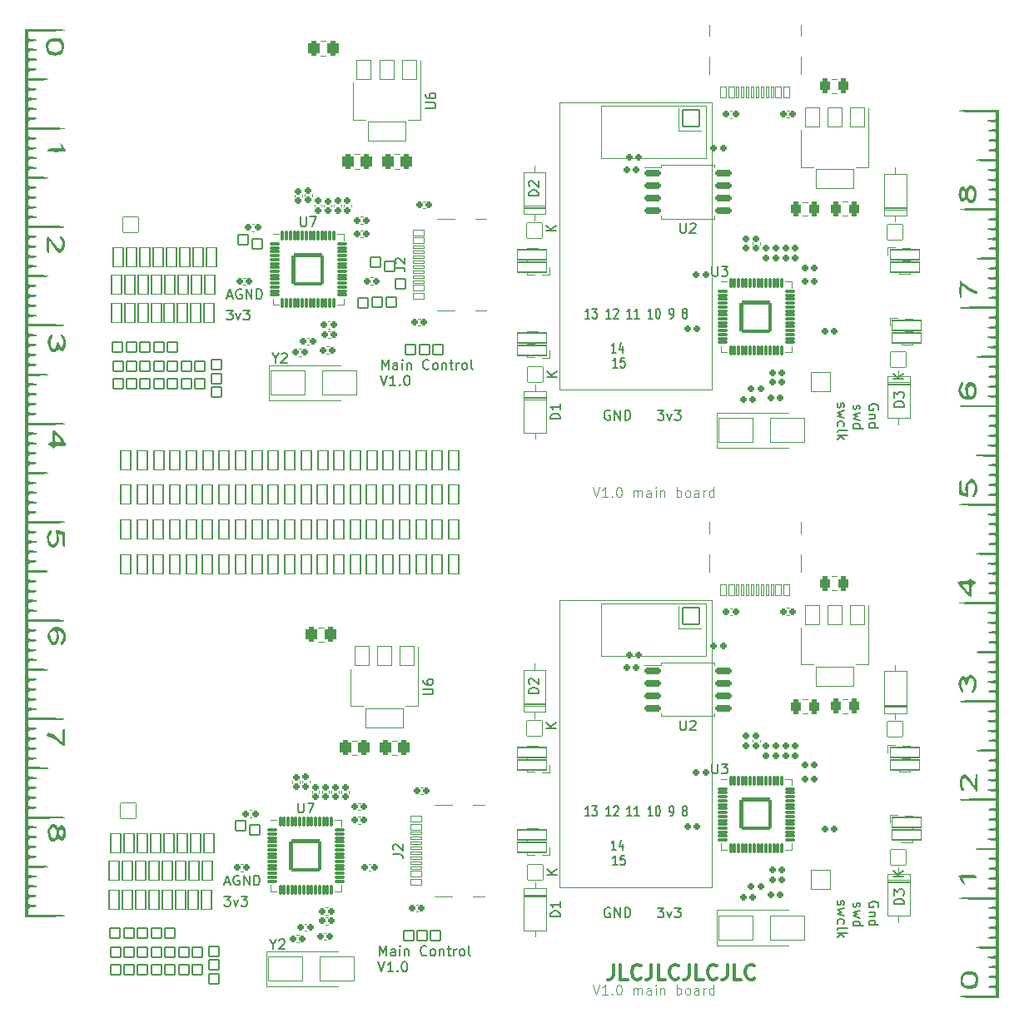
<source format=gto>
G04 #@! TF.GenerationSoftware,KiCad,Pcbnew,7.0.5*
G04 #@! TF.CreationDate,2023-09-30T22:10:43+03:00*
G04 #@! TF.ProjectId,RP2040_minimal - Copy,52503230-3430-45f6-9d69-6e696d616c20,REV1*
G04 #@! TF.SameCoordinates,Original*
G04 #@! TF.FileFunction,Legend,Top*
G04 #@! TF.FilePolarity,Positive*
%FSLAX46Y46*%
G04 Gerber Fmt 4.6, Leading zero omitted, Abs format (unit mm)*
G04 Created by KiCad (PCBNEW 7.0.5) date 2023-09-30 22:10:43*
%MOMM*%
%LPD*%
G01*
G04 APERTURE LIST*
G04 Aperture macros list*
%AMRoundRect*
0 Rectangle with rounded corners*
0 $1 Rounding radius*
0 $2 $3 $4 $5 $6 $7 $8 $9 X,Y pos of 4 corners*
0 Add a 4 corners polygon primitive as box body*
4,1,4,$2,$3,$4,$5,$6,$7,$8,$9,$2,$3,0*
0 Add four circle primitives for the rounded corners*
1,1,$1+$1,$2,$3*
1,1,$1+$1,$4,$5*
1,1,$1+$1,$6,$7*
1,1,$1+$1,$8,$9*
0 Add four rect primitives between the rounded corners*
20,1,$1+$1,$2,$3,$4,$5,0*
20,1,$1+$1,$4,$5,$6,$7,0*
20,1,$1+$1,$6,$7,$8,$9,0*
20,1,$1+$1,$8,$9,$2,$3,0*%
G04 Aperture macros list end*
%ADD10C,0.300000*%
%ADD11C,0.125000*%
%ADD12C,0.160000*%
%ADD13C,0.180000*%
%ADD14C,0.150000*%
%ADD15C,0.120000*%
%ADD16C,0.500000*%
%ADD17RoundRect,0.051000X0.500000X-1.000000X0.500000X1.000000X-0.500000X1.000000X-0.500000X-1.000000X0*%
%ADD18RoundRect,0.051000X-0.500000X-0.500000X0.500000X-0.500000X0.500000X0.500000X-0.500000X0.500000X0*%
%ADD19O,1.702000X1.702000*%
%ADD20RoundRect,0.051000X-0.800000X-0.800000X0.800000X-0.800000X0.800000X0.800000X-0.800000X0.800000X0*%
%ADD21RoundRect,0.051000X-1.000000X1.000000X-1.000000X-1.000000X1.000000X-1.000000X1.000000X1.000000X0*%
%ADD22C,2.102000*%
%ADD23RoundRect,0.051000X0.500000X-0.500000X0.500000X0.500000X-0.500000X0.500000X-0.500000X-0.500000X0*%
%ADD24RoundRect,0.051000X0.500000X0.500000X-0.500000X0.500000X-0.500000X-0.500000X0.500000X-0.500000X0*%
%ADD25RoundRect,0.191000X0.170000X-0.140000X0.170000X0.140000X-0.170000X0.140000X-0.170000X-0.140000X0*%
%ADD26RoundRect,0.191000X0.140000X0.170000X-0.140000X0.170000X-0.140000X-0.170000X0.140000X-0.170000X0*%
%ADD27RoundRect,0.301000X-0.250000X-0.475000X0.250000X-0.475000X0.250000X0.475000X-0.250000X0.475000X0*%
%ADD28C,1.102000*%
%ADD29RoundRect,0.301000X0.250000X0.475000X-0.250000X0.475000X-0.250000X-0.475000X0.250000X-0.475000X0*%
%ADD30RoundRect,0.051000X1.500000X0.500000X-1.500000X0.500000X-1.500000X-0.500000X1.500000X-0.500000X0*%
%ADD31RoundRect,0.051000X-0.800000X0.800000X-0.800000X-0.800000X0.800000X-0.800000X0.800000X0.800000X0*%
%ADD32RoundRect,0.294750X-0.243750X-0.456250X0.243750X-0.456250X0.243750X0.456250X-0.243750X0.456250X0*%
%ADD33RoundRect,0.051000X-0.850000X0.850000X-0.850000X-0.850000X0.850000X-0.850000X0.850000X0.850000X0*%
%ADD34C,1.802000*%
%ADD35RoundRect,0.198500X0.172500X-0.147500X0.172500X0.147500X-0.172500X0.147500X-0.172500X-0.147500X0*%
%ADD36RoundRect,0.198500X-0.147500X-0.172500X0.147500X-0.172500X0.147500X0.172500X-0.147500X0.172500X0*%
%ADD37RoundRect,0.051000X-1.750000X-1.200000X1.750000X-1.200000X1.750000X1.200000X-1.750000X1.200000X0*%
%ADD38RoundRect,0.051000X0.800000X-0.800000X0.800000X0.800000X-0.800000X0.800000X-0.800000X-0.800000X0*%
%ADD39RoundRect,0.191000X-0.140000X-0.170000X0.140000X-0.170000X0.140000X0.170000X-0.140000X0.170000X0*%
%ADD40RoundRect,0.294750X0.243750X0.456250X-0.243750X0.456250X-0.243750X-0.456250X0.243750X-0.456250X0*%
%ADD41RoundRect,0.198500X0.147500X0.172500X-0.147500X0.172500X-0.147500X-0.172500X0.147500X-0.172500X0*%
%ADD42RoundRect,0.195000X-1.456000X-1.456000X1.456000X-1.456000X1.456000X1.456000X-1.456000X1.456000X0*%
%ADD43RoundRect,0.101000X-0.050000X-0.387500X0.050000X-0.387500X0.050000X0.387500X-0.050000X0.387500X0*%
%ADD44RoundRect,0.101000X-0.387500X-0.050000X0.387500X-0.050000X0.387500X0.050000X-0.387500X0.050000X0*%
%ADD45RoundRect,0.051000X-0.500000X0.500000X-0.500000X-0.500000X0.500000X-0.500000X0.500000X0.500000X0*%
%ADD46RoundRect,0.051000X-0.750000X1.000000X-0.750000X-1.000000X0.750000X-1.000000X0.750000X1.000000X0*%
%ADD47RoundRect,0.051000X-1.900000X1.000000X-1.900000X-1.000000X1.900000X-1.000000X1.900000X1.000000X0*%
%ADD48RoundRect,0.191000X-0.170000X0.140000X-0.170000X-0.140000X0.170000X-0.140000X0.170000X0.140000X0*%
%ADD49RoundRect,0.201000X-0.650000X-0.150000X0.650000X-0.150000X0.650000X0.150000X-0.650000X0.150000X0*%
%ADD50C,0.752000*%
%ADD51RoundRect,0.051000X0.300000X0.575000X-0.300000X0.575000X-0.300000X-0.575000X0.300000X-0.575000X0*%
%ADD52RoundRect,0.051000X0.150000X0.575000X-0.150000X0.575000X-0.150000X-0.575000X0.150000X-0.575000X0*%
%ADD53O,1.102000X2.202000*%
%ADD54O,1.102000X1.902000*%
%ADD55RoundRect,0.051000X-1.500000X-0.500000X1.500000X-0.500000X1.500000X0.500000X-1.500000X0.500000X0*%
%ADD56RoundRect,0.198500X-0.172500X0.147500X-0.172500X-0.147500X0.172500X-0.147500X0.172500X0.147500X0*%
%ADD57RoundRect,0.051000X0.575000X-0.300000X0.575000X0.300000X-0.575000X0.300000X-0.575000X-0.300000X0*%
%ADD58RoundRect,0.051000X0.575000X-0.150000X0.575000X0.150000X-0.575000X0.150000X-0.575000X-0.150000X0*%
%ADD59O,2.202000X1.102000*%
%ADD60O,1.902000X1.102000*%
G04 APERTURE END LIST*
D10*
X158729675Y-115410828D02*
X158729675Y-116482257D01*
X158729675Y-116482257D02*
X158658246Y-116696542D01*
X158658246Y-116696542D02*
X158515389Y-116839400D01*
X158515389Y-116839400D02*
X158301103Y-116910828D01*
X158301103Y-116910828D02*
X158158246Y-116910828D01*
X160158246Y-116910828D02*
X159443960Y-116910828D01*
X159443960Y-116910828D02*
X159443960Y-115410828D01*
X161515389Y-116767971D02*
X161443961Y-116839400D01*
X161443961Y-116839400D02*
X161229675Y-116910828D01*
X161229675Y-116910828D02*
X161086818Y-116910828D01*
X161086818Y-116910828D02*
X160872532Y-116839400D01*
X160872532Y-116839400D02*
X160729675Y-116696542D01*
X160729675Y-116696542D02*
X160658246Y-116553685D01*
X160658246Y-116553685D02*
X160586818Y-116267971D01*
X160586818Y-116267971D02*
X160586818Y-116053685D01*
X160586818Y-116053685D02*
X160658246Y-115767971D01*
X160658246Y-115767971D02*
X160729675Y-115625114D01*
X160729675Y-115625114D02*
X160872532Y-115482257D01*
X160872532Y-115482257D02*
X161086818Y-115410828D01*
X161086818Y-115410828D02*
X161229675Y-115410828D01*
X161229675Y-115410828D02*
X161443961Y-115482257D01*
X161443961Y-115482257D02*
X161515389Y-115553685D01*
X162586818Y-115410828D02*
X162586818Y-116482257D01*
X162586818Y-116482257D02*
X162515389Y-116696542D01*
X162515389Y-116696542D02*
X162372532Y-116839400D01*
X162372532Y-116839400D02*
X162158246Y-116910828D01*
X162158246Y-116910828D02*
X162015389Y-116910828D01*
X164015389Y-116910828D02*
X163301103Y-116910828D01*
X163301103Y-116910828D02*
X163301103Y-115410828D01*
X165372532Y-116767971D02*
X165301104Y-116839400D01*
X165301104Y-116839400D02*
X165086818Y-116910828D01*
X165086818Y-116910828D02*
X164943961Y-116910828D01*
X164943961Y-116910828D02*
X164729675Y-116839400D01*
X164729675Y-116839400D02*
X164586818Y-116696542D01*
X164586818Y-116696542D02*
X164515389Y-116553685D01*
X164515389Y-116553685D02*
X164443961Y-116267971D01*
X164443961Y-116267971D02*
X164443961Y-116053685D01*
X164443961Y-116053685D02*
X164515389Y-115767971D01*
X164515389Y-115767971D02*
X164586818Y-115625114D01*
X164586818Y-115625114D02*
X164729675Y-115482257D01*
X164729675Y-115482257D02*
X164943961Y-115410828D01*
X164943961Y-115410828D02*
X165086818Y-115410828D01*
X165086818Y-115410828D02*
X165301104Y-115482257D01*
X165301104Y-115482257D02*
X165372532Y-115553685D01*
X166443961Y-115410828D02*
X166443961Y-116482257D01*
X166443961Y-116482257D02*
X166372532Y-116696542D01*
X166372532Y-116696542D02*
X166229675Y-116839400D01*
X166229675Y-116839400D02*
X166015389Y-116910828D01*
X166015389Y-116910828D02*
X165872532Y-116910828D01*
X167872532Y-116910828D02*
X167158246Y-116910828D01*
X167158246Y-116910828D02*
X167158246Y-115410828D01*
X169229675Y-116767971D02*
X169158247Y-116839400D01*
X169158247Y-116839400D02*
X168943961Y-116910828D01*
X168943961Y-116910828D02*
X168801104Y-116910828D01*
X168801104Y-116910828D02*
X168586818Y-116839400D01*
X168586818Y-116839400D02*
X168443961Y-116696542D01*
X168443961Y-116696542D02*
X168372532Y-116553685D01*
X168372532Y-116553685D02*
X168301104Y-116267971D01*
X168301104Y-116267971D02*
X168301104Y-116053685D01*
X168301104Y-116053685D02*
X168372532Y-115767971D01*
X168372532Y-115767971D02*
X168443961Y-115625114D01*
X168443961Y-115625114D02*
X168586818Y-115482257D01*
X168586818Y-115482257D02*
X168801104Y-115410828D01*
X168801104Y-115410828D02*
X168943961Y-115410828D01*
X168943961Y-115410828D02*
X169158247Y-115482257D01*
X169158247Y-115482257D02*
X169229675Y-115553685D01*
X170301104Y-115410828D02*
X170301104Y-116482257D01*
X170301104Y-116482257D02*
X170229675Y-116696542D01*
X170229675Y-116696542D02*
X170086818Y-116839400D01*
X170086818Y-116839400D02*
X169872532Y-116910828D01*
X169872532Y-116910828D02*
X169729675Y-116910828D01*
X171729675Y-116910828D02*
X171015389Y-116910828D01*
X171015389Y-116910828D02*
X171015389Y-115410828D01*
X173086818Y-116767971D02*
X173015390Y-116839400D01*
X173015390Y-116839400D02*
X172801104Y-116910828D01*
X172801104Y-116910828D02*
X172658247Y-116910828D01*
X172658247Y-116910828D02*
X172443961Y-116839400D01*
X172443961Y-116839400D02*
X172301104Y-116696542D01*
X172301104Y-116696542D02*
X172229675Y-116553685D01*
X172229675Y-116553685D02*
X172158247Y-116267971D01*
X172158247Y-116267971D02*
X172158247Y-116053685D01*
X172158247Y-116053685D02*
X172229675Y-115767971D01*
X172229675Y-115767971D02*
X172301104Y-115625114D01*
X172301104Y-115625114D02*
X172443961Y-115482257D01*
X172443961Y-115482257D02*
X172658247Y-115410828D01*
X172658247Y-115410828D02*
X172801104Y-115410828D01*
X172801104Y-115410828D02*
X173015390Y-115482257D01*
X173015390Y-115482257D02*
X173086818Y-115553685D01*
D11*
X156640882Y-117458925D02*
X156974215Y-118458925D01*
X156974215Y-118458925D02*
X157307548Y-117458925D01*
X158164691Y-118458925D02*
X157593263Y-118458925D01*
X157878977Y-118458925D02*
X157878977Y-117458925D01*
X157878977Y-117458925D02*
X157783739Y-117601782D01*
X157783739Y-117601782D02*
X157688501Y-117697020D01*
X157688501Y-117697020D02*
X157593263Y-117744639D01*
X158593263Y-118363686D02*
X158640882Y-118411306D01*
X158640882Y-118411306D02*
X158593263Y-118458925D01*
X158593263Y-118458925D02*
X158545644Y-118411306D01*
X158545644Y-118411306D02*
X158593263Y-118363686D01*
X158593263Y-118363686D02*
X158593263Y-118458925D01*
X159259929Y-117458925D02*
X159355167Y-117458925D01*
X159355167Y-117458925D02*
X159450405Y-117506544D01*
X159450405Y-117506544D02*
X159498024Y-117554163D01*
X159498024Y-117554163D02*
X159545643Y-117649401D01*
X159545643Y-117649401D02*
X159593262Y-117839877D01*
X159593262Y-117839877D02*
X159593262Y-118077972D01*
X159593262Y-118077972D02*
X159545643Y-118268448D01*
X159545643Y-118268448D02*
X159498024Y-118363686D01*
X159498024Y-118363686D02*
X159450405Y-118411306D01*
X159450405Y-118411306D02*
X159355167Y-118458925D01*
X159355167Y-118458925D02*
X159259929Y-118458925D01*
X159259929Y-118458925D02*
X159164691Y-118411306D01*
X159164691Y-118411306D02*
X159117072Y-118363686D01*
X159117072Y-118363686D02*
X159069453Y-118268448D01*
X159069453Y-118268448D02*
X159021834Y-118077972D01*
X159021834Y-118077972D02*
X159021834Y-117839877D01*
X159021834Y-117839877D02*
X159069453Y-117649401D01*
X159069453Y-117649401D02*
X159117072Y-117554163D01*
X159117072Y-117554163D02*
X159164691Y-117506544D01*
X159164691Y-117506544D02*
X159259929Y-117458925D01*
X160783739Y-118458925D02*
X160783739Y-117792258D01*
X160783739Y-117887496D02*
X160831358Y-117839877D01*
X160831358Y-117839877D02*
X160926596Y-117792258D01*
X160926596Y-117792258D02*
X161069453Y-117792258D01*
X161069453Y-117792258D02*
X161164691Y-117839877D01*
X161164691Y-117839877D02*
X161212310Y-117935115D01*
X161212310Y-117935115D02*
X161212310Y-118458925D01*
X161212310Y-117935115D02*
X161259929Y-117839877D01*
X161259929Y-117839877D02*
X161355167Y-117792258D01*
X161355167Y-117792258D02*
X161498024Y-117792258D01*
X161498024Y-117792258D02*
X161593263Y-117839877D01*
X161593263Y-117839877D02*
X161640882Y-117935115D01*
X161640882Y-117935115D02*
X161640882Y-118458925D01*
X162545643Y-118458925D02*
X162545643Y-117935115D01*
X162545643Y-117935115D02*
X162498024Y-117839877D01*
X162498024Y-117839877D02*
X162402786Y-117792258D01*
X162402786Y-117792258D02*
X162212310Y-117792258D01*
X162212310Y-117792258D02*
X162117072Y-117839877D01*
X162545643Y-118411306D02*
X162450405Y-118458925D01*
X162450405Y-118458925D02*
X162212310Y-118458925D01*
X162212310Y-118458925D02*
X162117072Y-118411306D01*
X162117072Y-118411306D02*
X162069453Y-118316067D01*
X162069453Y-118316067D02*
X162069453Y-118220829D01*
X162069453Y-118220829D02*
X162117072Y-118125591D01*
X162117072Y-118125591D02*
X162212310Y-118077972D01*
X162212310Y-118077972D02*
X162450405Y-118077972D01*
X162450405Y-118077972D02*
X162545643Y-118030353D01*
X163021834Y-118458925D02*
X163021834Y-117792258D01*
X163021834Y-117458925D02*
X162974215Y-117506544D01*
X162974215Y-117506544D02*
X163021834Y-117554163D01*
X163021834Y-117554163D02*
X163069453Y-117506544D01*
X163069453Y-117506544D02*
X163021834Y-117458925D01*
X163021834Y-117458925D02*
X163021834Y-117554163D01*
X163498024Y-117792258D02*
X163498024Y-118458925D01*
X163498024Y-117887496D02*
X163545643Y-117839877D01*
X163545643Y-117839877D02*
X163640881Y-117792258D01*
X163640881Y-117792258D02*
X163783738Y-117792258D01*
X163783738Y-117792258D02*
X163878976Y-117839877D01*
X163878976Y-117839877D02*
X163926595Y-117935115D01*
X163926595Y-117935115D02*
X163926595Y-118458925D01*
X165164691Y-118458925D02*
X165164691Y-117458925D01*
X165164691Y-117839877D02*
X165259929Y-117792258D01*
X165259929Y-117792258D02*
X165450405Y-117792258D01*
X165450405Y-117792258D02*
X165545643Y-117839877D01*
X165545643Y-117839877D02*
X165593262Y-117887496D01*
X165593262Y-117887496D02*
X165640881Y-117982734D01*
X165640881Y-117982734D02*
X165640881Y-118268448D01*
X165640881Y-118268448D02*
X165593262Y-118363686D01*
X165593262Y-118363686D02*
X165545643Y-118411306D01*
X165545643Y-118411306D02*
X165450405Y-118458925D01*
X165450405Y-118458925D02*
X165259929Y-118458925D01*
X165259929Y-118458925D02*
X165164691Y-118411306D01*
X166212310Y-118458925D02*
X166117072Y-118411306D01*
X166117072Y-118411306D02*
X166069453Y-118363686D01*
X166069453Y-118363686D02*
X166021834Y-118268448D01*
X166021834Y-118268448D02*
X166021834Y-117982734D01*
X166021834Y-117982734D02*
X166069453Y-117887496D01*
X166069453Y-117887496D02*
X166117072Y-117839877D01*
X166117072Y-117839877D02*
X166212310Y-117792258D01*
X166212310Y-117792258D02*
X166355167Y-117792258D01*
X166355167Y-117792258D02*
X166450405Y-117839877D01*
X166450405Y-117839877D02*
X166498024Y-117887496D01*
X166498024Y-117887496D02*
X166545643Y-117982734D01*
X166545643Y-117982734D02*
X166545643Y-118268448D01*
X166545643Y-118268448D02*
X166498024Y-118363686D01*
X166498024Y-118363686D02*
X166450405Y-118411306D01*
X166450405Y-118411306D02*
X166355167Y-118458925D01*
X166355167Y-118458925D02*
X166212310Y-118458925D01*
X167402786Y-118458925D02*
X167402786Y-117935115D01*
X167402786Y-117935115D02*
X167355167Y-117839877D01*
X167355167Y-117839877D02*
X167259929Y-117792258D01*
X167259929Y-117792258D02*
X167069453Y-117792258D01*
X167069453Y-117792258D02*
X166974215Y-117839877D01*
X167402786Y-118411306D02*
X167307548Y-118458925D01*
X167307548Y-118458925D02*
X167069453Y-118458925D01*
X167069453Y-118458925D02*
X166974215Y-118411306D01*
X166974215Y-118411306D02*
X166926596Y-118316067D01*
X166926596Y-118316067D02*
X166926596Y-118220829D01*
X166926596Y-118220829D02*
X166974215Y-118125591D01*
X166974215Y-118125591D02*
X167069453Y-118077972D01*
X167069453Y-118077972D02*
X167307548Y-118077972D01*
X167307548Y-118077972D02*
X167402786Y-118030353D01*
X167878977Y-118458925D02*
X167878977Y-117792258D01*
X167878977Y-117982734D02*
X167926596Y-117887496D01*
X167926596Y-117887496D02*
X167974215Y-117839877D01*
X167974215Y-117839877D02*
X168069453Y-117792258D01*
X168069453Y-117792258D02*
X168164691Y-117792258D01*
X168926596Y-118458925D02*
X168926596Y-117458925D01*
X168926596Y-118411306D02*
X168831358Y-118458925D01*
X168831358Y-118458925D02*
X168640882Y-118458925D01*
X168640882Y-118458925D02*
X168545644Y-118411306D01*
X168545644Y-118411306D02*
X168498025Y-118363686D01*
X168498025Y-118363686D02*
X168450406Y-118268448D01*
X168450406Y-118268448D02*
X168450406Y-117982734D01*
X168450406Y-117982734D02*
X168498025Y-117887496D01*
X168498025Y-117887496D02*
X168545644Y-117839877D01*
X168545644Y-117839877D02*
X168640882Y-117792258D01*
X168640882Y-117792258D02*
X168831358Y-117792258D01*
X168831358Y-117792258D02*
X168926596Y-117839877D01*
X156640882Y-66850022D02*
X156974215Y-67850022D01*
X156974215Y-67850022D02*
X157307548Y-66850022D01*
X158164691Y-67850022D02*
X157593263Y-67850022D01*
X157878977Y-67850022D02*
X157878977Y-66850022D01*
X157878977Y-66850022D02*
X157783739Y-66992879D01*
X157783739Y-66992879D02*
X157688501Y-67088117D01*
X157688501Y-67088117D02*
X157593263Y-67135736D01*
X158593263Y-67754783D02*
X158640882Y-67802403D01*
X158640882Y-67802403D02*
X158593263Y-67850022D01*
X158593263Y-67850022D02*
X158545644Y-67802403D01*
X158545644Y-67802403D02*
X158593263Y-67754783D01*
X158593263Y-67754783D02*
X158593263Y-67850022D01*
X159259929Y-66850022D02*
X159355167Y-66850022D01*
X159355167Y-66850022D02*
X159450405Y-66897641D01*
X159450405Y-66897641D02*
X159498024Y-66945260D01*
X159498024Y-66945260D02*
X159545643Y-67040498D01*
X159545643Y-67040498D02*
X159593262Y-67230974D01*
X159593262Y-67230974D02*
X159593262Y-67469069D01*
X159593262Y-67469069D02*
X159545643Y-67659545D01*
X159545643Y-67659545D02*
X159498024Y-67754783D01*
X159498024Y-67754783D02*
X159450405Y-67802403D01*
X159450405Y-67802403D02*
X159355167Y-67850022D01*
X159355167Y-67850022D02*
X159259929Y-67850022D01*
X159259929Y-67850022D02*
X159164691Y-67802403D01*
X159164691Y-67802403D02*
X159117072Y-67754783D01*
X159117072Y-67754783D02*
X159069453Y-67659545D01*
X159069453Y-67659545D02*
X159021834Y-67469069D01*
X159021834Y-67469069D02*
X159021834Y-67230974D01*
X159021834Y-67230974D02*
X159069453Y-67040498D01*
X159069453Y-67040498D02*
X159117072Y-66945260D01*
X159117072Y-66945260D02*
X159164691Y-66897641D01*
X159164691Y-66897641D02*
X159259929Y-66850022D01*
X160783739Y-67850022D02*
X160783739Y-67183355D01*
X160783739Y-67278593D02*
X160831358Y-67230974D01*
X160831358Y-67230974D02*
X160926596Y-67183355D01*
X160926596Y-67183355D02*
X161069453Y-67183355D01*
X161069453Y-67183355D02*
X161164691Y-67230974D01*
X161164691Y-67230974D02*
X161212310Y-67326212D01*
X161212310Y-67326212D02*
X161212310Y-67850022D01*
X161212310Y-67326212D02*
X161259929Y-67230974D01*
X161259929Y-67230974D02*
X161355167Y-67183355D01*
X161355167Y-67183355D02*
X161498024Y-67183355D01*
X161498024Y-67183355D02*
X161593263Y-67230974D01*
X161593263Y-67230974D02*
X161640882Y-67326212D01*
X161640882Y-67326212D02*
X161640882Y-67850022D01*
X162545643Y-67850022D02*
X162545643Y-67326212D01*
X162545643Y-67326212D02*
X162498024Y-67230974D01*
X162498024Y-67230974D02*
X162402786Y-67183355D01*
X162402786Y-67183355D02*
X162212310Y-67183355D01*
X162212310Y-67183355D02*
X162117072Y-67230974D01*
X162545643Y-67802403D02*
X162450405Y-67850022D01*
X162450405Y-67850022D02*
X162212310Y-67850022D01*
X162212310Y-67850022D02*
X162117072Y-67802403D01*
X162117072Y-67802403D02*
X162069453Y-67707164D01*
X162069453Y-67707164D02*
X162069453Y-67611926D01*
X162069453Y-67611926D02*
X162117072Y-67516688D01*
X162117072Y-67516688D02*
X162212310Y-67469069D01*
X162212310Y-67469069D02*
X162450405Y-67469069D01*
X162450405Y-67469069D02*
X162545643Y-67421450D01*
X163021834Y-67850022D02*
X163021834Y-67183355D01*
X163021834Y-66850022D02*
X162974215Y-66897641D01*
X162974215Y-66897641D02*
X163021834Y-66945260D01*
X163021834Y-66945260D02*
X163069453Y-66897641D01*
X163069453Y-66897641D02*
X163021834Y-66850022D01*
X163021834Y-66850022D02*
X163021834Y-66945260D01*
X163498024Y-67183355D02*
X163498024Y-67850022D01*
X163498024Y-67278593D02*
X163545643Y-67230974D01*
X163545643Y-67230974D02*
X163640881Y-67183355D01*
X163640881Y-67183355D02*
X163783738Y-67183355D01*
X163783738Y-67183355D02*
X163878976Y-67230974D01*
X163878976Y-67230974D02*
X163926595Y-67326212D01*
X163926595Y-67326212D02*
X163926595Y-67850022D01*
X165164691Y-67850022D02*
X165164691Y-66850022D01*
X165164691Y-67230974D02*
X165259929Y-67183355D01*
X165259929Y-67183355D02*
X165450405Y-67183355D01*
X165450405Y-67183355D02*
X165545643Y-67230974D01*
X165545643Y-67230974D02*
X165593262Y-67278593D01*
X165593262Y-67278593D02*
X165640881Y-67373831D01*
X165640881Y-67373831D02*
X165640881Y-67659545D01*
X165640881Y-67659545D02*
X165593262Y-67754783D01*
X165593262Y-67754783D02*
X165545643Y-67802403D01*
X165545643Y-67802403D02*
X165450405Y-67850022D01*
X165450405Y-67850022D02*
X165259929Y-67850022D01*
X165259929Y-67850022D02*
X165164691Y-67802403D01*
X166212310Y-67850022D02*
X166117072Y-67802403D01*
X166117072Y-67802403D02*
X166069453Y-67754783D01*
X166069453Y-67754783D02*
X166021834Y-67659545D01*
X166021834Y-67659545D02*
X166021834Y-67373831D01*
X166021834Y-67373831D02*
X166069453Y-67278593D01*
X166069453Y-67278593D02*
X166117072Y-67230974D01*
X166117072Y-67230974D02*
X166212310Y-67183355D01*
X166212310Y-67183355D02*
X166355167Y-67183355D01*
X166355167Y-67183355D02*
X166450405Y-67230974D01*
X166450405Y-67230974D02*
X166498024Y-67278593D01*
X166498024Y-67278593D02*
X166545643Y-67373831D01*
X166545643Y-67373831D02*
X166545643Y-67659545D01*
X166545643Y-67659545D02*
X166498024Y-67754783D01*
X166498024Y-67754783D02*
X166450405Y-67802403D01*
X166450405Y-67802403D02*
X166355167Y-67850022D01*
X166355167Y-67850022D02*
X166212310Y-67850022D01*
X167402786Y-67850022D02*
X167402786Y-67326212D01*
X167402786Y-67326212D02*
X167355167Y-67230974D01*
X167355167Y-67230974D02*
X167259929Y-67183355D01*
X167259929Y-67183355D02*
X167069453Y-67183355D01*
X167069453Y-67183355D02*
X166974215Y-67230974D01*
X167402786Y-67802403D02*
X167307548Y-67850022D01*
X167307548Y-67850022D02*
X167069453Y-67850022D01*
X167069453Y-67850022D02*
X166974215Y-67802403D01*
X166974215Y-67802403D02*
X166926596Y-67707164D01*
X166926596Y-67707164D02*
X166926596Y-67611926D01*
X166926596Y-67611926D02*
X166974215Y-67516688D01*
X166974215Y-67516688D02*
X167069453Y-67469069D01*
X167069453Y-67469069D02*
X167307548Y-67469069D01*
X167307548Y-67469069D02*
X167402786Y-67421450D01*
X167878977Y-67850022D02*
X167878977Y-67183355D01*
X167878977Y-67373831D02*
X167926596Y-67278593D01*
X167926596Y-67278593D02*
X167974215Y-67230974D01*
X167974215Y-67230974D02*
X168069453Y-67183355D01*
X168069453Y-67183355D02*
X168164691Y-67183355D01*
X168926596Y-67850022D02*
X168926596Y-66850022D01*
X168926596Y-67802403D02*
X168831358Y-67850022D01*
X168831358Y-67850022D02*
X168640882Y-67850022D01*
X168640882Y-67850022D02*
X168545644Y-67802403D01*
X168545644Y-67802403D02*
X168498025Y-67754783D01*
X168498025Y-67754783D02*
X168450406Y-67659545D01*
X168450406Y-67659545D02*
X168450406Y-67373831D01*
X168450406Y-67373831D02*
X168498025Y-67278593D01*
X168498025Y-67278593D02*
X168545644Y-67230974D01*
X168545644Y-67230974D02*
X168640882Y-67183355D01*
X168640882Y-67183355D02*
X168831358Y-67183355D01*
X168831358Y-67183355D02*
X168926596Y-67230974D01*
D12*
X156316944Y-100297105D02*
X155859801Y-100297105D01*
X156088373Y-100297105D02*
X156088373Y-99297105D01*
X156088373Y-99297105D02*
X156012182Y-99439962D01*
X156012182Y-99439962D02*
X155935992Y-99535200D01*
X155935992Y-99535200D02*
X155859801Y-99582819D01*
X156583611Y-99297105D02*
X157078849Y-99297105D01*
X157078849Y-99297105D02*
X156812183Y-99678057D01*
X156812183Y-99678057D02*
X156926468Y-99678057D01*
X156926468Y-99678057D02*
X157002659Y-99725676D01*
X157002659Y-99725676D02*
X157040754Y-99773295D01*
X157040754Y-99773295D02*
X157078849Y-99868533D01*
X157078849Y-99868533D02*
X157078849Y-100106628D01*
X157078849Y-100106628D02*
X157040754Y-100201866D01*
X157040754Y-100201866D02*
X157002659Y-100249486D01*
X157002659Y-100249486D02*
X156926468Y-100297105D01*
X156926468Y-100297105D02*
X156697897Y-100297105D01*
X156697897Y-100297105D02*
X156621706Y-100249486D01*
X156621706Y-100249486D02*
X156583611Y-100201866D01*
X158450278Y-100297105D02*
X157993135Y-100297105D01*
X158221707Y-100297105D02*
X158221707Y-99297105D01*
X158221707Y-99297105D02*
X158145516Y-99439962D01*
X158145516Y-99439962D02*
X158069326Y-99535200D01*
X158069326Y-99535200D02*
X157993135Y-99582819D01*
X158755040Y-99392343D02*
X158793136Y-99344724D01*
X158793136Y-99344724D02*
X158869326Y-99297105D01*
X158869326Y-99297105D02*
X159059802Y-99297105D01*
X159059802Y-99297105D02*
X159135993Y-99344724D01*
X159135993Y-99344724D02*
X159174088Y-99392343D01*
X159174088Y-99392343D02*
X159212183Y-99487581D01*
X159212183Y-99487581D02*
X159212183Y-99582819D01*
X159212183Y-99582819D02*
X159174088Y-99725676D01*
X159174088Y-99725676D02*
X158716945Y-100297105D01*
X158716945Y-100297105D02*
X159212183Y-100297105D01*
X160583612Y-100297105D02*
X160126469Y-100297105D01*
X160355041Y-100297105D02*
X160355041Y-99297105D01*
X160355041Y-99297105D02*
X160278850Y-99439962D01*
X160278850Y-99439962D02*
X160202660Y-99535200D01*
X160202660Y-99535200D02*
X160126469Y-99582819D01*
X161345517Y-100297105D02*
X160888374Y-100297105D01*
X161116946Y-100297105D02*
X161116946Y-99297105D01*
X161116946Y-99297105D02*
X161040755Y-99439962D01*
X161040755Y-99439962D02*
X160964565Y-99535200D01*
X160964565Y-99535200D02*
X160888374Y-99582819D01*
X162716946Y-100297105D02*
X162259803Y-100297105D01*
X162488375Y-100297105D02*
X162488375Y-99297105D01*
X162488375Y-99297105D02*
X162412184Y-99439962D01*
X162412184Y-99439962D02*
X162335994Y-99535200D01*
X162335994Y-99535200D02*
X162259803Y-99582819D01*
X163212185Y-99297105D02*
X163288375Y-99297105D01*
X163288375Y-99297105D02*
X163364566Y-99344724D01*
X163364566Y-99344724D02*
X163402661Y-99392343D01*
X163402661Y-99392343D02*
X163440756Y-99487581D01*
X163440756Y-99487581D02*
X163478851Y-99678057D01*
X163478851Y-99678057D02*
X163478851Y-99916152D01*
X163478851Y-99916152D02*
X163440756Y-100106628D01*
X163440756Y-100106628D02*
X163402661Y-100201866D01*
X163402661Y-100201866D02*
X163364566Y-100249486D01*
X163364566Y-100249486D02*
X163288375Y-100297105D01*
X163288375Y-100297105D02*
X163212185Y-100297105D01*
X163212185Y-100297105D02*
X163135994Y-100249486D01*
X163135994Y-100249486D02*
X163097899Y-100201866D01*
X163097899Y-100201866D02*
X163059804Y-100106628D01*
X163059804Y-100106628D02*
X163021708Y-99916152D01*
X163021708Y-99916152D02*
X163021708Y-99678057D01*
X163021708Y-99678057D02*
X163059804Y-99487581D01*
X163059804Y-99487581D02*
X163097899Y-99392343D01*
X163097899Y-99392343D02*
X163135994Y-99344724D01*
X163135994Y-99344724D02*
X163212185Y-99297105D01*
X164469328Y-100297105D02*
X164621709Y-100297105D01*
X164621709Y-100297105D02*
X164697899Y-100249486D01*
X164697899Y-100249486D02*
X164735995Y-100201866D01*
X164735995Y-100201866D02*
X164812185Y-100059009D01*
X164812185Y-100059009D02*
X164850280Y-99868533D01*
X164850280Y-99868533D02*
X164850280Y-99487581D01*
X164850280Y-99487581D02*
X164812185Y-99392343D01*
X164812185Y-99392343D02*
X164774090Y-99344724D01*
X164774090Y-99344724D02*
X164697899Y-99297105D01*
X164697899Y-99297105D02*
X164545518Y-99297105D01*
X164545518Y-99297105D02*
X164469328Y-99344724D01*
X164469328Y-99344724D02*
X164431233Y-99392343D01*
X164431233Y-99392343D02*
X164393137Y-99487581D01*
X164393137Y-99487581D02*
X164393137Y-99725676D01*
X164393137Y-99725676D02*
X164431233Y-99820914D01*
X164431233Y-99820914D02*
X164469328Y-99868533D01*
X164469328Y-99868533D02*
X164545518Y-99916152D01*
X164545518Y-99916152D02*
X164697899Y-99916152D01*
X164697899Y-99916152D02*
X164774090Y-99868533D01*
X164774090Y-99868533D02*
X164812185Y-99820914D01*
X164812185Y-99820914D02*
X164850280Y-99725676D01*
X165916947Y-99725676D02*
X165840757Y-99678057D01*
X165840757Y-99678057D02*
X165802662Y-99630438D01*
X165802662Y-99630438D02*
X165764566Y-99535200D01*
X165764566Y-99535200D02*
X165764566Y-99487581D01*
X165764566Y-99487581D02*
X165802662Y-99392343D01*
X165802662Y-99392343D02*
X165840757Y-99344724D01*
X165840757Y-99344724D02*
X165916947Y-99297105D01*
X165916947Y-99297105D02*
X166069328Y-99297105D01*
X166069328Y-99297105D02*
X166145519Y-99344724D01*
X166145519Y-99344724D02*
X166183614Y-99392343D01*
X166183614Y-99392343D02*
X166221709Y-99487581D01*
X166221709Y-99487581D02*
X166221709Y-99535200D01*
X166221709Y-99535200D02*
X166183614Y-99630438D01*
X166183614Y-99630438D02*
X166145519Y-99678057D01*
X166145519Y-99678057D02*
X166069328Y-99725676D01*
X166069328Y-99725676D02*
X165916947Y-99725676D01*
X165916947Y-99725676D02*
X165840757Y-99773295D01*
X165840757Y-99773295D02*
X165802662Y-99820914D01*
X165802662Y-99820914D02*
X165764566Y-99916152D01*
X165764566Y-99916152D02*
X165764566Y-100106628D01*
X165764566Y-100106628D02*
X165802662Y-100201866D01*
X165802662Y-100201866D02*
X165840757Y-100249486D01*
X165840757Y-100249486D02*
X165916947Y-100297105D01*
X165916947Y-100297105D02*
X166069328Y-100297105D01*
X166069328Y-100297105D02*
X166145519Y-100249486D01*
X166145519Y-100249486D02*
X166183614Y-100201866D01*
X166183614Y-100201866D02*
X166221709Y-100106628D01*
X166221709Y-100106628D02*
X166221709Y-99916152D01*
X166221709Y-99916152D02*
X166183614Y-99820914D01*
X166183614Y-99820914D02*
X166145519Y-99773295D01*
X166145519Y-99773295D02*
X166069328Y-99725676D01*
D13*
X119225468Y-107050062D02*
X119701658Y-107050062D01*
X119130230Y-107335777D02*
X119463563Y-106335777D01*
X119463563Y-106335777D02*
X119796896Y-107335777D01*
X120654039Y-106383396D02*
X120558801Y-106335777D01*
X120558801Y-106335777D02*
X120415944Y-106335777D01*
X120415944Y-106335777D02*
X120273087Y-106383396D01*
X120273087Y-106383396D02*
X120177849Y-106478634D01*
X120177849Y-106478634D02*
X120130230Y-106573872D01*
X120130230Y-106573872D02*
X120082611Y-106764348D01*
X120082611Y-106764348D02*
X120082611Y-106907205D01*
X120082611Y-106907205D02*
X120130230Y-107097681D01*
X120130230Y-107097681D02*
X120177849Y-107192919D01*
X120177849Y-107192919D02*
X120273087Y-107288158D01*
X120273087Y-107288158D02*
X120415944Y-107335777D01*
X120415944Y-107335777D02*
X120511182Y-107335777D01*
X120511182Y-107335777D02*
X120654039Y-107288158D01*
X120654039Y-107288158D02*
X120701658Y-107240538D01*
X120701658Y-107240538D02*
X120701658Y-106907205D01*
X120701658Y-106907205D02*
X120511182Y-106907205D01*
X121130230Y-107335777D02*
X121130230Y-106335777D01*
X121130230Y-106335777D02*
X121701658Y-107335777D01*
X121701658Y-107335777D02*
X121701658Y-106335777D01*
X122177849Y-107335777D02*
X122177849Y-106335777D01*
X122177849Y-106335777D02*
X122415944Y-106335777D01*
X122415944Y-106335777D02*
X122558801Y-106383396D01*
X122558801Y-106383396D02*
X122654039Y-106478634D01*
X122654039Y-106478634D02*
X122701658Y-106573872D01*
X122701658Y-106573872D02*
X122749277Y-106764348D01*
X122749277Y-106764348D02*
X122749277Y-106907205D01*
X122749277Y-106907205D02*
X122701658Y-107097681D01*
X122701658Y-107097681D02*
X122654039Y-107192919D01*
X122654039Y-107192919D02*
X122558801Y-107288158D01*
X122558801Y-107288158D02*
X122415944Y-107335777D01*
X122415944Y-107335777D02*
X122177849Y-107335777D01*
X185656279Y-109578131D02*
X185703898Y-109482893D01*
X185703898Y-109482893D02*
X185703898Y-109340036D01*
X185703898Y-109340036D02*
X185656279Y-109197179D01*
X185656279Y-109197179D02*
X185561041Y-109101941D01*
X185561041Y-109101941D02*
X185465803Y-109054322D01*
X185465803Y-109054322D02*
X185275327Y-109006703D01*
X185275327Y-109006703D02*
X185132470Y-109006703D01*
X185132470Y-109006703D02*
X184941994Y-109054322D01*
X184941994Y-109054322D02*
X184846756Y-109101941D01*
X184846756Y-109101941D02*
X184751518Y-109197179D01*
X184751518Y-109197179D02*
X184703898Y-109340036D01*
X184703898Y-109340036D02*
X184703898Y-109435274D01*
X184703898Y-109435274D02*
X184751518Y-109578131D01*
X184751518Y-109578131D02*
X184799137Y-109625750D01*
X184799137Y-109625750D02*
X185132470Y-109625750D01*
X185132470Y-109625750D02*
X185132470Y-109435274D01*
X185370565Y-110054322D02*
X184703898Y-110054322D01*
X185275327Y-110054322D02*
X185322946Y-110101941D01*
X185322946Y-110101941D02*
X185370565Y-110197179D01*
X185370565Y-110197179D02*
X185370565Y-110340036D01*
X185370565Y-110340036D02*
X185322946Y-110435274D01*
X185322946Y-110435274D02*
X185227708Y-110482893D01*
X185227708Y-110482893D02*
X184703898Y-110482893D01*
X184703898Y-111387655D02*
X185703898Y-111387655D01*
X184751518Y-111387655D02*
X184703898Y-111292417D01*
X184703898Y-111292417D02*
X184703898Y-111101941D01*
X184703898Y-111101941D02*
X184751518Y-111006703D01*
X184751518Y-111006703D02*
X184799137Y-110959084D01*
X184799137Y-110959084D02*
X184894375Y-110911465D01*
X184894375Y-110911465D02*
X185180089Y-110911465D01*
X185180089Y-110911465D02*
X185275327Y-110959084D01*
X185275327Y-110959084D02*
X185322946Y-111006703D01*
X185322946Y-111006703D02*
X185370565Y-111101941D01*
X185370565Y-111101941D02*
X185370565Y-111292417D01*
X185370565Y-111292417D02*
X185322946Y-111387655D01*
X119391371Y-48838259D02*
X120010418Y-48838259D01*
X120010418Y-48838259D02*
X119677085Y-49219211D01*
X119677085Y-49219211D02*
X119819942Y-49219211D01*
X119819942Y-49219211D02*
X119915180Y-49266830D01*
X119915180Y-49266830D02*
X119962799Y-49314449D01*
X119962799Y-49314449D02*
X120010418Y-49409687D01*
X120010418Y-49409687D02*
X120010418Y-49647782D01*
X120010418Y-49647782D02*
X119962799Y-49743020D01*
X119962799Y-49743020D02*
X119915180Y-49790640D01*
X119915180Y-49790640D02*
X119819942Y-49838259D01*
X119819942Y-49838259D02*
X119534228Y-49838259D01*
X119534228Y-49838259D02*
X119438990Y-49790640D01*
X119438990Y-49790640D02*
X119391371Y-49743020D01*
X120343752Y-49171592D02*
X120581847Y-49838259D01*
X120581847Y-49838259D02*
X120819942Y-49171592D01*
X121105657Y-48838259D02*
X121724704Y-48838259D01*
X121724704Y-48838259D02*
X121391371Y-49219211D01*
X121391371Y-49219211D02*
X121534228Y-49219211D01*
X121534228Y-49219211D02*
X121629466Y-49266830D01*
X121629466Y-49266830D02*
X121677085Y-49314449D01*
X121677085Y-49314449D02*
X121724704Y-49409687D01*
X121724704Y-49409687D02*
X121724704Y-49647782D01*
X121724704Y-49647782D02*
X121677085Y-49743020D01*
X121677085Y-49743020D02*
X121629466Y-49790640D01*
X121629466Y-49790640D02*
X121534228Y-49838259D01*
X121534228Y-49838259D02*
X121248514Y-49838259D01*
X121248514Y-49838259D02*
X121153276Y-49790640D01*
X121153276Y-49790640D02*
X121105657Y-49743020D01*
X163233436Y-109636065D02*
X163852483Y-109636065D01*
X163852483Y-109636065D02*
X163519150Y-110017017D01*
X163519150Y-110017017D02*
X163662007Y-110017017D01*
X163662007Y-110017017D02*
X163757245Y-110064636D01*
X163757245Y-110064636D02*
X163804864Y-110112255D01*
X163804864Y-110112255D02*
X163852483Y-110207493D01*
X163852483Y-110207493D02*
X163852483Y-110445588D01*
X163852483Y-110445588D02*
X163804864Y-110540826D01*
X163804864Y-110540826D02*
X163757245Y-110588446D01*
X163757245Y-110588446D02*
X163662007Y-110636065D01*
X163662007Y-110636065D02*
X163376293Y-110636065D01*
X163376293Y-110636065D02*
X163281055Y-110588446D01*
X163281055Y-110588446D02*
X163233436Y-110540826D01*
X164185817Y-109969398D02*
X164423912Y-110636065D01*
X164423912Y-110636065D02*
X164662007Y-109969398D01*
X164947722Y-109636065D02*
X165566769Y-109636065D01*
X165566769Y-109636065D02*
X165233436Y-110017017D01*
X165233436Y-110017017D02*
X165376293Y-110017017D01*
X165376293Y-110017017D02*
X165471531Y-110064636D01*
X165471531Y-110064636D02*
X165519150Y-110112255D01*
X165519150Y-110112255D02*
X165566769Y-110207493D01*
X165566769Y-110207493D02*
X165566769Y-110445588D01*
X165566769Y-110445588D02*
X165519150Y-110540826D01*
X165519150Y-110540826D02*
X165471531Y-110588446D01*
X165471531Y-110588446D02*
X165376293Y-110636065D01*
X165376293Y-110636065D02*
X165090579Y-110636065D01*
X165090579Y-110636065D02*
X164995341Y-110588446D01*
X164995341Y-110588446D02*
X164947722Y-110540826D01*
X181551518Y-58317800D02*
X181503898Y-58413038D01*
X181503898Y-58413038D02*
X181503898Y-58603514D01*
X181503898Y-58603514D02*
X181551518Y-58698752D01*
X181551518Y-58698752D02*
X181646756Y-58746371D01*
X181646756Y-58746371D02*
X181694375Y-58746371D01*
X181694375Y-58746371D02*
X181789613Y-58698752D01*
X181789613Y-58698752D02*
X181837232Y-58603514D01*
X181837232Y-58603514D02*
X181837232Y-58460657D01*
X181837232Y-58460657D02*
X181884851Y-58365419D01*
X181884851Y-58365419D02*
X181980089Y-58317800D01*
X181980089Y-58317800D02*
X182027708Y-58317800D01*
X182027708Y-58317800D02*
X182122946Y-58365419D01*
X182122946Y-58365419D02*
X182170565Y-58460657D01*
X182170565Y-58460657D02*
X182170565Y-58603514D01*
X182170565Y-58603514D02*
X182122946Y-58698752D01*
X182170565Y-59079705D02*
X181503898Y-59270181D01*
X181503898Y-59270181D02*
X181980089Y-59460657D01*
X181980089Y-59460657D02*
X181503898Y-59651133D01*
X181503898Y-59651133D02*
X182170565Y-59841609D01*
X181551518Y-60651133D02*
X181503898Y-60555895D01*
X181503898Y-60555895D02*
X181503898Y-60365419D01*
X181503898Y-60365419D02*
X181551518Y-60270181D01*
X181551518Y-60270181D02*
X181599137Y-60222562D01*
X181599137Y-60222562D02*
X181694375Y-60174943D01*
X181694375Y-60174943D02*
X181980089Y-60174943D01*
X181980089Y-60174943D02*
X182075327Y-60222562D01*
X182075327Y-60222562D02*
X182122946Y-60270181D01*
X182122946Y-60270181D02*
X182170565Y-60365419D01*
X182170565Y-60365419D02*
X182170565Y-60555895D01*
X182170565Y-60555895D02*
X182122946Y-60651133D01*
X181503898Y-61222562D02*
X181551518Y-61127324D01*
X181551518Y-61127324D02*
X181646756Y-61079705D01*
X181646756Y-61079705D02*
X182503898Y-61079705D01*
X181503898Y-61603515D02*
X182503898Y-61603515D01*
X181884851Y-61698753D02*
X181503898Y-61984467D01*
X182170565Y-61984467D02*
X181789613Y-61603515D01*
X158362483Y-109673684D02*
X158267245Y-109626065D01*
X158267245Y-109626065D02*
X158124388Y-109626065D01*
X158124388Y-109626065D02*
X157981531Y-109673684D01*
X157981531Y-109673684D02*
X157886293Y-109768922D01*
X157886293Y-109768922D02*
X157838674Y-109864160D01*
X157838674Y-109864160D02*
X157791055Y-110054636D01*
X157791055Y-110054636D02*
X157791055Y-110197493D01*
X157791055Y-110197493D02*
X157838674Y-110387969D01*
X157838674Y-110387969D02*
X157886293Y-110483207D01*
X157886293Y-110483207D02*
X157981531Y-110578446D01*
X157981531Y-110578446D02*
X158124388Y-110626065D01*
X158124388Y-110626065D02*
X158219626Y-110626065D01*
X158219626Y-110626065D02*
X158362483Y-110578446D01*
X158362483Y-110578446D02*
X158410102Y-110530826D01*
X158410102Y-110530826D02*
X158410102Y-110197493D01*
X158410102Y-110197493D02*
X158219626Y-110197493D01*
X158838674Y-110626065D02*
X158838674Y-109626065D01*
X158838674Y-109626065D02*
X159410102Y-110626065D01*
X159410102Y-110626065D02*
X159410102Y-109626065D01*
X159886293Y-110626065D02*
X159886293Y-109626065D01*
X159886293Y-109626065D02*
X160124388Y-109626065D01*
X160124388Y-109626065D02*
X160267245Y-109673684D01*
X160267245Y-109673684D02*
X160362483Y-109768922D01*
X160362483Y-109768922D02*
X160410102Y-109864160D01*
X160410102Y-109864160D02*
X160457721Y-110054636D01*
X160457721Y-110054636D02*
X160457721Y-110197493D01*
X160457721Y-110197493D02*
X160410102Y-110387969D01*
X160410102Y-110387969D02*
X160362483Y-110483207D01*
X160362483Y-110483207D02*
X160267245Y-110578446D01*
X160267245Y-110578446D02*
X160124388Y-110626065D01*
X160124388Y-110626065D02*
X159886293Y-110626065D01*
D12*
X159126944Y-54688202D02*
X158669801Y-54688202D01*
X158898373Y-54688202D02*
X158898373Y-53688202D01*
X158898373Y-53688202D02*
X158822182Y-53831059D01*
X158822182Y-53831059D02*
X158745992Y-53926297D01*
X158745992Y-53926297D02*
X158669801Y-53973916D01*
X159850754Y-53688202D02*
X159469802Y-53688202D01*
X159469802Y-53688202D02*
X159431706Y-54164392D01*
X159431706Y-54164392D02*
X159469802Y-54116773D01*
X159469802Y-54116773D02*
X159545992Y-54069154D01*
X159545992Y-54069154D02*
X159736468Y-54069154D01*
X159736468Y-54069154D02*
X159812659Y-54116773D01*
X159812659Y-54116773D02*
X159850754Y-54164392D01*
X159850754Y-54164392D02*
X159888849Y-54259630D01*
X159888849Y-54259630D02*
X159888849Y-54497725D01*
X159888849Y-54497725D02*
X159850754Y-54592963D01*
X159850754Y-54592963D02*
X159812659Y-54640583D01*
X159812659Y-54640583D02*
X159736468Y-54688202D01*
X159736468Y-54688202D02*
X159545992Y-54688202D01*
X159545992Y-54688202D02*
X159469802Y-54640583D01*
X159469802Y-54640583D02*
X159431706Y-54592963D01*
D13*
X183161518Y-109136703D02*
X183113898Y-109231941D01*
X183113898Y-109231941D02*
X183113898Y-109422417D01*
X183113898Y-109422417D02*
X183161518Y-109517655D01*
X183161518Y-109517655D02*
X183256756Y-109565274D01*
X183256756Y-109565274D02*
X183304375Y-109565274D01*
X183304375Y-109565274D02*
X183399613Y-109517655D01*
X183399613Y-109517655D02*
X183447232Y-109422417D01*
X183447232Y-109422417D02*
X183447232Y-109279560D01*
X183447232Y-109279560D02*
X183494851Y-109184322D01*
X183494851Y-109184322D02*
X183590089Y-109136703D01*
X183590089Y-109136703D02*
X183637708Y-109136703D01*
X183637708Y-109136703D02*
X183732946Y-109184322D01*
X183732946Y-109184322D02*
X183780565Y-109279560D01*
X183780565Y-109279560D02*
X183780565Y-109422417D01*
X183780565Y-109422417D02*
X183732946Y-109517655D01*
X183780565Y-109898608D02*
X183113898Y-110089084D01*
X183113898Y-110089084D02*
X183590089Y-110279560D01*
X183590089Y-110279560D02*
X183113898Y-110470036D01*
X183113898Y-110470036D02*
X183780565Y-110660512D01*
X183113898Y-111470036D02*
X184113898Y-111470036D01*
X183161518Y-111470036D02*
X183113898Y-111374798D01*
X183113898Y-111374798D02*
X183113898Y-111184322D01*
X183113898Y-111184322D02*
X183161518Y-111089084D01*
X183161518Y-111089084D02*
X183209137Y-111041465D01*
X183209137Y-111041465D02*
X183304375Y-110993846D01*
X183304375Y-110993846D02*
X183590089Y-110993846D01*
X183590089Y-110993846D02*
X183685327Y-111041465D01*
X183685327Y-111041465D02*
X183732946Y-111089084D01*
X183732946Y-111089084D02*
X183780565Y-111184322D01*
X183780565Y-111184322D02*
X183780565Y-111374798D01*
X183780565Y-111374798D02*
X183732946Y-111470036D01*
X119147849Y-108465777D02*
X119766896Y-108465777D01*
X119766896Y-108465777D02*
X119433563Y-108846729D01*
X119433563Y-108846729D02*
X119576420Y-108846729D01*
X119576420Y-108846729D02*
X119671658Y-108894348D01*
X119671658Y-108894348D02*
X119719277Y-108941967D01*
X119719277Y-108941967D02*
X119766896Y-109037205D01*
X119766896Y-109037205D02*
X119766896Y-109275300D01*
X119766896Y-109275300D02*
X119719277Y-109370538D01*
X119719277Y-109370538D02*
X119671658Y-109418158D01*
X119671658Y-109418158D02*
X119576420Y-109465777D01*
X119576420Y-109465777D02*
X119290706Y-109465777D01*
X119290706Y-109465777D02*
X119195468Y-109418158D01*
X119195468Y-109418158D02*
X119147849Y-109370538D01*
X120100230Y-108799110D02*
X120338325Y-109465777D01*
X120338325Y-109465777D02*
X120576420Y-108799110D01*
X120862135Y-108465777D02*
X121481182Y-108465777D01*
X121481182Y-108465777D02*
X121147849Y-108846729D01*
X121147849Y-108846729D02*
X121290706Y-108846729D01*
X121290706Y-108846729D02*
X121385944Y-108894348D01*
X121385944Y-108894348D02*
X121433563Y-108941967D01*
X121433563Y-108941967D02*
X121481182Y-109037205D01*
X121481182Y-109037205D02*
X121481182Y-109275300D01*
X121481182Y-109275300D02*
X121433563Y-109370538D01*
X121433563Y-109370538D02*
X121385944Y-109418158D01*
X121385944Y-109418158D02*
X121290706Y-109465777D01*
X121290706Y-109465777D02*
X121004992Y-109465777D01*
X121004992Y-109465777D02*
X120909754Y-109418158D01*
X120909754Y-109418158D02*
X120862135Y-109370538D01*
X135196609Y-54878259D02*
X135196609Y-53878259D01*
X135196609Y-53878259D02*
X135529942Y-54592544D01*
X135529942Y-54592544D02*
X135863275Y-53878259D01*
X135863275Y-53878259D02*
X135863275Y-54878259D01*
X136768037Y-54878259D02*
X136768037Y-54354449D01*
X136768037Y-54354449D02*
X136720418Y-54259211D01*
X136720418Y-54259211D02*
X136625180Y-54211592D01*
X136625180Y-54211592D02*
X136434704Y-54211592D01*
X136434704Y-54211592D02*
X136339466Y-54259211D01*
X136768037Y-54830640D02*
X136672799Y-54878259D01*
X136672799Y-54878259D02*
X136434704Y-54878259D01*
X136434704Y-54878259D02*
X136339466Y-54830640D01*
X136339466Y-54830640D02*
X136291847Y-54735401D01*
X136291847Y-54735401D02*
X136291847Y-54640163D01*
X136291847Y-54640163D02*
X136339466Y-54544925D01*
X136339466Y-54544925D02*
X136434704Y-54497306D01*
X136434704Y-54497306D02*
X136672799Y-54497306D01*
X136672799Y-54497306D02*
X136768037Y-54449687D01*
X137244228Y-54878259D02*
X137244228Y-54211592D01*
X137244228Y-53878259D02*
X137196609Y-53925878D01*
X137196609Y-53925878D02*
X137244228Y-53973497D01*
X137244228Y-53973497D02*
X137291847Y-53925878D01*
X137291847Y-53925878D02*
X137244228Y-53878259D01*
X137244228Y-53878259D02*
X137244228Y-53973497D01*
X137720418Y-54211592D02*
X137720418Y-54878259D01*
X137720418Y-54306830D02*
X137768037Y-54259211D01*
X137768037Y-54259211D02*
X137863275Y-54211592D01*
X137863275Y-54211592D02*
X138006132Y-54211592D01*
X138006132Y-54211592D02*
X138101370Y-54259211D01*
X138101370Y-54259211D02*
X138148989Y-54354449D01*
X138148989Y-54354449D02*
X138148989Y-54878259D01*
X139958513Y-54783020D02*
X139910894Y-54830640D01*
X139910894Y-54830640D02*
X139768037Y-54878259D01*
X139768037Y-54878259D02*
X139672799Y-54878259D01*
X139672799Y-54878259D02*
X139529942Y-54830640D01*
X139529942Y-54830640D02*
X139434704Y-54735401D01*
X139434704Y-54735401D02*
X139387085Y-54640163D01*
X139387085Y-54640163D02*
X139339466Y-54449687D01*
X139339466Y-54449687D02*
X139339466Y-54306830D01*
X139339466Y-54306830D02*
X139387085Y-54116354D01*
X139387085Y-54116354D02*
X139434704Y-54021116D01*
X139434704Y-54021116D02*
X139529942Y-53925878D01*
X139529942Y-53925878D02*
X139672799Y-53878259D01*
X139672799Y-53878259D02*
X139768037Y-53878259D01*
X139768037Y-53878259D02*
X139910894Y-53925878D01*
X139910894Y-53925878D02*
X139958513Y-53973497D01*
X140529942Y-54878259D02*
X140434704Y-54830640D01*
X140434704Y-54830640D02*
X140387085Y-54783020D01*
X140387085Y-54783020D02*
X140339466Y-54687782D01*
X140339466Y-54687782D02*
X140339466Y-54402068D01*
X140339466Y-54402068D02*
X140387085Y-54306830D01*
X140387085Y-54306830D02*
X140434704Y-54259211D01*
X140434704Y-54259211D02*
X140529942Y-54211592D01*
X140529942Y-54211592D02*
X140672799Y-54211592D01*
X140672799Y-54211592D02*
X140768037Y-54259211D01*
X140768037Y-54259211D02*
X140815656Y-54306830D01*
X140815656Y-54306830D02*
X140863275Y-54402068D01*
X140863275Y-54402068D02*
X140863275Y-54687782D01*
X140863275Y-54687782D02*
X140815656Y-54783020D01*
X140815656Y-54783020D02*
X140768037Y-54830640D01*
X140768037Y-54830640D02*
X140672799Y-54878259D01*
X140672799Y-54878259D02*
X140529942Y-54878259D01*
X141291847Y-54211592D02*
X141291847Y-54878259D01*
X141291847Y-54306830D02*
X141339466Y-54259211D01*
X141339466Y-54259211D02*
X141434704Y-54211592D01*
X141434704Y-54211592D02*
X141577561Y-54211592D01*
X141577561Y-54211592D02*
X141672799Y-54259211D01*
X141672799Y-54259211D02*
X141720418Y-54354449D01*
X141720418Y-54354449D02*
X141720418Y-54878259D01*
X142053752Y-54211592D02*
X142434704Y-54211592D01*
X142196609Y-53878259D02*
X142196609Y-54735401D01*
X142196609Y-54735401D02*
X142244228Y-54830640D01*
X142244228Y-54830640D02*
X142339466Y-54878259D01*
X142339466Y-54878259D02*
X142434704Y-54878259D01*
X142768038Y-54878259D02*
X142768038Y-54211592D01*
X142768038Y-54402068D02*
X142815657Y-54306830D01*
X142815657Y-54306830D02*
X142863276Y-54259211D01*
X142863276Y-54259211D02*
X142958514Y-54211592D01*
X142958514Y-54211592D02*
X143053752Y-54211592D01*
X143529943Y-54878259D02*
X143434705Y-54830640D01*
X143434705Y-54830640D02*
X143387086Y-54783020D01*
X143387086Y-54783020D02*
X143339467Y-54687782D01*
X143339467Y-54687782D02*
X143339467Y-54402068D01*
X143339467Y-54402068D02*
X143387086Y-54306830D01*
X143387086Y-54306830D02*
X143434705Y-54259211D01*
X143434705Y-54259211D02*
X143529943Y-54211592D01*
X143529943Y-54211592D02*
X143672800Y-54211592D01*
X143672800Y-54211592D02*
X143768038Y-54259211D01*
X143768038Y-54259211D02*
X143815657Y-54306830D01*
X143815657Y-54306830D02*
X143863276Y-54402068D01*
X143863276Y-54402068D02*
X143863276Y-54687782D01*
X143863276Y-54687782D02*
X143815657Y-54783020D01*
X143815657Y-54783020D02*
X143768038Y-54830640D01*
X143768038Y-54830640D02*
X143672800Y-54878259D01*
X143672800Y-54878259D02*
X143529943Y-54878259D01*
X144434705Y-54878259D02*
X144339467Y-54830640D01*
X144339467Y-54830640D02*
X144291848Y-54735401D01*
X144291848Y-54735401D02*
X144291848Y-53878259D01*
X135053752Y-55488259D02*
X135387085Y-56488259D01*
X135387085Y-56488259D02*
X135720418Y-55488259D01*
X136577561Y-56488259D02*
X136006133Y-56488259D01*
X136291847Y-56488259D02*
X136291847Y-55488259D01*
X136291847Y-55488259D02*
X136196609Y-55631116D01*
X136196609Y-55631116D02*
X136101371Y-55726354D01*
X136101371Y-55726354D02*
X136006133Y-55773973D01*
X137006133Y-56393020D02*
X137053752Y-56440640D01*
X137053752Y-56440640D02*
X137006133Y-56488259D01*
X137006133Y-56488259D02*
X136958514Y-56440640D01*
X136958514Y-56440640D02*
X137006133Y-56393020D01*
X137006133Y-56393020D02*
X137006133Y-56488259D01*
X137672799Y-55488259D02*
X137768037Y-55488259D01*
X137768037Y-55488259D02*
X137863275Y-55535878D01*
X137863275Y-55535878D02*
X137910894Y-55583497D01*
X137910894Y-55583497D02*
X137958513Y-55678735D01*
X137958513Y-55678735D02*
X138006132Y-55869211D01*
X138006132Y-55869211D02*
X138006132Y-56107306D01*
X138006132Y-56107306D02*
X137958513Y-56297782D01*
X137958513Y-56297782D02*
X137910894Y-56393020D01*
X137910894Y-56393020D02*
X137863275Y-56440640D01*
X137863275Y-56440640D02*
X137768037Y-56488259D01*
X137768037Y-56488259D02*
X137672799Y-56488259D01*
X137672799Y-56488259D02*
X137577561Y-56440640D01*
X137577561Y-56440640D02*
X137529942Y-56393020D01*
X137529942Y-56393020D02*
X137482323Y-56297782D01*
X137482323Y-56297782D02*
X137434704Y-56107306D01*
X137434704Y-56107306D02*
X137434704Y-55869211D01*
X137434704Y-55869211D02*
X137482323Y-55678735D01*
X137482323Y-55678735D02*
X137529942Y-55583497D01*
X137529942Y-55583497D02*
X137577561Y-55535878D01*
X137577561Y-55535878D02*
X137672799Y-55488259D01*
X119468990Y-47422544D02*
X119945180Y-47422544D01*
X119373752Y-47708259D02*
X119707085Y-46708259D01*
X119707085Y-46708259D02*
X120040418Y-47708259D01*
X120897561Y-46755878D02*
X120802323Y-46708259D01*
X120802323Y-46708259D02*
X120659466Y-46708259D01*
X120659466Y-46708259D02*
X120516609Y-46755878D01*
X120516609Y-46755878D02*
X120421371Y-46851116D01*
X120421371Y-46851116D02*
X120373752Y-46946354D01*
X120373752Y-46946354D02*
X120326133Y-47136830D01*
X120326133Y-47136830D02*
X120326133Y-47279687D01*
X120326133Y-47279687D02*
X120373752Y-47470163D01*
X120373752Y-47470163D02*
X120421371Y-47565401D01*
X120421371Y-47565401D02*
X120516609Y-47660640D01*
X120516609Y-47660640D02*
X120659466Y-47708259D01*
X120659466Y-47708259D02*
X120754704Y-47708259D01*
X120754704Y-47708259D02*
X120897561Y-47660640D01*
X120897561Y-47660640D02*
X120945180Y-47613020D01*
X120945180Y-47613020D02*
X120945180Y-47279687D01*
X120945180Y-47279687D02*
X120754704Y-47279687D01*
X121373752Y-47708259D02*
X121373752Y-46708259D01*
X121373752Y-46708259D02*
X121945180Y-47708259D01*
X121945180Y-47708259D02*
X121945180Y-46708259D01*
X122421371Y-47708259D02*
X122421371Y-46708259D01*
X122421371Y-46708259D02*
X122659466Y-46708259D01*
X122659466Y-46708259D02*
X122802323Y-46755878D01*
X122802323Y-46755878D02*
X122897561Y-46851116D01*
X122897561Y-46851116D02*
X122945180Y-46946354D01*
X122945180Y-46946354D02*
X122992799Y-47136830D01*
X122992799Y-47136830D02*
X122992799Y-47279687D01*
X122992799Y-47279687D02*
X122945180Y-47470163D01*
X122945180Y-47470163D02*
X122897561Y-47565401D01*
X122897561Y-47565401D02*
X122802323Y-47660640D01*
X122802323Y-47660640D02*
X122659466Y-47708259D01*
X122659466Y-47708259D02*
X122421371Y-47708259D01*
X185656279Y-58969228D02*
X185703898Y-58873990D01*
X185703898Y-58873990D02*
X185703898Y-58731133D01*
X185703898Y-58731133D02*
X185656279Y-58588276D01*
X185656279Y-58588276D02*
X185561041Y-58493038D01*
X185561041Y-58493038D02*
X185465803Y-58445419D01*
X185465803Y-58445419D02*
X185275327Y-58397800D01*
X185275327Y-58397800D02*
X185132470Y-58397800D01*
X185132470Y-58397800D02*
X184941994Y-58445419D01*
X184941994Y-58445419D02*
X184846756Y-58493038D01*
X184846756Y-58493038D02*
X184751518Y-58588276D01*
X184751518Y-58588276D02*
X184703898Y-58731133D01*
X184703898Y-58731133D02*
X184703898Y-58826371D01*
X184703898Y-58826371D02*
X184751518Y-58969228D01*
X184751518Y-58969228D02*
X184799137Y-59016847D01*
X184799137Y-59016847D02*
X185132470Y-59016847D01*
X185132470Y-59016847D02*
X185132470Y-58826371D01*
X185370565Y-59445419D02*
X184703898Y-59445419D01*
X185275327Y-59445419D02*
X185322946Y-59493038D01*
X185322946Y-59493038D02*
X185370565Y-59588276D01*
X185370565Y-59588276D02*
X185370565Y-59731133D01*
X185370565Y-59731133D02*
X185322946Y-59826371D01*
X185322946Y-59826371D02*
X185227708Y-59873990D01*
X185227708Y-59873990D02*
X184703898Y-59873990D01*
X184703898Y-60778752D02*
X185703898Y-60778752D01*
X184751518Y-60778752D02*
X184703898Y-60683514D01*
X184703898Y-60683514D02*
X184703898Y-60493038D01*
X184703898Y-60493038D02*
X184751518Y-60397800D01*
X184751518Y-60397800D02*
X184799137Y-60350181D01*
X184799137Y-60350181D02*
X184894375Y-60302562D01*
X184894375Y-60302562D02*
X185180089Y-60302562D01*
X185180089Y-60302562D02*
X185275327Y-60350181D01*
X185275327Y-60350181D02*
X185322946Y-60397800D01*
X185322946Y-60397800D02*
X185370565Y-60493038D01*
X185370565Y-60493038D02*
X185370565Y-60683514D01*
X185370565Y-60683514D02*
X185322946Y-60778752D01*
X158991352Y-53167162D02*
X158534209Y-53167162D01*
X158762781Y-53167162D02*
X158762781Y-52167162D01*
X158762781Y-52167162D02*
X158686590Y-52310019D01*
X158686590Y-52310019D02*
X158610400Y-52405257D01*
X158610400Y-52405257D02*
X158534209Y-52452876D01*
X159677067Y-52500495D02*
X159677067Y-53167162D01*
X159486591Y-52119543D02*
X159296114Y-52833828D01*
X159296114Y-52833828D02*
X159791353Y-52833828D01*
D12*
X156316944Y-49688202D02*
X155859801Y-49688202D01*
X156088373Y-49688202D02*
X156088373Y-48688202D01*
X156088373Y-48688202D02*
X156012182Y-48831059D01*
X156012182Y-48831059D02*
X155935992Y-48926297D01*
X155935992Y-48926297D02*
X155859801Y-48973916D01*
X156583611Y-48688202D02*
X157078849Y-48688202D01*
X157078849Y-48688202D02*
X156812183Y-49069154D01*
X156812183Y-49069154D02*
X156926468Y-49069154D01*
X156926468Y-49069154D02*
X157002659Y-49116773D01*
X157002659Y-49116773D02*
X157040754Y-49164392D01*
X157040754Y-49164392D02*
X157078849Y-49259630D01*
X157078849Y-49259630D02*
X157078849Y-49497725D01*
X157078849Y-49497725D02*
X157040754Y-49592963D01*
X157040754Y-49592963D02*
X157002659Y-49640583D01*
X157002659Y-49640583D02*
X156926468Y-49688202D01*
X156926468Y-49688202D02*
X156697897Y-49688202D01*
X156697897Y-49688202D02*
X156621706Y-49640583D01*
X156621706Y-49640583D02*
X156583611Y-49592963D01*
X158450278Y-49688202D02*
X157993135Y-49688202D01*
X158221707Y-49688202D02*
X158221707Y-48688202D01*
X158221707Y-48688202D02*
X158145516Y-48831059D01*
X158145516Y-48831059D02*
X158069326Y-48926297D01*
X158069326Y-48926297D02*
X157993135Y-48973916D01*
X158755040Y-48783440D02*
X158793136Y-48735821D01*
X158793136Y-48735821D02*
X158869326Y-48688202D01*
X158869326Y-48688202D02*
X159059802Y-48688202D01*
X159059802Y-48688202D02*
X159135993Y-48735821D01*
X159135993Y-48735821D02*
X159174088Y-48783440D01*
X159174088Y-48783440D02*
X159212183Y-48878678D01*
X159212183Y-48878678D02*
X159212183Y-48973916D01*
X159212183Y-48973916D02*
X159174088Y-49116773D01*
X159174088Y-49116773D02*
X158716945Y-49688202D01*
X158716945Y-49688202D02*
X159212183Y-49688202D01*
X160583612Y-49688202D02*
X160126469Y-49688202D01*
X160355041Y-49688202D02*
X160355041Y-48688202D01*
X160355041Y-48688202D02*
X160278850Y-48831059D01*
X160278850Y-48831059D02*
X160202660Y-48926297D01*
X160202660Y-48926297D02*
X160126469Y-48973916D01*
X161345517Y-49688202D02*
X160888374Y-49688202D01*
X161116946Y-49688202D02*
X161116946Y-48688202D01*
X161116946Y-48688202D02*
X161040755Y-48831059D01*
X161040755Y-48831059D02*
X160964565Y-48926297D01*
X160964565Y-48926297D02*
X160888374Y-48973916D01*
X162716946Y-49688202D02*
X162259803Y-49688202D01*
X162488375Y-49688202D02*
X162488375Y-48688202D01*
X162488375Y-48688202D02*
X162412184Y-48831059D01*
X162412184Y-48831059D02*
X162335994Y-48926297D01*
X162335994Y-48926297D02*
X162259803Y-48973916D01*
X163212185Y-48688202D02*
X163288375Y-48688202D01*
X163288375Y-48688202D02*
X163364566Y-48735821D01*
X163364566Y-48735821D02*
X163402661Y-48783440D01*
X163402661Y-48783440D02*
X163440756Y-48878678D01*
X163440756Y-48878678D02*
X163478851Y-49069154D01*
X163478851Y-49069154D02*
X163478851Y-49307249D01*
X163478851Y-49307249D02*
X163440756Y-49497725D01*
X163440756Y-49497725D02*
X163402661Y-49592963D01*
X163402661Y-49592963D02*
X163364566Y-49640583D01*
X163364566Y-49640583D02*
X163288375Y-49688202D01*
X163288375Y-49688202D02*
X163212185Y-49688202D01*
X163212185Y-49688202D02*
X163135994Y-49640583D01*
X163135994Y-49640583D02*
X163097899Y-49592963D01*
X163097899Y-49592963D02*
X163059804Y-49497725D01*
X163059804Y-49497725D02*
X163021708Y-49307249D01*
X163021708Y-49307249D02*
X163021708Y-49069154D01*
X163021708Y-49069154D02*
X163059804Y-48878678D01*
X163059804Y-48878678D02*
X163097899Y-48783440D01*
X163097899Y-48783440D02*
X163135994Y-48735821D01*
X163135994Y-48735821D02*
X163212185Y-48688202D01*
X164469328Y-49688202D02*
X164621709Y-49688202D01*
X164621709Y-49688202D02*
X164697899Y-49640583D01*
X164697899Y-49640583D02*
X164735995Y-49592963D01*
X164735995Y-49592963D02*
X164812185Y-49450106D01*
X164812185Y-49450106D02*
X164850280Y-49259630D01*
X164850280Y-49259630D02*
X164850280Y-48878678D01*
X164850280Y-48878678D02*
X164812185Y-48783440D01*
X164812185Y-48783440D02*
X164774090Y-48735821D01*
X164774090Y-48735821D02*
X164697899Y-48688202D01*
X164697899Y-48688202D02*
X164545518Y-48688202D01*
X164545518Y-48688202D02*
X164469328Y-48735821D01*
X164469328Y-48735821D02*
X164431233Y-48783440D01*
X164431233Y-48783440D02*
X164393137Y-48878678D01*
X164393137Y-48878678D02*
X164393137Y-49116773D01*
X164393137Y-49116773D02*
X164431233Y-49212011D01*
X164431233Y-49212011D02*
X164469328Y-49259630D01*
X164469328Y-49259630D02*
X164545518Y-49307249D01*
X164545518Y-49307249D02*
X164697899Y-49307249D01*
X164697899Y-49307249D02*
X164774090Y-49259630D01*
X164774090Y-49259630D02*
X164812185Y-49212011D01*
X164812185Y-49212011D02*
X164850280Y-49116773D01*
X165916947Y-49116773D02*
X165840757Y-49069154D01*
X165840757Y-49069154D02*
X165802662Y-49021535D01*
X165802662Y-49021535D02*
X165764566Y-48926297D01*
X165764566Y-48926297D02*
X165764566Y-48878678D01*
X165764566Y-48878678D02*
X165802662Y-48783440D01*
X165802662Y-48783440D02*
X165840757Y-48735821D01*
X165840757Y-48735821D02*
X165916947Y-48688202D01*
X165916947Y-48688202D02*
X166069328Y-48688202D01*
X166069328Y-48688202D02*
X166145519Y-48735821D01*
X166145519Y-48735821D02*
X166183614Y-48783440D01*
X166183614Y-48783440D02*
X166221709Y-48878678D01*
X166221709Y-48878678D02*
X166221709Y-48926297D01*
X166221709Y-48926297D02*
X166183614Y-49021535D01*
X166183614Y-49021535D02*
X166145519Y-49069154D01*
X166145519Y-49069154D02*
X166069328Y-49116773D01*
X166069328Y-49116773D02*
X165916947Y-49116773D01*
X165916947Y-49116773D02*
X165840757Y-49164392D01*
X165840757Y-49164392D02*
X165802662Y-49212011D01*
X165802662Y-49212011D02*
X165764566Y-49307249D01*
X165764566Y-49307249D02*
X165764566Y-49497725D01*
X165764566Y-49497725D02*
X165802662Y-49592963D01*
X165802662Y-49592963D02*
X165840757Y-49640583D01*
X165840757Y-49640583D02*
X165916947Y-49688202D01*
X165916947Y-49688202D02*
X166069328Y-49688202D01*
X166069328Y-49688202D02*
X166145519Y-49640583D01*
X166145519Y-49640583D02*
X166183614Y-49592963D01*
X166183614Y-49592963D02*
X166221709Y-49497725D01*
X166221709Y-49497725D02*
X166221709Y-49307249D01*
X166221709Y-49307249D02*
X166183614Y-49212011D01*
X166183614Y-49212011D02*
X166145519Y-49164392D01*
X166145519Y-49164392D02*
X166069328Y-49116773D01*
D13*
X163233436Y-59027162D02*
X163852483Y-59027162D01*
X163852483Y-59027162D02*
X163519150Y-59408114D01*
X163519150Y-59408114D02*
X163662007Y-59408114D01*
X163662007Y-59408114D02*
X163757245Y-59455733D01*
X163757245Y-59455733D02*
X163804864Y-59503352D01*
X163804864Y-59503352D02*
X163852483Y-59598590D01*
X163852483Y-59598590D02*
X163852483Y-59836685D01*
X163852483Y-59836685D02*
X163804864Y-59931923D01*
X163804864Y-59931923D02*
X163757245Y-59979543D01*
X163757245Y-59979543D02*
X163662007Y-60027162D01*
X163662007Y-60027162D02*
X163376293Y-60027162D01*
X163376293Y-60027162D02*
X163281055Y-59979543D01*
X163281055Y-59979543D02*
X163233436Y-59931923D01*
X164185817Y-59360495D02*
X164423912Y-60027162D01*
X164423912Y-60027162D02*
X164662007Y-59360495D01*
X164947722Y-59027162D02*
X165566769Y-59027162D01*
X165566769Y-59027162D02*
X165233436Y-59408114D01*
X165233436Y-59408114D02*
X165376293Y-59408114D01*
X165376293Y-59408114D02*
X165471531Y-59455733D01*
X165471531Y-59455733D02*
X165519150Y-59503352D01*
X165519150Y-59503352D02*
X165566769Y-59598590D01*
X165566769Y-59598590D02*
X165566769Y-59836685D01*
X165566769Y-59836685D02*
X165519150Y-59931923D01*
X165519150Y-59931923D02*
X165471531Y-59979543D01*
X165471531Y-59979543D02*
X165376293Y-60027162D01*
X165376293Y-60027162D02*
X165090579Y-60027162D01*
X165090579Y-60027162D02*
X164995341Y-59979543D01*
X164995341Y-59979543D02*
X164947722Y-59931923D01*
X183161518Y-58527800D02*
X183113898Y-58623038D01*
X183113898Y-58623038D02*
X183113898Y-58813514D01*
X183113898Y-58813514D02*
X183161518Y-58908752D01*
X183161518Y-58908752D02*
X183256756Y-58956371D01*
X183256756Y-58956371D02*
X183304375Y-58956371D01*
X183304375Y-58956371D02*
X183399613Y-58908752D01*
X183399613Y-58908752D02*
X183447232Y-58813514D01*
X183447232Y-58813514D02*
X183447232Y-58670657D01*
X183447232Y-58670657D02*
X183494851Y-58575419D01*
X183494851Y-58575419D02*
X183590089Y-58527800D01*
X183590089Y-58527800D02*
X183637708Y-58527800D01*
X183637708Y-58527800D02*
X183732946Y-58575419D01*
X183732946Y-58575419D02*
X183780565Y-58670657D01*
X183780565Y-58670657D02*
X183780565Y-58813514D01*
X183780565Y-58813514D02*
X183732946Y-58908752D01*
X183780565Y-59289705D02*
X183113898Y-59480181D01*
X183113898Y-59480181D02*
X183590089Y-59670657D01*
X183590089Y-59670657D02*
X183113898Y-59861133D01*
X183113898Y-59861133D02*
X183780565Y-60051609D01*
X183113898Y-60861133D02*
X184113898Y-60861133D01*
X183161518Y-60861133D02*
X183113898Y-60765895D01*
X183113898Y-60765895D02*
X183113898Y-60575419D01*
X183113898Y-60575419D02*
X183161518Y-60480181D01*
X183161518Y-60480181D02*
X183209137Y-60432562D01*
X183209137Y-60432562D02*
X183304375Y-60384943D01*
X183304375Y-60384943D02*
X183590089Y-60384943D01*
X183590089Y-60384943D02*
X183685327Y-60432562D01*
X183685327Y-60432562D02*
X183732946Y-60480181D01*
X183732946Y-60480181D02*
X183780565Y-60575419D01*
X183780565Y-60575419D02*
X183780565Y-60765895D01*
X183780565Y-60765895D02*
X183732946Y-60861133D01*
X158991352Y-103776065D02*
X158534209Y-103776065D01*
X158762781Y-103776065D02*
X158762781Y-102776065D01*
X158762781Y-102776065D02*
X158686590Y-102918922D01*
X158686590Y-102918922D02*
X158610400Y-103014160D01*
X158610400Y-103014160D02*
X158534209Y-103061779D01*
X159677067Y-103109398D02*
X159677067Y-103776065D01*
X159486591Y-102728446D02*
X159296114Y-103442731D01*
X159296114Y-103442731D02*
X159791353Y-103442731D01*
X158362483Y-59064781D02*
X158267245Y-59017162D01*
X158267245Y-59017162D02*
X158124388Y-59017162D01*
X158124388Y-59017162D02*
X157981531Y-59064781D01*
X157981531Y-59064781D02*
X157886293Y-59160019D01*
X157886293Y-59160019D02*
X157838674Y-59255257D01*
X157838674Y-59255257D02*
X157791055Y-59445733D01*
X157791055Y-59445733D02*
X157791055Y-59588590D01*
X157791055Y-59588590D02*
X157838674Y-59779066D01*
X157838674Y-59779066D02*
X157886293Y-59874304D01*
X157886293Y-59874304D02*
X157981531Y-59969543D01*
X157981531Y-59969543D02*
X158124388Y-60017162D01*
X158124388Y-60017162D02*
X158219626Y-60017162D01*
X158219626Y-60017162D02*
X158362483Y-59969543D01*
X158362483Y-59969543D02*
X158410102Y-59921923D01*
X158410102Y-59921923D02*
X158410102Y-59588590D01*
X158410102Y-59588590D02*
X158219626Y-59588590D01*
X158838674Y-60017162D02*
X158838674Y-59017162D01*
X158838674Y-59017162D02*
X159410102Y-60017162D01*
X159410102Y-60017162D02*
X159410102Y-59017162D01*
X159886293Y-60017162D02*
X159886293Y-59017162D01*
X159886293Y-59017162D02*
X160124388Y-59017162D01*
X160124388Y-59017162D02*
X160267245Y-59064781D01*
X160267245Y-59064781D02*
X160362483Y-59160019D01*
X160362483Y-59160019D02*
X160410102Y-59255257D01*
X160410102Y-59255257D02*
X160457721Y-59445733D01*
X160457721Y-59445733D02*
X160457721Y-59588590D01*
X160457721Y-59588590D02*
X160410102Y-59779066D01*
X160410102Y-59779066D02*
X160362483Y-59874304D01*
X160362483Y-59874304D02*
X160267245Y-59969543D01*
X160267245Y-59969543D02*
X160124388Y-60017162D01*
X160124388Y-60017162D02*
X159886293Y-60017162D01*
X134953087Y-114505777D02*
X134953087Y-113505777D01*
X134953087Y-113505777D02*
X135286420Y-114220062D01*
X135286420Y-114220062D02*
X135619753Y-113505777D01*
X135619753Y-113505777D02*
X135619753Y-114505777D01*
X136524515Y-114505777D02*
X136524515Y-113981967D01*
X136524515Y-113981967D02*
X136476896Y-113886729D01*
X136476896Y-113886729D02*
X136381658Y-113839110D01*
X136381658Y-113839110D02*
X136191182Y-113839110D01*
X136191182Y-113839110D02*
X136095944Y-113886729D01*
X136524515Y-114458158D02*
X136429277Y-114505777D01*
X136429277Y-114505777D02*
X136191182Y-114505777D01*
X136191182Y-114505777D02*
X136095944Y-114458158D01*
X136095944Y-114458158D02*
X136048325Y-114362919D01*
X136048325Y-114362919D02*
X136048325Y-114267681D01*
X136048325Y-114267681D02*
X136095944Y-114172443D01*
X136095944Y-114172443D02*
X136191182Y-114124824D01*
X136191182Y-114124824D02*
X136429277Y-114124824D01*
X136429277Y-114124824D02*
X136524515Y-114077205D01*
X137000706Y-114505777D02*
X137000706Y-113839110D01*
X137000706Y-113505777D02*
X136953087Y-113553396D01*
X136953087Y-113553396D02*
X137000706Y-113601015D01*
X137000706Y-113601015D02*
X137048325Y-113553396D01*
X137048325Y-113553396D02*
X137000706Y-113505777D01*
X137000706Y-113505777D02*
X137000706Y-113601015D01*
X137476896Y-113839110D02*
X137476896Y-114505777D01*
X137476896Y-113934348D02*
X137524515Y-113886729D01*
X137524515Y-113886729D02*
X137619753Y-113839110D01*
X137619753Y-113839110D02*
X137762610Y-113839110D01*
X137762610Y-113839110D02*
X137857848Y-113886729D01*
X137857848Y-113886729D02*
X137905467Y-113981967D01*
X137905467Y-113981967D02*
X137905467Y-114505777D01*
X139714991Y-114410538D02*
X139667372Y-114458158D01*
X139667372Y-114458158D02*
X139524515Y-114505777D01*
X139524515Y-114505777D02*
X139429277Y-114505777D01*
X139429277Y-114505777D02*
X139286420Y-114458158D01*
X139286420Y-114458158D02*
X139191182Y-114362919D01*
X139191182Y-114362919D02*
X139143563Y-114267681D01*
X139143563Y-114267681D02*
X139095944Y-114077205D01*
X139095944Y-114077205D02*
X139095944Y-113934348D01*
X139095944Y-113934348D02*
X139143563Y-113743872D01*
X139143563Y-113743872D02*
X139191182Y-113648634D01*
X139191182Y-113648634D02*
X139286420Y-113553396D01*
X139286420Y-113553396D02*
X139429277Y-113505777D01*
X139429277Y-113505777D02*
X139524515Y-113505777D01*
X139524515Y-113505777D02*
X139667372Y-113553396D01*
X139667372Y-113553396D02*
X139714991Y-113601015D01*
X140286420Y-114505777D02*
X140191182Y-114458158D01*
X140191182Y-114458158D02*
X140143563Y-114410538D01*
X140143563Y-114410538D02*
X140095944Y-114315300D01*
X140095944Y-114315300D02*
X140095944Y-114029586D01*
X140095944Y-114029586D02*
X140143563Y-113934348D01*
X140143563Y-113934348D02*
X140191182Y-113886729D01*
X140191182Y-113886729D02*
X140286420Y-113839110D01*
X140286420Y-113839110D02*
X140429277Y-113839110D01*
X140429277Y-113839110D02*
X140524515Y-113886729D01*
X140524515Y-113886729D02*
X140572134Y-113934348D01*
X140572134Y-113934348D02*
X140619753Y-114029586D01*
X140619753Y-114029586D02*
X140619753Y-114315300D01*
X140619753Y-114315300D02*
X140572134Y-114410538D01*
X140572134Y-114410538D02*
X140524515Y-114458158D01*
X140524515Y-114458158D02*
X140429277Y-114505777D01*
X140429277Y-114505777D02*
X140286420Y-114505777D01*
X141048325Y-113839110D02*
X141048325Y-114505777D01*
X141048325Y-113934348D02*
X141095944Y-113886729D01*
X141095944Y-113886729D02*
X141191182Y-113839110D01*
X141191182Y-113839110D02*
X141334039Y-113839110D01*
X141334039Y-113839110D02*
X141429277Y-113886729D01*
X141429277Y-113886729D02*
X141476896Y-113981967D01*
X141476896Y-113981967D02*
X141476896Y-114505777D01*
X141810230Y-113839110D02*
X142191182Y-113839110D01*
X141953087Y-113505777D02*
X141953087Y-114362919D01*
X141953087Y-114362919D02*
X142000706Y-114458158D01*
X142000706Y-114458158D02*
X142095944Y-114505777D01*
X142095944Y-114505777D02*
X142191182Y-114505777D01*
X142524516Y-114505777D02*
X142524516Y-113839110D01*
X142524516Y-114029586D02*
X142572135Y-113934348D01*
X142572135Y-113934348D02*
X142619754Y-113886729D01*
X142619754Y-113886729D02*
X142714992Y-113839110D01*
X142714992Y-113839110D02*
X142810230Y-113839110D01*
X143286421Y-114505777D02*
X143191183Y-114458158D01*
X143191183Y-114458158D02*
X143143564Y-114410538D01*
X143143564Y-114410538D02*
X143095945Y-114315300D01*
X143095945Y-114315300D02*
X143095945Y-114029586D01*
X143095945Y-114029586D02*
X143143564Y-113934348D01*
X143143564Y-113934348D02*
X143191183Y-113886729D01*
X143191183Y-113886729D02*
X143286421Y-113839110D01*
X143286421Y-113839110D02*
X143429278Y-113839110D01*
X143429278Y-113839110D02*
X143524516Y-113886729D01*
X143524516Y-113886729D02*
X143572135Y-113934348D01*
X143572135Y-113934348D02*
X143619754Y-114029586D01*
X143619754Y-114029586D02*
X143619754Y-114315300D01*
X143619754Y-114315300D02*
X143572135Y-114410538D01*
X143572135Y-114410538D02*
X143524516Y-114458158D01*
X143524516Y-114458158D02*
X143429278Y-114505777D01*
X143429278Y-114505777D02*
X143286421Y-114505777D01*
X144191183Y-114505777D02*
X144095945Y-114458158D01*
X144095945Y-114458158D02*
X144048326Y-114362919D01*
X144048326Y-114362919D02*
X144048326Y-113505777D01*
X134810230Y-115115777D02*
X135143563Y-116115777D01*
X135143563Y-116115777D02*
X135476896Y-115115777D01*
X136334039Y-116115777D02*
X135762611Y-116115777D01*
X136048325Y-116115777D02*
X136048325Y-115115777D01*
X136048325Y-115115777D02*
X135953087Y-115258634D01*
X135953087Y-115258634D02*
X135857849Y-115353872D01*
X135857849Y-115353872D02*
X135762611Y-115401491D01*
X136762611Y-116020538D02*
X136810230Y-116068158D01*
X136810230Y-116068158D02*
X136762611Y-116115777D01*
X136762611Y-116115777D02*
X136714992Y-116068158D01*
X136714992Y-116068158D02*
X136762611Y-116020538D01*
X136762611Y-116020538D02*
X136762611Y-116115777D01*
X137429277Y-115115777D02*
X137524515Y-115115777D01*
X137524515Y-115115777D02*
X137619753Y-115163396D01*
X137619753Y-115163396D02*
X137667372Y-115211015D01*
X137667372Y-115211015D02*
X137714991Y-115306253D01*
X137714991Y-115306253D02*
X137762610Y-115496729D01*
X137762610Y-115496729D02*
X137762610Y-115734824D01*
X137762610Y-115734824D02*
X137714991Y-115925300D01*
X137714991Y-115925300D02*
X137667372Y-116020538D01*
X137667372Y-116020538D02*
X137619753Y-116068158D01*
X137619753Y-116068158D02*
X137524515Y-116115777D01*
X137524515Y-116115777D02*
X137429277Y-116115777D01*
X137429277Y-116115777D02*
X137334039Y-116068158D01*
X137334039Y-116068158D02*
X137286420Y-116020538D01*
X137286420Y-116020538D02*
X137238801Y-115925300D01*
X137238801Y-115925300D02*
X137191182Y-115734824D01*
X137191182Y-115734824D02*
X137191182Y-115496729D01*
X137191182Y-115496729D02*
X137238801Y-115306253D01*
X137238801Y-115306253D02*
X137286420Y-115211015D01*
X137286420Y-115211015D02*
X137334039Y-115163396D01*
X137334039Y-115163396D02*
X137429277Y-115115777D01*
X181551518Y-108926703D02*
X181503898Y-109021941D01*
X181503898Y-109021941D02*
X181503898Y-109212417D01*
X181503898Y-109212417D02*
X181551518Y-109307655D01*
X181551518Y-109307655D02*
X181646756Y-109355274D01*
X181646756Y-109355274D02*
X181694375Y-109355274D01*
X181694375Y-109355274D02*
X181789613Y-109307655D01*
X181789613Y-109307655D02*
X181837232Y-109212417D01*
X181837232Y-109212417D02*
X181837232Y-109069560D01*
X181837232Y-109069560D02*
X181884851Y-108974322D01*
X181884851Y-108974322D02*
X181980089Y-108926703D01*
X181980089Y-108926703D02*
X182027708Y-108926703D01*
X182027708Y-108926703D02*
X182122946Y-108974322D01*
X182122946Y-108974322D02*
X182170565Y-109069560D01*
X182170565Y-109069560D02*
X182170565Y-109212417D01*
X182170565Y-109212417D02*
X182122946Y-109307655D01*
X182170565Y-109688608D02*
X181503898Y-109879084D01*
X181503898Y-109879084D02*
X181980089Y-110069560D01*
X181980089Y-110069560D02*
X181503898Y-110260036D01*
X181503898Y-110260036D02*
X182170565Y-110450512D01*
X181551518Y-111260036D02*
X181503898Y-111164798D01*
X181503898Y-111164798D02*
X181503898Y-110974322D01*
X181503898Y-110974322D02*
X181551518Y-110879084D01*
X181551518Y-110879084D02*
X181599137Y-110831465D01*
X181599137Y-110831465D02*
X181694375Y-110783846D01*
X181694375Y-110783846D02*
X181980089Y-110783846D01*
X181980089Y-110783846D02*
X182075327Y-110831465D01*
X182075327Y-110831465D02*
X182122946Y-110879084D01*
X182122946Y-110879084D02*
X182170565Y-110974322D01*
X182170565Y-110974322D02*
X182170565Y-111164798D01*
X182170565Y-111164798D02*
X182122946Y-111260036D01*
X181503898Y-111831465D02*
X181551518Y-111736227D01*
X181551518Y-111736227D02*
X181646756Y-111688608D01*
X181646756Y-111688608D02*
X182503898Y-111688608D01*
X181503898Y-112212418D02*
X182503898Y-112212418D01*
X181884851Y-112307656D02*
X181503898Y-112593370D01*
X182170565Y-112593370D02*
X181789613Y-112212418D01*
D12*
X159126944Y-105297105D02*
X158669801Y-105297105D01*
X158898373Y-105297105D02*
X158898373Y-104297105D01*
X158898373Y-104297105D02*
X158822182Y-104439962D01*
X158822182Y-104439962D02*
X158745992Y-104535200D01*
X158745992Y-104535200D02*
X158669801Y-104582819D01*
X159850754Y-104297105D02*
X159469802Y-104297105D01*
X159469802Y-104297105D02*
X159431706Y-104773295D01*
X159431706Y-104773295D02*
X159469802Y-104725676D01*
X159469802Y-104725676D02*
X159545992Y-104678057D01*
X159545992Y-104678057D02*
X159736468Y-104678057D01*
X159736468Y-104678057D02*
X159812659Y-104725676D01*
X159812659Y-104725676D02*
X159850754Y-104773295D01*
X159850754Y-104773295D02*
X159888849Y-104868533D01*
X159888849Y-104868533D02*
X159888849Y-105106628D01*
X159888849Y-105106628D02*
X159850754Y-105201866D01*
X159850754Y-105201866D02*
X159812659Y-105249486D01*
X159812659Y-105249486D02*
X159736468Y-105297105D01*
X159736468Y-105297105D02*
X159545992Y-105297105D01*
X159545992Y-105297105D02*
X159469802Y-105249486D01*
X159469802Y-105249486D02*
X159431706Y-105201866D01*
D14*
X188263227Y-58661717D02*
X187263227Y-58661717D01*
X187263227Y-58661717D02*
X187263227Y-58423622D01*
X187263227Y-58423622D02*
X187310846Y-58280765D01*
X187310846Y-58280765D02*
X187406084Y-58185527D01*
X187406084Y-58185527D02*
X187501322Y-58137908D01*
X187501322Y-58137908D02*
X187691798Y-58090289D01*
X187691798Y-58090289D02*
X187834655Y-58090289D01*
X187834655Y-58090289D02*
X188025131Y-58137908D01*
X188025131Y-58137908D02*
X188120369Y-58185527D01*
X188120369Y-58185527D02*
X188215608Y-58280765D01*
X188215608Y-58280765D02*
X188263227Y-58423622D01*
X188263227Y-58423622D02*
X188263227Y-58661717D01*
X187263227Y-57756955D02*
X187263227Y-57137908D01*
X187263227Y-57137908D02*
X187644179Y-57471241D01*
X187644179Y-57471241D02*
X187644179Y-57328384D01*
X187644179Y-57328384D02*
X187691798Y-57233146D01*
X187691798Y-57233146D02*
X187739417Y-57185527D01*
X187739417Y-57185527D02*
X187834655Y-57137908D01*
X187834655Y-57137908D02*
X188072750Y-57137908D01*
X188072750Y-57137908D02*
X188167988Y-57185527D01*
X188167988Y-57185527D02*
X188215608Y-57233146D01*
X188215608Y-57233146D02*
X188263227Y-57328384D01*
X188263227Y-57328384D02*
X188263227Y-57614098D01*
X188263227Y-57614098D02*
X188215608Y-57709336D01*
X188215608Y-57709336D02*
X188167988Y-57756955D01*
X188192227Y-55854807D02*
X187192227Y-55854807D01*
X188192227Y-55283379D02*
X187620798Y-55711950D01*
X187192227Y-55283379D02*
X187763655Y-55854807D01*
X124093880Y-113366479D02*
X124093880Y-113842670D01*
X123760547Y-112842670D02*
X124093880Y-113366479D01*
X124093880Y-113366479D02*
X124427213Y-112842670D01*
X124712928Y-112937908D02*
X124760547Y-112890289D01*
X124760547Y-112890289D02*
X124855785Y-112842670D01*
X124855785Y-112842670D02*
X125093880Y-112842670D01*
X125093880Y-112842670D02*
X125189118Y-112890289D01*
X125189118Y-112890289D02*
X125236737Y-112937908D01*
X125236737Y-112937908D02*
X125284356Y-113033146D01*
X125284356Y-113033146D02*
X125284356Y-113128384D01*
X125284356Y-113128384D02*
X125236737Y-113271241D01*
X125236737Y-113271241D02*
X124665309Y-113842670D01*
X124665309Y-113842670D02*
X125284356Y-113842670D01*
X151113227Y-87820620D02*
X150113227Y-87820620D01*
X150113227Y-87820620D02*
X150113227Y-87582525D01*
X150113227Y-87582525D02*
X150160846Y-87439668D01*
X150160846Y-87439668D02*
X150256084Y-87344430D01*
X150256084Y-87344430D02*
X150351322Y-87296811D01*
X150351322Y-87296811D02*
X150541798Y-87249192D01*
X150541798Y-87249192D02*
X150684655Y-87249192D01*
X150684655Y-87249192D02*
X150875131Y-87296811D01*
X150875131Y-87296811D02*
X150970369Y-87344430D01*
X150970369Y-87344430D02*
X151065608Y-87439668D01*
X151065608Y-87439668D02*
X151113227Y-87582525D01*
X151113227Y-87582525D02*
X151113227Y-87820620D01*
X150208465Y-86868239D02*
X150160846Y-86820620D01*
X150160846Y-86820620D02*
X150113227Y-86725382D01*
X150113227Y-86725382D02*
X150113227Y-86487287D01*
X150113227Y-86487287D02*
X150160846Y-86392049D01*
X150160846Y-86392049D02*
X150208465Y-86344430D01*
X150208465Y-86344430D02*
X150303703Y-86296811D01*
X150303703Y-86296811D02*
X150398941Y-86296811D01*
X150398941Y-86296811D02*
X150541798Y-86344430D01*
X150541798Y-86344430D02*
X151113227Y-86915858D01*
X151113227Y-86915858D02*
X151113227Y-86296811D01*
X152913227Y-91394430D02*
X151913227Y-91394430D01*
X152913227Y-90823002D02*
X152341798Y-91251573D01*
X151913227Y-90823002D02*
X152484655Y-91394430D01*
X151113227Y-37211717D02*
X150113227Y-37211717D01*
X150113227Y-37211717D02*
X150113227Y-36973622D01*
X150113227Y-36973622D02*
X150160846Y-36830765D01*
X150160846Y-36830765D02*
X150256084Y-36735527D01*
X150256084Y-36735527D02*
X150351322Y-36687908D01*
X150351322Y-36687908D02*
X150541798Y-36640289D01*
X150541798Y-36640289D02*
X150684655Y-36640289D01*
X150684655Y-36640289D02*
X150875131Y-36687908D01*
X150875131Y-36687908D02*
X150970369Y-36735527D01*
X150970369Y-36735527D02*
X151065608Y-36830765D01*
X151065608Y-36830765D02*
X151113227Y-36973622D01*
X151113227Y-36973622D02*
X151113227Y-37211717D01*
X150208465Y-36259336D02*
X150160846Y-36211717D01*
X150160846Y-36211717D02*
X150113227Y-36116479D01*
X150113227Y-36116479D02*
X150113227Y-35878384D01*
X150113227Y-35878384D02*
X150160846Y-35783146D01*
X150160846Y-35783146D02*
X150208465Y-35735527D01*
X150208465Y-35735527D02*
X150303703Y-35687908D01*
X150303703Y-35687908D02*
X150398941Y-35687908D01*
X150398941Y-35687908D02*
X150541798Y-35735527D01*
X150541798Y-35735527D02*
X151113227Y-36306955D01*
X151113227Y-36306955D02*
X151113227Y-35687908D01*
X152913227Y-40785527D02*
X151913227Y-40785527D01*
X152913227Y-40214099D02*
X152341798Y-40642670D01*
X151913227Y-40214099D02*
X152484655Y-40785527D01*
X124337402Y-53738961D02*
X124337402Y-54215152D01*
X124004069Y-53215152D02*
X124337402Y-53738961D01*
X124337402Y-53738961D02*
X124670735Y-53215152D01*
X124956450Y-53310390D02*
X125004069Y-53262771D01*
X125004069Y-53262771D02*
X125099307Y-53215152D01*
X125099307Y-53215152D02*
X125337402Y-53215152D01*
X125337402Y-53215152D02*
X125432640Y-53262771D01*
X125432640Y-53262771D02*
X125480259Y-53310390D01*
X125480259Y-53310390D02*
X125527878Y-53405628D01*
X125527878Y-53405628D02*
X125527878Y-53500866D01*
X125527878Y-53500866D02*
X125480259Y-53643723D01*
X125480259Y-53643723D02*
X124908831Y-54215152D01*
X124908831Y-54215152D02*
X125527878Y-54215152D01*
X126677916Y-98963337D02*
X126677916Y-99772860D01*
X126677916Y-99772860D02*
X126725535Y-99868098D01*
X126725535Y-99868098D02*
X126773154Y-99915718D01*
X126773154Y-99915718D02*
X126868392Y-99963337D01*
X126868392Y-99963337D02*
X127058868Y-99963337D01*
X127058868Y-99963337D02*
X127154106Y-99915718D01*
X127154106Y-99915718D02*
X127201725Y-99868098D01*
X127201725Y-99868098D02*
X127249344Y-99772860D01*
X127249344Y-99772860D02*
X127249344Y-98963337D01*
X127630297Y-98963337D02*
X128296963Y-98963337D01*
X128296963Y-98963337D02*
X127868392Y-99963337D01*
X188263227Y-109270620D02*
X187263227Y-109270620D01*
X187263227Y-109270620D02*
X187263227Y-109032525D01*
X187263227Y-109032525D02*
X187310846Y-108889668D01*
X187310846Y-108889668D02*
X187406084Y-108794430D01*
X187406084Y-108794430D02*
X187501322Y-108746811D01*
X187501322Y-108746811D02*
X187691798Y-108699192D01*
X187691798Y-108699192D02*
X187834655Y-108699192D01*
X187834655Y-108699192D02*
X188025131Y-108746811D01*
X188025131Y-108746811D02*
X188120369Y-108794430D01*
X188120369Y-108794430D02*
X188215608Y-108889668D01*
X188215608Y-108889668D02*
X188263227Y-109032525D01*
X188263227Y-109032525D02*
X188263227Y-109270620D01*
X187263227Y-108365858D02*
X187263227Y-107746811D01*
X187263227Y-107746811D02*
X187644179Y-108080144D01*
X187644179Y-108080144D02*
X187644179Y-107937287D01*
X187644179Y-107937287D02*
X187691798Y-107842049D01*
X187691798Y-107842049D02*
X187739417Y-107794430D01*
X187739417Y-107794430D02*
X187834655Y-107746811D01*
X187834655Y-107746811D02*
X188072750Y-107746811D01*
X188072750Y-107746811D02*
X188167988Y-107794430D01*
X188167988Y-107794430D02*
X188215608Y-107842049D01*
X188215608Y-107842049D02*
X188263227Y-107937287D01*
X188263227Y-107937287D02*
X188263227Y-108223001D01*
X188263227Y-108223001D02*
X188215608Y-108318239D01*
X188215608Y-108318239D02*
X188167988Y-108365858D01*
X188192227Y-106463710D02*
X187192227Y-106463710D01*
X188192227Y-105892282D02*
X187620798Y-106320853D01*
X187192227Y-105892282D02*
X187763655Y-106463710D01*
X139394640Y-87945422D02*
X140204163Y-87945422D01*
X140204163Y-87945422D02*
X140299401Y-87897803D01*
X140299401Y-87897803D02*
X140347021Y-87850184D01*
X140347021Y-87850184D02*
X140394640Y-87754946D01*
X140394640Y-87754946D02*
X140394640Y-87564470D01*
X140394640Y-87564470D02*
X140347021Y-87469232D01*
X140347021Y-87469232D02*
X140299401Y-87421613D01*
X140299401Y-87421613D02*
X140204163Y-87373994D01*
X140204163Y-87373994D02*
X139394640Y-87373994D01*
X139394640Y-86469232D02*
X139394640Y-86659708D01*
X139394640Y-86659708D02*
X139442259Y-86754946D01*
X139442259Y-86754946D02*
X139489878Y-86802565D01*
X139489878Y-86802565D02*
X139632735Y-86897803D01*
X139632735Y-86897803D02*
X139823211Y-86945422D01*
X139823211Y-86945422D02*
X140204163Y-86945422D01*
X140204163Y-86945422D02*
X140299401Y-86897803D01*
X140299401Y-86897803D02*
X140347021Y-86850184D01*
X140347021Y-86850184D02*
X140394640Y-86754946D01*
X140394640Y-86754946D02*
X140394640Y-86564470D01*
X140394640Y-86564470D02*
X140347021Y-86469232D01*
X140347021Y-86469232D02*
X140299401Y-86421613D01*
X140299401Y-86421613D02*
X140204163Y-86373994D01*
X140204163Y-86373994D02*
X139966068Y-86373994D01*
X139966068Y-86373994D02*
X139870830Y-86421613D01*
X139870830Y-86421613D02*
X139823211Y-86469232D01*
X139823211Y-86469232D02*
X139775592Y-86564470D01*
X139775592Y-86564470D02*
X139775592Y-86754946D01*
X139775592Y-86754946D02*
X139823211Y-86850184D01*
X139823211Y-86850184D02*
X139870830Y-86897803D01*
X139870830Y-86897803D02*
X139966068Y-86945422D01*
X165530253Y-90592625D02*
X165530253Y-91402148D01*
X165530253Y-91402148D02*
X165577872Y-91497386D01*
X165577872Y-91497386D02*
X165625491Y-91545006D01*
X165625491Y-91545006D02*
X165720729Y-91592625D01*
X165720729Y-91592625D02*
X165911205Y-91592625D01*
X165911205Y-91592625D02*
X166006443Y-91545006D01*
X166006443Y-91545006D02*
X166054062Y-91497386D01*
X166054062Y-91497386D02*
X166101681Y-91402148D01*
X166101681Y-91402148D02*
X166101681Y-90592625D01*
X166530253Y-90687863D02*
X166577872Y-90640244D01*
X166577872Y-90640244D02*
X166673110Y-90592625D01*
X166673110Y-90592625D02*
X166911205Y-90592625D01*
X166911205Y-90592625D02*
X167006443Y-90640244D01*
X167006443Y-90640244D02*
X167054062Y-90687863D01*
X167054062Y-90687863D02*
X167101681Y-90783101D01*
X167101681Y-90783101D02*
X167101681Y-90878339D01*
X167101681Y-90878339D02*
X167054062Y-91021196D01*
X167054062Y-91021196D02*
X166482634Y-91592625D01*
X166482634Y-91592625D02*
X167101681Y-91592625D01*
X168770253Y-44383722D02*
X168770253Y-45193245D01*
X168770253Y-45193245D02*
X168817872Y-45288483D01*
X168817872Y-45288483D02*
X168865491Y-45336103D01*
X168865491Y-45336103D02*
X168960729Y-45383722D01*
X168960729Y-45383722D02*
X169151205Y-45383722D01*
X169151205Y-45383722D02*
X169246443Y-45336103D01*
X169246443Y-45336103D02*
X169294062Y-45288483D01*
X169294062Y-45288483D02*
X169341681Y-45193245D01*
X169341681Y-45193245D02*
X169341681Y-44383722D01*
X169722634Y-44383722D02*
X170341681Y-44383722D01*
X170341681Y-44383722D02*
X170008348Y-44764674D01*
X170008348Y-44764674D02*
X170151205Y-44764674D01*
X170151205Y-44764674D02*
X170246443Y-44812293D01*
X170246443Y-44812293D02*
X170294062Y-44859912D01*
X170294062Y-44859912D02*
X170341681Y-44955150D01*
X170341681Y-44955150D02*
X170341681Y-45193245D01*
X170341681Y-45193245D02*
X170294062Y-45288483D01*
X170294062Y-45288483D02*
X170246443Y-45336103D01*
X170246443Y-45336103D02*
X170151205Y-45383722D01*
X170151205Y-45383722D02*
X169865491Y-45383722D01*
X169865491Y-45383722D02*
X169770253Y-45336103D01*
X169770253Y-45336103D02*
X169722634Y-45288483D01*
X153318227Y-110535900D02*
X152318227Y-110535900D01*
X152318227Y-110535900D02*
X152318227Y-110297805D01*
X152318227Y-110297805D02*
X152365846Y-110154948D01*
X152365846Y-110154948D02*
X152461084Y-110059710D01*
X152461084Y-110059710D02*
X152556322Y-110012091D01*
X152556322Y-110012091D02*
X152746798Y-109964472D01*
X152746798Y-109964472D02*
X152889655Y-109964472D01*
X152889655Y-109964472D02*
X153080131Y-110012091D01*
X153080131Y-110012091D02*
X153175369Y-110059710D01*
X153175369Y-110059710D02*
X153270608Y-110154948D01*
X153270608Y-110154948D02*
X153318227Y-110297805D01*
X153318227Y-110297805D02*
X153318227Y-110535900D01*
X153318227Y-109012091D02*
X153318227Y-109583519D01*
X153318227Y-109297805D02*
X152318227Y-109297805D01*
X152318227Y-109297805D02*
X152461084Y-109393043D01*
X152461084Y-109393043D02*
X152556322Y-109488281D01*
X152556322Y-109488281D02*
X152603941Y-109583519D01*
X152998227Y-106249710D02*
X151998227Y-106249710D01*
X152998227Y-105678282D02*
X152426798Y-106106853D01*
X151998227Y-105678282D02*
X152569655Y-106249710D01*
X168770253Y-94992625D02*
X168770253Y-95802148D01*
X168770253Y-95802148D02*
X168817872Y-95897386D01*
X168817872Y-95897386D02*
X168865491Y-95945006D01*
X168865491Y-95945006D02*
X168960729Y-95992625D01*
X168960729Y-95992625D02*
X169151205Y-95992625D01*
X169151205Y-95992625D02*
X169246443Y-95945006D01*
X169246443Y-95945006D02*
X169294062Y-95897386D01*
X169294062Y-95897386D02*
X169341681Y-95802148D01*
X169341681Y-95802148D02*
X169341681Y-94992625D01*
X169722634Y-94992625D02*
X170341681Y-94992625D01*
X170341681Y-94992625D02*
X170008348Y-95373577D01*
X170008348Y-95373577D02*
X170151205Y-95373577D01*
X170151205Y-95373577D02*
X170246443Y-95421196D01*
X170246443Y-95421196D02*
X170294062Y-95468815D01*
X170294062Y-95468815D02*
X170341681Y-95564053D01*
X170341681Y-95564053D02*
X170341681Y-95802148D01*
X170341681Y-95802148D02*
X170294062Y-95897386D01*
X170294062Y-95897386D02*
X170246443Y-95945006D01*
X170246443Y-95945006D02*
X170151205Y-95992625D01*
X170151205Y-95992625D02*
X169865491Y-95992625D01*
X169865491Y-95992625D02*
X169770253Y-95945006D01*
X169770253Y-95945006D02*
X169722634Y-95897386D01*
X136528412Y-44541333D02*
X137242697Y-44541333D01*
X137242697Y-44541333D02*
X137385554Y-44588952D01*
X137385554Y-44588952D02*
X137480793Y-44684190D01*
X137480793Y-44684190D02*
X137528412Y-44827047D01*
X137528412Y-44827047D02*
X137528412Y-44922285D01*
X136623650Y-44112761D02*
X136576031Y-44065142D01*
X136576031Y-44065142D02*
X136528412Y-43969904D01*
X136528412Y-43969904D02*
X136528412Y-43731809D01*
X136528412Y-43731809D02*
X136576031Y-43636571D01*
X136576031Y-43636571D02*
X136623650Y-43588952D01*
X136623650Y-43588952D02*
X136718888Y-43541333D01*
X136718888Y-43541333D02*
X136814126Y-43541333D01*
X136814126Y-43541333D02*
X136956983Y-43588952D01*
X136956983Y-43588952D02*
X137528412Y-44160380D01*
X137528412Y-44160380D02*
X137528412Y-43541333D01*
X136284890Y-104168851D02*
X136999175Y-104168851D01*
X136999175Y-104168851D02*
X137142032Y-104216470D01*
X137142032Y-104216470D02*
X137237271Y-104311708D01*
X137237271Y-104311708D02*
X137284890Y-104454565D01*
X137284890Y-104454565D02*
X137284890Y-104549803D01*
X136380128Y-103740279D02*
X136332509Y-103692660D01*
X136332509Y-103692660D02*
X136284890Y-103597422D01*
X136284890Y-103597422D02*
X136284890Y-103359327D01*
X136284890Y-103359327D02*
X136332509Y-103264089D01*
X136332509Y-103264089D02*
X136380128Y-103216470D01*
X136380128Y-103216470D02*
X136475366Y-103168851D01*
X136475366Y-103168851D02*
X136570604Y-103168851D01*
X136570604Y-103168851D02*
X136713461Y-103216470D01*
X136713461Y-103216470D02*
X137284890Y-103787898D01*
X137284890Y-103787898D02*
X137284890Y-103168851D01*
X126921438Y-39335819D02*
X126921438Y-40145342D01*
X126921438Y-40145342D02*
X126969057Y-40240580D01*
X126969057Y-40240580D02*
X127016676Y-40288200D01*
X127016676Y-40288200D02*
X127111914Y-40335819D01*
X127111914Y-40335819D02*
X127302390Y-40335819D01*
X127302390Y-40335819D02*
X127397628Y-40288200D01*
X127397628Y-40288200D02*
X127445247Y-40240580D01*
X127445247Y-40240580D02*
X127492866Y-40145342D01*
X127492866Y-40145342D02*
X127492866Y-39335819D01*
X127873819Y-39335819D02*
X128540485Y-39335819D01*
X128540485Y-39335819D02*
X128111914Y-40335819D01*
X165530253Y-39983722D02*
X165530253Y-40793245D01*
X165530253Y-40793245D02*
X165577872Y-40888483D01*
X165577872Y-40888483D02*
X165625491Y-40936103D01*
X165625491Y-40936103D02*
X165720729Y-40983722D01*
X165720729Y-40983722D02*
X165911205Y-40983722D01*
X165911205Y-40983722D02*
X166006443Y-40936103D01*
X166006443Y-40936103D02*
X166054062Y-40888483D01*
X166054062Y-40888483D02*
X166101681Y-40793245D01*
X166101681Y-40793245D02*
X166101681Y-39983722D01*
X166530253Y-40078960D02*
X166577872Y-40031341D01*
X166577872Y-40031341D02*
X166673110Y-39983722D01*
X166673110Y-39983722D02*
X166911205Y-39983722D01*
X166911205Y-39983722D02*
X167006443Y-40031341D01*
X167006443Y-40031341D02*
X167054062Y-40078960D01*
X167054062Y-40078960D02*
X167101681Y-40174198D01*
X167101681Y-40174198D02*
X167101681Y-40269436D01*
X167101681Y-40269436D02*
X167054062Y-40412293D01*
X167054062Y-40412293D02*
X166482634Y-40983722D01*
X166482634Y-40983722D02*
X167101681Y-40983722D01*
X139638162Y-28317904D02*
X140447685Y-28317904D01*
X140447685Y-28317904D02*
X140542923Y-28270285D01*
X140542923Y-28270285D02*
X140590543Y-28222666D01*
X140590543Y-28222666D02*
X140638162Y-28127428D01*
X140638162Y-28127428D02*
X140638162Y-27936952D01*
X140638162Y-27936952D02*
X140590543Y-27841714D01*
X140590543Y-27841714D02*
X140542923Y-27794095D01*
X140542923Y-27794095D02*
X140447685Y-27746476D01*
X140447685Y-27746476D02*
X139638162Y-27746476D01*
X139638162Y-26841714D02*
X139638162Y-27032190D01*
X139638162Y-27032190D02*
X139685781Y-27127428D01*
X139685781Y-27127428D02*
X139733400Y-27175047D01*
X139733400Y-27175047D02*
X139876257Y-27270285D01*
X139876257Y-27270285D02*
X140066733Y-27317904D01*
X140066733Y-27317904D02*
X140447685Y-27317904D01*
X140447685Y-27317904D02*
X140542923Y-27270285D01*
X140542923Y-27270285D02*
X140590543Y-27222666D01*
X140590543Y-27222666D02*
X140638162Y-27127428D01*
X140638162Y-27127428D02*
X140638162Y-26936952D01*
X140638162Y-26936952D02*
X140590543Y-26841714D01*
X140590543Y-26841714D02*
X140542923Y-26794095D01*
X140542923Y-26794095D02*
X140447685Y-26746476D01*
X140447685Y-26746476D02*
X140209590Y-26746476D01*
X140209590Y-26746476D02*
X140114352Y-26794095D01*
X140114352Y-26794095D02*
X140066733Y-26841714D01*
X140066733Y-26841714D02*
X140019114Y-26936952D01*
X140019114Y-26936952D02*
X140019114Y-27127428D01*
X140019114Y-27127428D02*
X140066733Y-27222666D01*
X140066733Y-27222666D02*
X140114352Y-27270285D01*
X140114352Y-27270285D02*
X140209590Y-27317904D01*
X153318227Y-59926997D02*
X152318227Y-59926997D01*
X152318227Y-59926997D02*
X152318227Y-59688902D01*
X152318227Y-59688902D02*
X152365846Y-59546045D01*
X152365846Y-59546045D02*
X152461084Y-59450807D01*
X152461084Y-59450807D02*
X152556322Y-59403188D01*
X152556322Y-59403188D02*
X152746798Y-59355569D01*
X152746798Y-59355569D02*
X152889655Y-59355569D01*
X152889655Y-59355569D02*
X153080131Y-59403188D01*
X153080131Y-59403188D02*
X153175369Y-59450807D01*
X153175369Y-59450807D02*
X153270608Y-59546045D01*
X153270608Y-59546045D02*
X153318227Y-59688902D01*
X153318227Y-59688902D02*
X153318227Y-59926997D01*
X153318227Y-58403188D02*
X153318227Y-58974616D01*
X153318227Y-58688902D02*
X152318227Y-58688902D01*
X152318227Y-58688902D02*
X152461084Y-58784140D01*
X152461084Y-58784140D02*
X152556322Y-58879378D01*
X152556322Y-58879378D02*
X152603941Y-58974616D01*
X152998227Y-55640807D02*
X151998227Y-55640807D01*
X152998227Y-55069379D02*
X152426798Y-55497950D01*
X151998227Y-55069379D02*
X152569655Y-55640807D01*
G36*
X197974593Y-73630000D02*
G01*
X197974593Y-118799458D01*
X195942593Y-118799458D01*
X195245353Y-118794326D01*
X194685960Y-118779244D01*
X194272072Y-118754683D01*
X194011348Y-118721116D01*
X193911443Y-118679012D01*
X193910593Y-118674335D01*
X193993771Y-118629950D01*
X194237551Y-118594670D01*
X194633298Y-118569077D01*
X195172380Y-118553750D01*
X195773259Y-118549212D01*
X197635926Y-118549212D01*
X197635926Y-118173843D01*
X197626677Y-117951633D01*
X197569810Y-117840825D01*
X197421645Y-117802688D01*
X197212593Y-117798473D01*
X196971105Y-117775967D01*
X196817828Y-117718421D01*
X196789259Y-117673350D01*
X196865406Y-117601974D01*
X197060101Y-117556671D01*
X197212593Y-117548227D01*
X197463195Y-117540026D01*
X197588162Y-117489602D01*
X197631172Y-117358224D01*
X197635926Y-117172858D01*
X197626677Y-116950648D01*
X197569810Y-116839840D01*
X197421645Y-116801703D01*
X197212593Y-116797488D01*
X196971105Y-116774982D01*
X196817828Y-116717436D01*
X196789259Y-116672365D01*
X196865406Y-116600989D01*
X197060101Y-116555686D01*
X197212593Y-116547242D01*
X197463195Y-116539041D01*
X197588162Y-116488617D01*
X197631172Y-116357239D01*
X197635926Y-116171872D01*
X197626677Y-115949663D01*
X197569810Y-115838855D01*
X197421645Y-115800718D01*
X197212593Y-115796503D01*
X196971105Y-115773996D01*
X196817828Y-115716451D01*
X196789259Y-115671380D01*
X196865406Y-115600004D01*
X197060101Y-115554700D01*
X197212593Y-115546257D01*
X197463195Y-115538056D01*
X197588162Y-115487632D01*
X197631172Y-115356254D01*
X197635926Y-115170887D01*
X197626677Y-114948678D01*
X197569810Y-114837870D01*
X197421645Y-114799733D01*
X197212593Y-114795518D01*
X196971105Y-114773011D01*
X196817828Y-114715466D01*
X196789259Y-114670394D01*
X196865406Y-114599019D01*
X197060101Y-114553715D01*
X197212593Y-114545271D01*
X197463195Y-114537070D01*
X197588162Y-114486647D01*
X197631172Y-114355269D01*
X197635926Y-114169902D01*
X197635926Y-113794532D01*
X196619926Y-113794532D01*
X196173942Y-113784515D01*
X195843974Y-113756051D01*
X195649383Y-113711527D01*
X195603926Y-113669409D01*
X195685270Y-113614485D01*
X195916392Y-113573849D01*
X196277932Y-113549884D01*
X196619926Y-113544286D01*
X197635926Y-113544286D01*
X197635926Y-113168917D01*
X197626677Y-112946707D01*
X197569810Y-112835899D01*
X197421645Y-112797762D01*
X197212593Y-112793547D01*
X196971105Y-112771041D01*
X196817828Y-112713495D01*
X196789259Y-112668424D01*
X196865406Y-112597048D01*
X197060101Y-112551745D01*
X197212593Y-112543301D01*
X197463195Y-112535100D01*
X197588162Y-112484676D01*
X197631172Y-112353298D01*
X197635926Y-112167931D01*
X197626677Y-111945722D01*
X197569810Y-111834914D01*
X197421645Y-111796777D01*
X197212593Y-111792562D01*
X196971105Y-111770055D01*
X196817828Y-111712510D01*
X196789259Y-111667439D01*
X196865406Y-111596063D01*
X197060101Y-111550760D01*
X197212593Y-111542316D01*
X197463195Y-111534115D01*
X197588162Y-111483691D01*
X197631172Y-111352313D01*
X197635926Y-111166946D01*
X197626677Y-110944737D01*
X197569810Y-110833929D01*
X197421645Y-110795792D01*
X197212593Y-110791577D01*
X196971105Y-110769070D01*
X196817828Y-110711525D01*
X196789259Y-110666454D01*
X196865406Y-110595078D01*
X197060101Y-110549774D01*
X197212593Y-110541330D01*
X197463195Y-110533129D01*
X197588162Y-110482706D01*
X197631172Y-110351328D01*
X197635926Y-110165961D01*
X197626677Y-109943751D01*
X197569810Y-109832944D01*
X197421645Y-109794806D01*
X197212593Y-109790592D01*
X196971105Y-109768085D01*
X196817828Y-109710540D01*
X196789259Y-109665468D01*
X196865406Y-109594093D01*
X197060101Y-109548789D01*
X197212593Y-109540345D01*
X197463195Y-109532144D01*
X197588162Y-109481720D01*
X197631172Y-109350342D01*
X197635926Y-109164976D01*
X197635926Y-108789606D01*
X195773259Y-108789606D01*
X195112507Y-108784019D01*
X194587314Y-108767643D01*
X194206315Y-108741059D01*
X193978144Y-108704847D01*
X193910593Y-108664483D01*
X193993771Y-108620098D01*
X194237551Y-108584818D01*
X194633298Y-108559225D01*
X195172380Y-108543898D01*
X195773259Y-108539360D01*
X197635926Y-108539360D01*
X197635926Y-108163991D01*
X197626677Y-107941781D01*
X197569810Y-107830973D01*
X197421645Y-107792836D01*
X197212593Y-107788621D01*
X196971105Y-107766115D01*
X196817828Y-107708569D01*
X196789259Y-107663498D01*
X196865406Y-107592122D01*
X197060101Y-107546819D01*
X197212593Y-107538375D01*
X197463195Y-107530174D01*
X197588162Y-107479750D01*
X197631172Y-107348372D01*
X197635926Y-107163005D01*
X197626677Y-106940796D01*
X197569810Y-106829988D01*
X197421645Y-106791851D01*
X197212593Y-106787636D01*
X196971105Y-106765129D01*
X196817828Y-106707584D01*
X196789259Y-106662513D01*
X196865406Y-106591137D01*
X197060101Y-106545833D01*
X197212593Y-106537390D01*
X197463195Y-106529189D01*
X197588162Y-106478765D01*
X197631172Y-106347387D01*
X197635926Y-106162020D01*
X197626677Y-105939811D01*
X197569810Y-105829003D01*
X197421645Y-105790866D01*
X197212593Y-105786651D01*
X196971105Y-105764144D01*
X196817828Y-105706599D01*
X196789259Y-105661527D01*
X196865406Y-105590152D01*
X197060101Y-105544848D01*
X197212593Y-105536404D01*
X197463195Y-105528203D01*
X197588162Y-105477780D01*
X197631172Y-105346402D01*
X197635926Y-105161035D01*
X197626677Y-104938825D01*
X197569810Y-104828018D01*
X197421645Y-104789880D01*
X197212593Y-104785665D01*
X196971105Y-104763159D01*
X196817828Y-104705613D01*
X196789259Y-104660542D01*
X196865406Y-104589167D01*
X197060101Y-104543863D01*
X197212593Y-104535419D01*
X197463195Y-104527218D01*
X197588162Y-104476794D01*
X197631172Y-104345416D01*
X197635926Y-104160050D01*
X197635926Y-103784680D01*
X196619926Y-103784680D01*
X196173942Y-103774662D01*
X195843974Y-103746199D01*
X195649383Y-103701675D01*
X195603926Y-103659557D01*
X195685270Y-103604633D01*
X195916392Y-103563996D01*
X196277932Y-103540032D01*
X196619926Y-103534434D01*
X197635926Y-103534434D01*
X197635926Y-103159064D01*
X197626677Y-102936855D01*
X197569810Y-102826047D01*
X197421645Y-102787910D01*
X197212593Y-102783695D01*
X196971105Y-102761188D01*
X196817828Y-102703643D01*
X196789259Y-102658572D01*
X196865406Y-102587196D01*
X197060101Y-102541893D01*
X197212593Y-102533449D01*
X197463195Y-102525248D01*
X197588162Y-102474824D01*
X197631172Y-102343446D01*
X197635926Y-102158079D01*
X197626677Y-101935870D01*
X197569810Y-101825062D01*
X197421645Y-101786925D01*
X197212593Y-101782710D01*
X196971105Y-101760203D01*
X196817828Y-101702658D01*
X196789259Y-101657587D01*
X196865406Y-101586211D01*
X197060101Y-101540907D01*
X197212593Y-101532463D01*
X197463195Y-101524262D01*
X197588162Y-101473839D01*
X197631172Y-101342461D01*
X197635926Y-101157094D01*
X197626677Y-100934884D01*
X197569810Y-100824077D01*
X197421645Y-100785939D01*
X197212593Y-100781725D01*
X196971105Y-100759218D01*
X196817828Y-100701673D01*
X196789259Y-100656601D01*
X196865406Y-100585226D01*
X197060101Y-100539922D01*
X197212593Y-100531478D01*
X197463195Y-100523277D01*
X197588162Y-100472853D01*
X197631172Y-100341475D01*
X197635926Y-100156109D01*
X197626677Y-99933899D01*
X197569810Y-99823091D01*
X197421645Y-99784954D01*
X197212593Y-99780739D01*
X196971105Y-99758233D01*
X196817828Y-99700687D01*
X196789259Y-99655616D01*
X196865406Y-99584240D01*
X197060101Y-99538937D01*
X197212593Y-99530493D01*
X197463195Y-99522292D01*
X197588162Y-99471868D01*
X197631172Y-99340490D01*
X197635926Y-99155124D01*
X197635926Y-98779754D01*
X195773259Y-98779754D01*
X195112507Y-98774167D01*
X194587314Y-98757791D01*
X194206315Y-98731207D01*
X193978144Y-98694995D01*
X193910593Y-98654631D01*
X193993771Y-98610245D01*
X194237551Y-98574966D01*
X194633298Y-98549373D01*
X195172380Y-98534045D01*
X195773259Y-98529508D01*
X197635926Y-98529508D01*
X197635926Y-98154138D01*
X197626677Y-97931929D01*
X197569810Y-97821121D01*
X197421645Y-97782984D01*
X197212593Y-97778769D01*
X196971105Y-97756262D01*
X196817828Y-97698717D01*
X196789259Y-97653646D01*
X196865406Y-97582270D01*
X197060101Y-97536966D01*
X197212593Y-97528523D01*
X197463195Y-97520322D01*
X197588162Y-97469898D01*
X197631172Y-97338520D01*
X197635926Y-97153153D01*
X197626677Y-96930944D01*
X197569810Y-96820136D01*
X197421645Y-96781999D01*
X197212593Y-96777784D01*
X196971105Y-96755277D01*
X196817828Y-96697732D01*
X196789259Y-96652660D01*
X196865406Y-96581285D01*
X197060101Y-96535981D01*
X197212593Y-96527537D01*
X197463195Y-96519336D01*
X197588162Y-96468913D01*
X197631172Y-96337535D01*
X197635926Y-96152168D01*
X197626677Y-95929958D01*
X197569810Y-95819151D01*
X197421645Y-95781013D01*
X197212593Y-95776798D01*
X196971105Y-95754292D01*
X196817828Y-95696747D01*
X196789259Y-95651675D01*
X196865406Y-95580300D01*
X197060101Y-95534996D01*
X197212593Y-95526552D01*
X197463195Y-95518351D01*
X197588162Y-95467927D01*
X197631172Y-95336549D01*
X197635926Y-95151183D01*
X197626677Y-94928973D01*
X197569810Y-94818165D01*
X197421645Y-94780028D01*
X197212593Y-94775813D01*
X196971105Y-94753307D01*
X196817828Y-94695761D01*
X196789259Y-94650690D01*
X196865406Y-94579314D01*
X197060101Y-94534011D01*
X197212593Y-94525567D01*
X197463195Y-94517366D01*
X197588162Y-94466942D01*
X197631172Y-94335564D01*
X197635926Y-94150197D01*
X197635926Y-93774828D01*
X196619926Y-93774828D01*
X196173942Y-93764810D01*
X195843974Y-93736347D01*
X195649383Y-93691822D01*
X195603926Y-93649705D01*
X195685270Y-93594781D01*
X195916392Y-93554144D01*
X196277932Y-93530180D01*
X196619926Y-93524582D01*
X197635926Y-93524582D01*
X197635926Y-93149212D01*
X197626677Y-92927003D01*
X197569810Y-92816195D01*
X197421645Y-92778058D01*
X197212593Y-92773843D01*
X196971105Y-92751336D01*
X196817828Y-92693791D01*
X196789259Y-92648720D01*
X196865406Y-92577344D01*
X197060101Y-92532040D01*
X197212593Y-92523596D01*
X197463195Y-92515395D01*
X197588162Y-92464972D01*
X197631172Y-92333594D01*
X197635926Y-92148227D01*
X197626677Y-91926017D01*
X197569810Y-91815210D01*
X197421645Y-91777072D01*
X197212593Y-91772858D01*
X196971105Y-91750351D01*
X196817828Y-91692806D01*
X196789259Y-91647734D01*
X196865406Y-91576359D01*
X197060101Y-91531055D01*
X197212593Y-91522611D01*
X197463195Y-91514410D01*
X197588162Y-91463986D01*
X197631172Y-91332608D01*
X197635926Y-91147242D01*
X197626677Y-90925032D01*
X197569810Y-90814224D01*
X197421645Y-90776087D01*
X197212593Y-90771872D01*
X196971105Y-90749366D01*
X196817828Y-90691820D01*
X196789259Y-90646749D01*
X196865406Y-90575373D01*
X197060101Y-90530070D01*
X197212593Y-90521626D01*
X197463195Y-90513425D01*
X197588162Y-90463001D01*
X197631172Y-90331623D01*
X197635926Y-90146257D01*
X197626677Y-89924047D01*
X197569810Y-89813239D01*
X197421645Y-89775102D01*
X197212593Y-89770887D01*
X196971105Y-89748381D01*
X196817828Y-89690835D01*
X196789259Y-89645764D01*
X196865406Y-89574388D01*
X197060101Y-89529085D01*
X197212593Y-89520641D01*
X197463195Y-89512440D01*
X197588162Y-89462016D01*
X197631172Y-89330638D01*
X197635926Y-89145271D01*
X197635926Y-88769902D01*
X195773259Y-88769902D01*
X195112507Y-88764314D01*
X194587314Y-88747939D01*
X194206315Y-88721355D01*
X193978144Y-88685142D01*
X193910593Y-88644779D01*
X193993771Y-88600393D01*
X194237551Y-88565114D01*
X194633298Y-88539520D01*
X195172380Y-88524193D01*
X195773259Y-88519656D01*
X197635926Y-88519656D01*
X197635926Y-88144286D01*
X197626677Y-87922077D01*
X197569810Y-87811269D01*
X197421645Y-87773132D01*
X197212593Y-87768917D01*
X196971105Y-87746410D01*
X196817828Y-87688865D01*
X196789259Y-87643793D01*
X196865406Y-87572418D01*
X197060101Y-87527114D01*
X197212593Y-87518670D01*
X197463195Y-87510469D01*
X197588162Y-87460046D01*
X197631172Y-87328668D01*
X197635926Y-87143301D01*
X197626677Y-86921091D01*
X197569810Y-86810284D01*
X197421645Y-86772146D01*
X197212593Y-86767931D01*
X196971105Y-86745425D01*
X196817828Y-86687880D01*
X196789259Y-86642808D01*
X196865406Y-86571433D01*
X197060101Y-86526129D01*
X197212593Y-86517685D01*
X197463195Y-86509484D01*
X197588162Y-86459060D01*
X197631172Y-86327682D01*
X197635926Y-86142316D01*
X197626677Y-85920106D01*
X197569810Y-85809298D01*
X197421645Y-85771161D01*
X197212593Y-85766946D01*
X196971105Y-85744440D01*
X196817828Y-85686894D01*
X196789259Y-85641823D01*
X196865406Y-85570447D01*
X197060101Y-85525144D01*
X197212593Y-85516700D01*
X197463195Y-85508499D01*
X197588162Y-85458075D01*
X197631172Y-85326697D01*
X197635926Y-85141330D01*
X197626677Y-84919121D01*
X197569810Y-84808313D01*
X197421645Y-84770176D01*
X197212593Y-84765961D01*
X196971105Y-84743454D01*
X196817828Y-84685909D01*
X196789259Y-84640838D01*
X196865406Y-84569462D01*
X197060101Y-84524159D01*
X197212593Y-84515715D01*
X197463195Y-84507514D01*
X197588162Y-84457090D01*
X197631172Y-84325712D01*
X197635926Y-84140345D01*
X197635926Y-83764976D01*
X196619926Y-83764976D01*
X196173942Y-83754958D01*
X195843974Y-83726495D01*
X195649383Y-83681970D01*
X195603926Y-83639853D01*
X195685270Y-83584929D01*
X195916392Y-83544292D01*
X196277932Y-83520328D01*
X196619926Y-83514729D01*
X197635926Y-83514729D01*
X197635926Y-83139360D01*
X197626677Y-82917150D01*
X197569810Y-82806343D01*
X197421645Y-82768205D01*
X197212593Y-82763991D01*
X196971105Y-82741484D01*
X196817828Y-82683939D01*
X196789259Y-82638867D01*
X196865406Y-82567492D01*
X197060101Y-82522188D01*
X197212593Y-82513744D01*
X197463195Y-82505543D01*
X197588162Y-82455119D01*
X197631172Y-82323741D01*
X197635926Y-82138375D01*
X197626677Y-81916165D01*
X197569810Y-81805357D01*
X197421645Y-81767220D01*
X197212593Y-81763005D01*
X196971105Y-81740499D01*
X196817828Y-81682953D01*
X196789259Y-81637882D01*
X196865406Y-81566506D01*
X197060101Y-81521203D01*
X197212593Y-81512759D01*
X197463195Y-81504558D01*
X197588162Y-81454134D01*
X197631172Y-81322756D01*
X197635926Y-81137390D01*
X197626677Y-80915180D01*
X197569810Y-80804372D01*
X197421645Y-80766235D01*
X197212593Y-80762020D01*
X196971105Y-80739514D01*
X196817828Y-80681968D01*
X196789259Y-80636897D01*
X196865406Y-80565521D01*
X197060101Y-80520218D01*
X197212593Y-80511774D01*
X197463195Y-80503573D01*
X197588162Y-80453149D01*
X197631172Y-80321771D01*
X197635926Y-80136404D01*
X197626677Y-79914195D01*
X197569810Y-79803387D01*
X197421645Y-79765250D01*
X197212593Y-79761035D01*
X196971105Y-79738528D01*
X196817828Y-79680983D01*
X196789259Y-79635912D01*
X196865406Y-79564536D01*
X197060101Y-79519232D01*
X197212593Y-79510789D01*
X197463195Y-79502588D01*
X197588162Y-79452164D01*
X197631172Y-79320786D01*
X197635926Y-79135419D01*
X197635926Y-78760050D01*
X195773259Y-78760050D01*
X195112507Y-78754462D01*
X194587314Y-78738086D01*
X194206315Y-78711502D01*
X193978144Y-78675290D01*
X193910593Y-78634926D01*
X193993771Y-78590541D01*
X194237551Y-78555262D01*
X194633298Y-78529668D01*
X195172380Y-78514341D01*
X195773259Y-78509803D01*
X197635926Y-78509803D01*
X197635926Y-78134434D01*
X197626677Y-77912224D01*
X197569810Y-77801417D01*
X197421645Y-77763279D01*
X197212593Y-77759064D01*
X196971105Y-77736558D01*
X196817828Y-77679013D01*
X196789259Y-77633941D01*
X196865406Y-77562566D01*
X197060101Y-77517262D01*
X197212593Y-77508818D01*
X197463195Y-77500617D01*
X197588162Y-77450193D01*
X197631172Y-77318815D01*
X197635926Y-77133449D01*
X197626677Y-76911239D01*
X197569810Y-76800431D01*
X197421645Y-76762294D01*
X197212593Y-76758079D01*
X196971105Y-76735573D01*
X196817828Y-76678027D01*
X196789259Y-76632956D01*
X196865406Y-76561580D01*
X197060101Y-76516277D01*
X197212593Y-76507833D01*
X197463195Y-76499632D01*
X197588162Y-76449208D01*
X197631172Y-76317830D01*
X197635926Y-76132463D01*
X197626677Y-75910254D01*
X197569810Y-75799446D01*
X197421645Y-75761309D01*
X197212593Y-75757094D01*
X196971105Y-75734588D01*
X196817828Y-75677042D01*
X196789259Y-75631971D01*
X196865406Y-75560595D01*
X197060101Y-75515292D01*
X197212593Y-75506848D01*
X197463195Y-75498647D01*
X197588162Y-75448223D01*
X197631172Y-75316845D01*
X197635926Y-75131478D01*
X197626677Y-74909269D01*
X197569810Y-74798461D01*
X197421645Y-74760324D01*
X197212593Y-74756109D01*
X196971105Y-74733602D01*
X196817828Y-74676057D01*
X196789259Y-74630986D01*
X196865406Y-74559610D01*
X197060101Y-74514306D01*
X197212593Y-74505862D01*
X197463195Y-74497661D01*
X197588162Y-74447238D01*
X197631172Y-74315860D01*
X197635926Y-74130493D01*
X197635926Y-73755124D01*
X196619926Y-73755124D01*
X196173942Y-73745106D01*
X195843974Y-73716642D01*
X195649383Y-73672118D01*
X195603926Y-73630000D01*
X195685270Y-73575076D01*
X195916392Y-73534440D01*
X196277932Y-73510475D01*
X196619926Y-73504877D01*
X197635926Y-73504877D01*
X197635926Y-73129508D01*
X197626677Y-72907298D01*
X197569810Y-72796490D01*
X197421645Y-72758353D01*
X197212593Y-72754138D01*
X196971105Y-72731632D01*
X196817828Y-72674086D01*
X196789259Y-72629015D01*
X196865406Y-72557640D01*
X197060101Y-72512336D01*
X197212593Y-72503892D01*
X197463195Y-72495691D01*
X197588162Y-72445267D01*
X197631172Y-72313889D01*
X197635926Y-72128523D01*
X197626677Y-71906313D01*
X197569810Y-71795505D01*
X197421645Y-71757368D01*
X197212593Y-71753153D01*
X196971105Y-71730647D01*
X196817828Y-71673101D01*
X196789259Y-71628030D01*
X196865406Y-71556654D01*
X197060101Y-71511351D01*
X197212593Y-71502907D01*
X197463195Y-71494706D01*
X197588162Y-71444282D01*
X197631172Y-71312904D01*
X197635926Y-71127537D01*
X197626677Y-70905328D01*
X197569810Y-70794520D01*
X197421645Y-70756383D01*
X197212593Y-70752168D01*
X196971105Y-70729661D01*
X196817828Y-70672116D01*
X196789259Y-70627045D01*
X196865406Y-70555669D01*
X197060101Y-70510365D01*
X197212593Y-70501922D01*
X197463195Y-70493721D01*
X197588162Y-70443297D01*
X197631172Y-70311919D01*
X197635926Y-70126552D01*
X197626677Y-69904343D01*
X197569810Y-69793535D01*
X197421645Y-69755398D01*
X197212593Y-69751183D01*
X196971105Y-69728676D01*
X196817828Y-69671131D01*
X196789259Y-69626059D01*
X196865406Y-69554684D01*
X197060101Y-69509380D01*
X197212593Y-69500936D01*
X197463195Y-69492735D01*
X197588162Y-69442312D01*
X197631172Y-69310934D01*
X197635926Y-69125567D01*
X197635926Y-68750197D01*
X195773259Y-68750197D01*
X195112507Y-68744610D01*
X194587314Y-68728234D01*
X194206315Y-68701650D01*
X193978144Y-68665438D01*
X193910593Y-68625074D01*
X193993771Y-68580689D01*
X194237551Y-68545409D01*
X194633298Y-68519816D01*
X195172380Y-68504489D01*
X195773259Y-68499951D01*
X197635926Y-68499951D01*
X197635926Y-68124582D01*
X197626677Y-67902372D01*
X197569810Y-67791564D01*
X197421645Y-67753427D01*
X197212593Y-67749212D01*
X196971105Y-67726706D01*
X196817828Y-67669160D01*
X196789259Y-67624089D01*
X196865406Y-67552713D01*
X197060101Y-67507410D01*
X197212593Y-67498966D01*
X197463195Y-67490765D01*
X197588162Y-67440341D01*
X197631172Y-67308963D01*
X197635926Y-67123596D01*
X197626677Y-66901387D01*
X197569810Y-66790579D01*
X197421645Y-66752442D01*
X197212593Y-66748227D01*
X196971105Y-66725721D01*
X196817828Y-66668175D01*
X196789259Y-66623104D01*
X196865406Y-66551728D01*
X197060101Y-66506425D01*
X197212593Y-66497981D01*
X197463195Y-66489780D01*
X197588162Y-66439356D01*
X197631172Y-66307978D01*
X197635926Y-66122611D01*
X197626677Y-65900402D01*
X197569810Y-65789594D01*
X197421645Y-65751457D01*
X197212593Y-65747242D01*
X196971105Y-65724735D01*
X196817828Y-65667190D01*
X196789259Y-65622119D01*
X196865406Y-65550743D01*
X197060101Y-65505439D01*
X197212593Y-65496995D01*
X197463195Y-65488794D01*
X197588162Y-65438371D01*
X197631172Y-65306993D01*
X197635926Y-65121626D01*
X197626677Y-64899416D01*
X197569810Y-64788609D01*
X197421645Y-64750471D01*
X197212593Y-64746257D01*
X196971105Y-64723750D01*
X196817828Y-64666205D01*
X196789259Y-64621133D01*
X196865406Y-64549758D01*
X197060101Y-64504454D01*
X197212593Y-64496010D01*
X197463195Y-64487809D01*
X197588162Y-64437385D01*
X197631172Y-64306007D01*
X197635926Y-64120641D01*
X197635926Y-63745271D01*
X196619926Y-63745271D01*
X196173942Y-63735254D01*
X195843974Y-63706790D01*
X195649383Y-63662266D01*
X195603926Y-63620148D01*
X195685270Y-63565224D01*
X195916392Y-63524588D01*
X196277932Y-63500623D01*
X196619926Y-63495025D01*
X197635926Y-63495025D01*
X197635926Y-63119656D01*
X197626677Y-62897446D01*
X197569810Y-62786638D01*
X197421645Y-62748501D01*
X197212593Y-62744286D01*
X196971105Y-62721780D01*
X196817828Y-62664234D01*
X196789259Y-62619163D01*
X196865406Y-62547787D01*
X197060101Y-62502484D01*
X197212593Y-62494040D01*
X197463195Y-62485839D01*
X197588162Y-62435415D01*
X197631172Y-62304037D01*
X197635926Y-62118670D01*
X197626677Y-61896461D01*
X197569810Y-61785653D01*
X197421645Y-61747516D01*
X197212593Y-61743301D01*
X196971105Y-61720794D01*
X196817828Y-61663249D01*
X196789259Y-61618178D01*
X196865406Y-61546802D01*
X197060101Y-61501498D01*
X197212593Y-61493055D01*
X197463195Y-61484854D01*
X197588162Y-61434430D01*
X197631172Y-61303052D01*
X197635926Y-61117685D01*
X197626677Y-60895476D01*
X197569810Y-60784668D01*
X197421645Y-60746531D01*
X197212593Y-60742316D01*
X196971105Y-60719809D01*
X196817828Y-60662264D01*
X196789259Y-60617192D01*
X196865406Y-60545817D01*
X197060101Y-60500513D01*
X197212593Y-60492069D01*
X197463195Y-60483868D01*
X197588162Y-60433445D01*
X197631172Y-60302067D01*
X197635926Y-60116700D01*
X197626677Y-59894490D01*
X197569810Y-59783683D01*
X197421645Y-59745545D01*
X197212593Y-59741330D01*
X196971105Y-59718824D01*
X196817828Y-59661279D01*
X196789259Y-59616207D01*
X196865406Y-59544832D01*
X197060101Y-59499528D01*
X197212593Y-59491084D01*
X197463195Y-59482883D01*
X197588162Y-59432459D01*
X197631172Y-59301081D01*
X197635926Y-59115715D01*
X197635926Y-58740345D01*
X195773259Y-58740345D01*
X195112507Y-58734758D01*
X194587314Y-58718382D01*
X194206315Y-58691798D01*
X193978144Y-58655586D01*
X193910593Y-58615222D01*
X193993771Y-58570837D01*
X194237551Y-58535557D01*
X194633298Y-58509964D01*
X195172380Y-58494637D01*
X195773259Y-58490099D01*
X197635926Y-58490099D01*
X197635926Y-58114729D01*
X197626677Y-57892520D01*
X197569810Y-57781712D01*
X197421645Y-57743575D01*
X197212593Y-57739360D01*
X196971105Y-57716854D01*
X196817828Y-57659308D01*
X196789259Y-57614237D01*
X196865406Y-57542861D01*
X197060101Y-57497558D01*
X197212593Y-57489114D01*
X197463195Y-57480913D01*
X197588162Y-57430489D01*
X197631172Y-57299111D01*
X197635926Y-57113744D01*
X197626677Y-56891535D01*
X197569810Y-56780727D01*
X197421645Y-56742590D01*
X197212593Y-56738375D01*
X196971105Y-56715868D01*
X196817828Y-56658323D01*
X196789259Y-56613252D01*
X196865406Y-56541876D01*
X197060101Y-56496572D01*
X197212593Y-56488128D01*
X197463195Y-56479927D01*
X197588162Y-56429504D01*
X197631172Y-56298126D01*
X197635926Y-56112759D01*
X197626677Y-55890549D01*
X197569810Y-55779742D01*
X197421645Y-55741604D01*
X197212593Y-55737390D01*
X196971105Y-55714883D01*
X196817828Y-55657338D01*
X196789259Y-55612266D01*
X196865406Y-55540891D01*
X197060101Y-55495587D01*
X197212593Y-55487143D01*
X197463195Y-55478942D01*
X197588162Y-55428518D01*
X197631172Y-55297140D01*
X197635926Y-55111774D01*
X197626677Y-54889564D01*
X197569810Y-54778756D01*
X197421645Y-54740619D01*
X197212593Y-54736404D01*
X196971105Y-54713898D01*
X196817828Y-54656352D01*
X196789259Y-54611281D01*
X196865406Y-54539906D01*
X197060101Y-54494602D01*
X197212593Y-54486158D01*
X197463195Y-54477957D01*
X197588162Y-54427533D01*
X197631172Y-54296155D01*
X197635926Y-54110789D01*
X197635926Y-53735419D01*
X196619926Y-53735419D01*
X196173942Y-53725401D01*
X195843974Y-53696938D01*
X195649383Y-53652413D01*
X195603926Y-53610296D01*
X195685270Y-53555372D01*
X195916392Y-53514735D01*
X196277932Y-53490771D01*
X196619926Y-53485173D01*
X197635926Y-53485173D01*
X197635926Y-53109803D01*
X197626677Y-52887594D01*
X197569810Y-52776786D01*
X197421645Y-52738649D01*
X197212593Y-52734434D01*
X196971105Y-52711927D01*
X196817828Y-52654382D01*
X196789259Y-52609311D01*
X196865406Y-52537935D01*
X197060101Y-52492631D01*
X197212593Y-52484188D01*
X197463195Y-52475987D01*
X197588162Y-52425563D01*
X197631172Y-52294185D01*
X197635926Y-52108818D01*
X197626677Y-51886609D01*
X197569810Y-51775801D01*
X197421645Y-51737664D01*
X197212593Y-51733449D01*
X196971105Y-51710942D01*
X196817828Y-51653397D01*
X196789259Y-51608325D01*
X196865406Y-51536950D01*
X197060101Y-51491646D01*
X197212593Y-51483202D01*
X197463195Y-51475001D01*
X197588162Y-51424578D01*
X197631172Y-51293200D01*
X197635926Y-51107833D01*
X197626677Y-50885623D01*
X197569810Y-50774816D01*
X197421645Y-50736678D01*
X197212593Y-50732463D01*
X196971105Y-50709957D01*
X196817828Y-50652412D01*
X196789259Y-50607340D01*
X196865406Y-50535965D01*
X197060101Y-50490661D01*
X197212593Y-50482217D01*
X197463195Y-50474016D01*
X197588162Y-50423592D01*
X197631172Y-50292214D01*
X197635926Y-50106848D01*
X197626677Y-49884638D01*
X197569810Y-49773830D01*
X197421645Y-49735693D01*
X197212593Y-49731478D01*
X196971105Y-49708972D01*
X196817828Y-49651426D01*
X196789259Y-49606355D01*
X196865406Y-49534979D01*
X197060101Y-49489676D01*
X197212593Y-49481232D01*
X197463195Y-49473031D01*
X197588162Y-49422607D01*
X197631172Y-49291229D01*
X197635926Y-49105862D01*
X197635926Y-48730493D01*
X195773259Y-48730493D01*
X195112507Y-48724906D01*
X194587314Y-48708530D01*
X194206315Y-48681946D01*
X193978144Y-48645733D01*
X193910593Y-48605370D01*
X193993771Y-48560984D01*
X194237551Y-48525705D01*
X194633298Y-48500112D01*
X195172380Y-48484784D01*
X195773259Y-48480247D01*
X197635926Y-48480247D01*
X197635926Y-48104877D01*
X197626677Y-47882668D01*
X197569810Y-47771860D01*
X197421645Y-47733723D01*
X197212593Y-47729508D01*
X196971105Y-47707001D01*
X196817828Y-47649456D01*
X196789259Y-47604385D01*
X196865406Y-47533009D01*
X197060101Y-47487705D01*
X197212593Y-47479261D01*
X197463195Y-47471060D01*
X197588162Y-47420637D01*
X197631172Y-47289259D01*
X197635926Y-47103892D01*
X197626677Y-46881682D01*
X197569810Y-46770875D01*
X197421645Y-46732737D01*
X197212593Y-46728523D01*
X196971105Y-46706016D01*
X196817828Y-46648471D01*
X196789259Y-46603399D01*
X196865406Y-46532024D01*
X197060101Y-46486720D01*
X197212593Y-46478276D01*
X197463195Y-46470075D01*
X197588162Y-46419651D01*
X197631172Y-46288274D01*
X197635926Y-46102907D01*
X197626677Y-45880697D01*
X197569810Y-45769890D01*
X197421645Y-45731752D01*
X197212593Y-45727537D01*
X196971105Y-45705031D01*
X196817828Y-45647485D01*
X196789259Y-45602414D01*
X196865406Y-45531039D01*
X197060101Y-45485735D01*
X197212593Y-45477291D01*
X197463195Y-45469090D01*
X197588162Y-45418666D01*
X197631172Y-45287288D01*
X197635926Y-45101922D01*
X197626677Y-44879712D01*
X197569810Y-44768904D01*
X197421645Y-44730767D01*
X197212593Y-44726552D01*
X196971105Y-44704046D01*
X196817828Y-44646500D01*
X196789259Y-44601429D01*
X196865406Y-44530053D01*
X197060101Y-44484750D01*
X197212593Y-44476306D01*
X197463195Y-44468105D01*
X197588162Y-44417681D01*
X197631172Y-44286303D01*
X197635926Y-44100936D01*
X197635926Y-43725567D01*
X196619926Y-43725567D01*
X196173942Y-43715549D01*
X195843974Y-43687086D01*
X195649383Y-43642561D01*
X195603926Y-43600444D01*
X195685270Y-43545520D01*
X195916392Y-43504883D01*
X196277932Y-43480919D01*
X196619926Y-43475321D01*
X197635926Y-43475321D01*
X197635926Y-43099951D01*
X197626677Y-42877742D01*
X197569810Y-42766934D01*
X197421645Y-42728797D01*
X197212593Y-42724582D01*
X196971105Y-42702075D01*
X196817828Y-42644530D01*
X196789259Y-42599458D01*
X196865406Y-42528083D01*
X197060101Y-42482779D01*
X197212593Y-42474335D01*
X197463195Y-42466134D01*
X197588162Y-42415711D01*
X197631172Y-42284333D01*
X197635926Y-42098966D01*
X197626677Y-41876756D01*
X197569810Y-41765949D01*
X197421645Y-41727811D01*
X197212593Y-41723596D01*
X196971105Y-41701090D01*
X196817828Y-41643545D01*
X196789259Y-41598473D01*
X196865406Y-41527098D01*
X197060101Y-41481794D01*
X197212593Y-41473350D01*
X197463195Y-41465149D01*
X197588162Y-41414725D01*
X197631172Y-41283347D01*
X197635926Y-41097981D01*
X197626677Y-40875771D01*
X197569810Y-40764963D01*
X197421645Y-40726826D01*
X197212593Y-40722611D01*
X196971105Y-40700105D01*
X196817828Y-40642559D01*
X196789259Y-40597488D01*
X196865406Y-40526112D01*
X197060101Y-40480809D01*
X197212593Y-40472365D01*
X197463195Y-40464164D01*
X197588162Y-40413740D01*
X197631172Y-40282362D01*
X197635926Y-40096995D01*
X197626677Y-39874786D01*
X197569810Y-39763978D01*
X197421645Y-39725841D01*
X197212593Y-39721626D01*
X196971105Y-39699120D01*
X196817828Y-39641574D01*
X196789259Y-39596503D01*
X196865406Y-39525127D01*
X197060101Y-39479824D01*
X197212593Y-39471380D01*
X197463195Y-39463179D01*
X197588162Y-39412755D01*
X197631172Y-39281377D01*
X197635926Y-39096010D01*
X197635926Y-38720641D01*
X195773259Y-38720641D01*
X195112507Y-38715053D01*
X194587314Y-38698678D01*
X194206315Y-38672094D01*
X193978144Y-38635881D01*
X193910593Y-38595518D01*
X193993771Y-38551132D01*
X194237551Y-38515853D01*
X194633298Y-38490259D01*
X195172380Y-38474932D01*
X195773259Y-38470394D01*
X197635926Y-38470394D01*
X197635926Y-38095025D01*
X197626677Y-37872815D01*
X197569810Y-37762008D01*
X197421645Y-37723870D01*
X197212593Y-37719656D01*
X196971105Y-37697149D01*
X196817828Y-37639604D01*
X196789259Y-37594532D01*
X196865406Y-37523157D01*
X197060101Y-37477853D01*
X197212593Y-37469409D01*
X197463195Y-37461208D01*
X197588162Y-37410784D01*
X197631172Y-37279407D01*
X197635926Y-37094040D01*
X197626677Y-36871830D01*
X197569810Y-36761023D01*
X197421645Y-36722885D01*
X197212593Y-36718670D01*
X196971105Y-36696164D01*
X196817828Y-36638618D01*
X196789259Y-36593547D01*
X196865406Y-36522172D01*
X197060101Y-36476868D01*
X197212593Y-36468424D01*
X197463195Y-36460223D01*
X197588162Y-36409799D01*
X197631172Y-36278421D01*
X197635926Y-36093055D01*
X197626677Y-35870845D01*
X197569810Y-35760037D01*
X197421645Y-35721900D01*
X197212593Y-35717685D01*
X196971105Y-35695179D01*
X196817828Y-35637633D01*
X196789259Y-35592562D01*
X196865406Y-35521186D01*
X197060101Y-35475883D01*
X197212593Y-35467439D01*
X197463195Y-35459238D01*
X197588162Y-35408814D01*
X197631172Y-35277436D01*
X197635926Y-35092069D01*
X197626677Y-34869860D01*
X197569810Y-34759052D01*
X197421645Y-34720915D01*
X197212593Y-34716700D01*
X196971105Y-34694193D01*
X196817828Y-34636648D01*
X196789259Y-34591577D01*
X196865406Y-34520201D01*
X197060101Y-34474897D01*
X197212593Y-34466454D01*
X197463195Y-34458253D01*
X197588162Y-34407829D01*
X197631172Y-34276451D01*
X197635926Y-34091084D01*
X197635926Y-33715715D01*
X196619926Y-33715715D01*
X196173942Y-33705697D01*
X195843974Y-33677234D01*
X195649383Y-33632709D01*
X195603926Y-33590592D01*
X195685270Y-33535667D01*
X195916392Y-33495031D01*
X196277932Y-33471067D01*
X196619926Y-33465468D01*
X197635926Y-33465468D01*
X197635926Y-33090099D01*
X197626677Y-32867889D01*
X197569810Y-32757082D01*
X197421645Y-32718944D01*
X197212593Y-32714729D01*
X196971105Y-32692223D01*
X196817828Y-32634678D01*
X196789259Y-32589606D01*
X196865406Y-32518231D01*
X197060101Y-32472927D01*
X197212593Y-32464483D01*
X197463195Y-32456282D01*
X197588162Y-32405858D01*
X197631172Y-32274480D01*
X197635926Y-32089114D01*
X197626677Y-31866904D01*
X197569810Y-31756096D01*
X197421645Y-31717959D01*
X197212593Y-31713744D01*
X196971105Y-31691238D01*
X196817828Y-31633692D01*
X196789259Y-31588621D01*
X196865406Y-31517245D01*
X197060101Y-31471942D01*
X197212593Y-31463498D01*
X197463195Y-31455297D01*
X197588162Y-31404873D01*
X197631172Y-31273495D01*
X197635926Y-31088128D01*
X197626677Y-30865919D01*
X197569810Y-30755111D01*
X197421645Y-30716974D01*
X197212593Y-30712759D01*
X196971105Y-30690253D01*
X196817828Y-30632707D01*
X196789259Y-30587636D01*
X196865406Y-30516260D01*
X197060101Y-30470957D01*
X197212593Y-30462513D01*
X197463195Y-30454312D01*
X197588162Y-30403888D01*
X197631172Y-30272510D01*
X197635926Y-30087143D01*
X197626677Y-29864934D01*
X197569810Y-29754126D01*
X197421645Y-29715989D01*
X197212593Y-29711774D01*
X196971105Y-29689267D01*
X196817828Y-29631722D01*
X196789259Y-29586651D01*
X196865406Y-29515275D01*
X197060101Y-29469971D01*
X197212593Y-29461527D01*
X197463195Y-29453327D01*
X197588162Y-29402903D01*
X197631172Y-29271525D01*
X197635926Y-29086158D01*
X197635926Y-28710789D01*
X195773259Y-28710789D01*
X195112507Y-28705201D01*
X194587314Y-28688825D01*
X194206315Y-28662241D01*
X193978144Y-28626029D01*
X193910593Y-28585665D01*
X193993939Y-28542732D01*
X194238875Y-28508287D01*
X194637742Y-28482801D01*
X195182882Y-28466746D01*
X195866637Y-28460595D01*
X195942593Y-28460542D01*
X197974593Y-28460542D01*
X197974593Y-73630000D01*
G37*
G36*
X195270343Y-36146044D02*
G01*
X195504501Y-36382646D01*
X195660240Y-36785539D01*
X195671903Y-37225188D01*
X195540190Y-37624079D01*
X195492636Y-37697845D01*
X195245435Y-37917948D01*
X195121973Y-37933959D01*
X194989594Y-37951127D01*
X194777131Y-37796078D01*
X194731628Y-37716924D01*
X194630906Y-37548005D01*
X194549235Y-37581973D01*
X194504793Y-37654363D01*
X194329249Y-37814633D01*
X194229192Y-37795997D01*
X194134057Y-37778277D01*
X193959814Y-37582544D01*
X193847116Y-37264682D01*
X193825926Y-37031478D01*
X193838007Y-36952067D01*
X194093924Y-36952067D01*
X194114185Y-37272792D01*
X194229192Y-37438506D01*
X194376238Y-37424173D01*
X194481142Y-37257622D01*
X194495747Y-37003372D01*
X194483242Y-36957301D01*
X194771926Y-36957301D01*
X194801478Y-37294547D01*
X194934230Y-37519302D01*
X195121973Y-37590442D01*
X195316495Y-37466841D01*
X195336631Y-37439007D01*
X195415230Y-37169442D01*
X195389797Y-36840737D01*
X195272975Y-36575118D01*
X195244093Y-36544246D01*
X195049831Y-36486306D01*
X194876347Y-36629123D01*
X194775386Y-36927430D01*
X194771926Y-36957301D01*
X194483242Y-36957301D01*
X194431753Y-36767602D01*
X194300864Y-36656493D01*
X194291593Y-36656109D01*
X194141585Y-36756791D01*
X194093924Y-36952067D01*
X193838007Y-36952067D01*
X193882057Y-36662510D01*
X194023349Y-36388536D01*
X194209152Y-36247869D01*
X194398817Y-36278826D01*
X194498557Y-36397490D01*
X194590407Y-36501979D01*
X194695521Y-36428726D01*
X194762924Y-36334929D01*
X195007377Y-36123045D01*
X195270343Y-36146044D01*
G37*
G36*
X194326435Y-56198713D02*
G01*
X194313671Y-56392408D01*
X194219106Y-56597590D01*
X194206926Y-56613252D01*
X194090793Y-56887643D01*
X194125340Y-57191123D01*
X194268098Y-57419457D01*
X194473983Y-57588750D01*
X194599248Y-57605732D01*
X194620050Y-57473890D01*
X194590905Y-57372216D01*
X194517340Y-56977006D01*
X194771926Y-56977006D01*
X194801478Y-57314251D01*
X194934230Y-57539007D01*
X195121973Y-57610146D01*
X195316495Y-57486546D01*
X195336631Y-57458712D01*
X195415230Y-57189147D01*
X195389797Y-56860441D01*
X195272975Y-56594822D01*
X195244093Y-56563950D01*
X195049831Y-56506010D01*
X194876347Y-56648827D01*
X194775386Y-56947134D01*
X194771926Y-56977006D01*
X194517340Y-56977006D01*
X194507780Y-56925647D01*
X194587118Y-56519930D01*
X194672593Y-56363005D01*
X194913500Y-56142348D01*
X195162401Y-56124769D01*
X195390497Y-56269081D01*
X195568989Y-56534095D01*
X195669077Y-56878623D01*
X195661963Y-57261476D01*
X195540426Y-57604181D01*
X195311203Y-57841704D01*
X195121973Y-57912314D01*
X194988758Y-57962022D01*
X194629228Y-57965836D01*
X194288750Y-57853847D01*
X194023461Y-57626756D01*
X193994925Y-57584881D01*
X193867841Y-57262773D01*
X193825926Y-56965028D01*
X193878804Y-56650516D01*
X194007261Y-56347302D01*
X194166032Y-56146516D01*
X194249259Y-56112759D01*
X194326435Y-56198713D01*
G37*
G36*
X195402167Y-66104252D02*
G01*
X195612307Y-66379649D01*
X195737047Y-66756331D01*
X195756616Y-67166954D01*
X195651243Y-67544172D01*
X195603926Y-67624089D01*
X195452293Y-67807795D01*
X195349926Y-67874335D01*
X195272750Y-67788381D01*
X195285514Y-67594687D01*
X195380079Y-67389505D01*
X195392259Y-67373843D01*
X195514339Y-67092709D01*
X195506256Y-66779258D01*
X195388978Y-66514040D01*
X195183475Y-66377608D01*
X195131693Y-66372858D01*
X194909700Y-66462244D01*
X194795147Y-66735426D01*
X194785330Y-67199936D01*
X194795052Y-67310145D01*
X194820484Y-67644373D01*
X194819517Y-67846705D01*
X194808948Y-67874335D01*
X194708109Y-67850182D01*
X194497373Y-67788370D01*
X194338093Y-67738844D01*
X193910592Y-67603353D01*
X193910592Y-66862982D01*
X193920590Y-66430482D01*
X193955975Y-66199750D01*
X194024840Y-66123618D01*
X194037593Y-66122611D01*
X194118275Y-66190955D01*
X194157133Y-66426725D01*
X194164592Y-66734026D01*
X194171660Y-67101353D01*
X194211201Y-67290036D01*
X194310723Y-67371568D01*
X194421253Y-67401109D01*
X194588414Y-67414255D01*
X194601312Y-67345005D01*
X194590586Y-67327725D01*
X194497428Y-67038059D01*
X194527854Y-66695726D01*
X194655851Y-66365306D01*
X194855407Y-66111379D01*
X195100508Y-65998528D01*
X195126398Y-65997488D01*
X195402167Y-66104252D01*
G37*
G36*
X195166264Y-76200026D02*
G01*
X195180593Y-76257587D01*
X195253049Y-76351645D01*
X195392259Y-76382710D01*
X195562498Y-76447972D01*
X195603926Y-76570394D01*
X195530325Y-76721345D01*
X195392259Y-76758079D01*
X195266637Y-76778363D01*
X195203967Y-76881878D01*
X195182598Y-77132621D01*
X195180593Y-77383695D01*
X195167806Y-77773354D01*
X195122441Y-77964902D01*
X195049073Y-78009311D01*
X194928919Y-77935651D01*
X194926593Y-77933463D01*
X194724412Y-77743303D01*
X194472829Y-77475220D01*
X194211449Y-77174350D01*
X193977550Y-76883645D01*
X193917790Y-76799700D01*
X194249259Y-76799700D01*
X194309263Y-76894543D01*
X194462920Y-77092113D01*
X194587926Y-77243527D01*
X194926593Y-77645734D01*
X194926593Y-77201906D01*
X194916572Y-76917757D01*
X194853957Y-76791482D01*
X194689915Y-76759086D01*
X194587926Y-76758079D01*
X194375732Y-76767322D01*
X194257824Y-76790408D01*
X194249259Y-76799700D01*
X193917790Y-76799700D01*
X193808410Y-76646054D01*
X193741307Y-76504527D01*
X193741259Y-76502504D01*
X193818751Y-76443463D01*
X194022685Y-76400679D01*
X194310246Y-76382805D01*
X194333926Y-76382710D01*
X194637950Y-76366177D01*
X194848027Y-76321866D01*
X194926592Y-76257708D01*
X194926593Y-76257587D01*
X194995169Y-76146580D01*
X195053593Y-76132463D01*
X195166264Y-76200026D01*
G37*
G36*
X195212221Y-85945452D02*
G01*
X195470138Y-86183755D01*
X195480774Y-86199190D01*
X195648591Y-86593597D01*
X195679979Y-87029119D01*
X195572648Y-87427271D01*
X195519259Y-87518670D01*
X195367627Y-87702377D01*
X195265259Y-87768917D01*
X195187807Y-87683449D01*
X195201318Y-87489844D01*
X195297108Y-87282294D01*
X195311873Y-87263174D01*
X195407859Y-87004193D01*
X195398154Y-86676967D01*
X195291339Y-86397927D01*
X195244093Y-86343261D01*
X195049843Y-86285626D01*
X194875918Y-86427680D01*
X194775492Y-86723617D01*
X194772537Y-86749429D01*
X194703617Y-86974551D01*
X194594892Y-86992894D01*
X194493387Y-86812521D01*
X194467079Y-86697056D01*
X194375897Y-86448768D01*
X194267401Y-86416599D01*
X194146507Y-86557920D01*
X194097389Y-86824347D01*
X194128215Y-87109066D01*
X194202645Y-87263174D01*
X194306727Y-87466636D01*
X194329459Y-87666235D01*
X194262157Y-87767777D01*
X194249259Y-87768917D01*
X194093391Y-87662662D01*
X193942665Y-87404845D01*
X193842718Y-87086890D01*
X193825926Y-86920895D01*
X193877770Y-86514528D01*
X194010410Y-86208441D01*
X194189505Y-86042569D01*
X194380712Y-86056842D01*
X194480883Y-86159297D01*
X194591861Y-86223370D01*
X194715531Y-86096735D01*
X194945661Y-85914434D01*
X195212221Y-85945452D01*
G37*
G36*
X195261586Y-116126503D02*
G01*
X195491700Y-116187765D01*
X195647465Y-116307624D01*
X195679704Y-116347669D01*
X195827064Y-116696093D01*
X195850996Y-117114698D01*
X195751500Y-117502344D01*
X195679704Y-117622677D01*
X195463051Y-117780809D01*
X195146426Y-117864387D01*
X194926593Y-117869976D01*
X194791501Y-117873411D01*
X194459948Y-117807879D01*
X194213439Y-117667794D01*
X194173481Y-117622677D01*
X194025276Y-117271752D01*
X194020195Y-117078870D01*
X194258368Y-117078870D01*
X194347907Y-117347234D01*
X194413026Y-117418702D01*
X194602247Y-117502406D01*
X194864211Y-117546310D01*
X194926593Y-117548227D01*
X195298092Y-117489281D01*
X195522802Y-117310857D01*
X195603587Y-117010576D01*
X195603926Y-116985173D01*
X195539363Y-116689359D01*
X195440159Y-116551644D01*
X195206833Y-116454704D01*
X194896169Y-116426748D01*
X194593599Y-116467776D01*
X194413026Y-116551644D01*
X194280075Y-116776573D01*
X194258368Y-117078870D01*
X194020195Y-117078870D01*
X194014162Y-116849808D01*
X194141187Y-116434830D01*
X194157112Y-116404699D01*
X194264709Y-116245912D01*
X194400898Y-116156451D01*
X194614200Y-116117286D01*
X194910223Y-116109311D01*
X195261586Y-116126503D01*
G37*
G36*
X195715260Y-96078554D02*
G01*
X195754752Y-96263764D01*
X195771408Y-96628701D01*
X195773259Y-96902907D01*
X195760909Y-97391961D01*
X195726199Y-97694125D01*
X195682307Y-97778769D01*
X195581971Y-97697566D01*
X195397210Y-97482167D01*
X195163635Y-97174885D01*
X195103152Y-97090592D01*
X194803204Y-96693047D01*
X194585063Y-96475022D01*
X194423756Y-96421814D01*
X194294312Y-96518725D01*
X194250172Y-96588474D01*
X194195307Y-96811378D01*
X194201261Y-97092108D01*
X194256871Y-97324105D01*
X194335539Y-97403399D01*
X194409231Y-97504780D01*
X194418593Y-97591084D01*
X194372499Y-97758791D01*
X194246411Y-97726097D01*
X194079926Y-97528523D01*
X193938392Y-97172431D01*
X193924231Y-96774688D01*
X194019572Y-96404843D01*
X194206546Y-96132446D01*
X194465700Y-96027045D01*
X194659854Y-96116381D01*
X194909998Y-96395812D01*
X195100700Y-96672191D01*
X195519259Y-97317338D01*
X195519259Y-96672191D01*
X195532097Y-96271951D01*
X195576751Y-96072936D01*
X195646259Y-96027045D01*
X195715260Y-96078554D01*
G37*
G36*
X194116140Y-45914899D02*
G01*
X194314757Y-46071618D01*
X194405127Y-46152906D01*
X194678566Y-46371752D01*
X195005124Y-46582275D01*
X195325485Y-46751064D01*
X195580328Y-46844708D01*
X195649218Y-46853646D01*
X195756706Y-46954946D01*
X195773259Y-47055255D01*
X195742921Y-47181301D01*
X195623685Y-47206011D01*
X195459697Y-47169932D01*
X195121534Y-47024204D01*
X194751973Y-46787489D01*
X194430292Y-46514267D01*
X194312759Y-46381744D01*
X194229298Y-46291743D01*
X194184967Y-46328518D01*
X194167495Y-46534729D01*
X194164593Y-46896815D01*
X194153750Y-47318378D01*
X194115574Y-47538466D01*
X194041590Y-47604292D01*
X194037593Y-47604385D01*
X193968591Y-47552876D01*
X193929100Y-47367665D01*
X193912444Y-47002728D01*
X193910593Y-46728523D01*
X193922082Y-46268274D01*
X193953255Y-45959677D01*
X193996942Y-45852660D01*
X194116140Y-45914899D01*
G37*
G36*
X195174136Y-106292504D02*
G01*
X195448626Y-106312193D01*
X195607567Y-106351618D01*
X195677799Y-106416188D01*
X195688593Y-106474828D01*
X195657918Y-106568552D01*
X195546245Y-106625963D01*
X195324098Y-106654728D01*
X194966974Y-106662513D01*
X194245356Y-106662513D01*
X194384045Y-106975321D01*
X194462703Y-107208249D01*
X194435733Y-107284691D01*
X194325708Y-107211642D01*
X194155203Y-106996097D01*
X194081214Y-106881478D01*
X193927982Y-106613781D01*
X193838054Y-106420468D01*
X193828408Y-106380986D01*
X193906327Y-106343287D01*
X194119511Y-106312817D01*
X194433909Y-106293016D01*
X194757259Y-106287143D01*
X195174136Y-106292504D01*
G37*
G36*
X101629166Y-20245674D02*
G01*
X102188559Y-20260756D01*
X102602447Y-20285317D01*
X102863171Y-20318884D01*
X102963076Y-20360988D01*
X102963926Y-20365665D01*
X102880748Y-20410050D01*
X102636968Y-20445330D01*
X102241221Y-20470923D01*
X101702139Y-20486250D01*
X101101260Y-20490788D01*
X99238593Y-20490788D01*
X99238593Y-20866157D01*
X99247842Y-21088367D01*
X99304709Y-21199175D01*
X99452874Y-21237312D01*
X99661926Y-21241527D01*
X99903414Y-21264033D01*
X100056691Y-21321579D01*
X100085260Y-21366650D01*
X100009113Y-21438026D01*
X99814418Y-21483329D01*
X99661926Y-21491773D01*
X99411324Y-21499974D01*
X99286357Y-21550398D01*
X99243347Y-21681776D01*
X99238593Y-21867142D01*
X99247842Y-22089352D01*
X99304709Y-22200160D01*
X99452874Y-22238297D01*
X99661926Y-22242512D01*
X99903414Y-22265018D01*
X100056691Y-22322564D01*
X100085260Y-22367635D01*
X100009113Y-22439011D01*
X99814418Y-22484314D01*
X99661926Y-22492758D01*
X99411324Y-22500959D01*
X99286357Y-22551383D01*
X99243347Y-22682761D01*
X99238593Y-22868128D01*
X99247842Y-23090337D01*
X99304709Y-23201145D01*
X99452874Y-23239282D01*
X99661926Y-23243497D01*
X99903414Y-23266004D01*
X100056691Y-23323549D01*
X100085260Y-23368620D01*
X100009113Y-23439996D01*
X99814418Y-23485300D01*
X99661926Y-23493743D01*
X99411324Y-23501944D01*
X99286357Y-23552368D01*
X99243347Y-23683746D01*
X99238593Y-23869113D01*
X99247842Y-24091322D01*
X99304709Y-24202130D01*
X99452874Y-24240267D01*
X99661926Y-24244482D01*
X99903414Y-24266989D01*
X100056691Y-24324534D01*
X100085260Y-24369606D01*
X100009113Y-24440981D01*
X99814418Y-24486285D01*
X99661926Y-24494729D01*
X99411324Y-24502930D01*
X99286357Y-24553353D01*
X99243347Y-24684731D01*
X99238593Y-24870098D01*
X99238593Y-25245468D01*
X100254593Y-25245468D01*
X100700577Y-25255485D01*
X101030545Y-25283949D01*
X101225136Y-25328473D01*
X101270593Y-25370591D01*
X101189249Y-25425515D01*
X100958127Y-25466151D01*
X100596587Y-25490116D01*
X100254593Y-25495714D01*
X99238593Y-25495714D01*
X99238593Y-25871083D01*
X99247842Y-26093293D01*
X99304709Y-26204101D01*
X99452874Y-26242238D01*
X99661926Y-26246453D01*
X99903414Y-26268959D01*
X100056691Y-26326505D01*
X100085260Y-26371576D01*
X100009113Y-26442952D01*
X99814418Y-26488255D01*
X99661926Y-26496699D01*
X99411324Y-26504900D01*
X99286357Y-26555324D01*
X99243347Y-26686702D01*
X99238593Y-26872069D01*
X99247842Y-27094278D01*
X99304709Y-27205086D01*
X99452874Y-27243223D01*
X99661926Y-27247438D01*
X99903414Y-27269945D01*
X100056691Y-27327490D01*
X100085260Y-27372561D01*
X100009113Y-27443937D01*
X99814418Y-27489240D01*
X99661926Y-27497684D01*
X99411324Y-27505885D01*
X99286357Y-27556309D01*
X99243347Y-27687687D01*
X99238593Y-27873054D01*
X99247842Y-28095263D01*
X99304709Y-28206071D01*
X99452874Y-28244208D01*
X99661926Y-28248423D01*
X99903414Y-28270930D01*
X100056691Y-28328475D01*
X100085260Y-28373546D01*
X100009113Y-28444922D01*
X99814418Y-28490226D01*
X99661926Y-28498670D01*
X99411324Y-28506871D01*
X99286357Y-28557294D01*
X99243347Y-28688672D01*
X99238593Y-28874039D01*
X99247842Y-29096249D01*
X99304709Y-29207056D01*
X99452874Y-29245194D01*
X99661926Y-29249408D01*
X99903414Y-29271915D01*
X100056691Y-29329460D01*
X100085260Y-29374532D01*
X100009113Y-29445907D01*
X99814418Y-29491211D01*
X99661926Y-29499655D01*
X99411324Y-29507856D01*
X99286357Y-29558280D01*
X99243347Y-29689658D01*
X99238593Y-29875024D01*
X99238593Y-30250394D01*
X101101260Y-30250394D01*
X101762012Y-30255981D01*
X102287205Y-30272357D01*
X102668204Y-30298941D01*
X102896375Y-30335153D01*
X102963926Y-30375517D01*
X102880748Y-30419902D01*
X102636968Y-30455182D01*
X102241221Y-30480775D01*
X101702139Y-30496102D01*
X101101260Y-30500640D01*
X99238593Y-30500640D01*
X99238593Y-30876009D01*
X99247842Y-31098219D01*
X99304709Y-31209027D01*
X99452874Y-31247164D01*
X99661926Y-31251379D01*
X99903414Y-31273885D01*
X100056691Y-31331431D01*
X100085260Y-31376502D01*
X100009113Y-31447878D01*
X99814418Y-31493181D01*
X99661926Y-31501625D01*
X99411324Y-31509826D01*
X99286357Y-31560250D01*
X99243347Y-31691628D01*
X99238593Y-31876995D01*
X99247842Y-32099204D01*
X99304709Y-32210012D01*
X99452874Y-32248149D01*
X99661926Y-32252364D01*
X99903414Y-32274871D01*
X100056691Y-32332416D01*
X100085260Y-32377487D01*
X100009113Y-32448863D01*
X99814418Y-32494167D01*
X99661926Y-32502610D01*
X99411324Y-32510811D01*
X99286357Y-32561235D01*
X99243347Y-32692613D01*
X99238593Y-32877980D01*
X99247842Y-33100189D01*
X99304709Y-33210997D01*
X99452874Y-33249134D01*
X99661926Y-33253349D01*
X99903414Y-33275856D01*
X100056691Y-33333401D01*
X100085260Y-33378473D01*
X100009113Y-33449848D01*
X99814418Y-33495152D01*
X99661926Y-33503596D01*
X99411324Y-33511797D01*
X99286357Y-33562220D01*
X99243347Y-33693598D01*
X99238593Y-33878965D01*
X99247842Y-34101175D01*
X99304709Y-34211982D01*
X99452874Y-34250120D01*
X99661926Y-34254335D01*
X99903414Y-34276841D01*
X100056691Y-34334387D01*
X100085260Y-34379458D01*
X100009113Y-34450833D01*
X99814418Y-34496137D01*
X99661926Y-34504581D01*
X99411324Y-34512782D01*
X99286357Y-34563206D01*
X99243347Y-34694584D01*
X99238593Y-34879950D01*
X99238593Y-35255320D01*
X100254593Y-35255320D01*
X100700577Y-35265338D01*
X101030545Y-35293801D01*
X101225136Y-35338325D01*
X101270593Y-35380443D01*
X101189249Y-35435367D01*
X100958127Y-35476004D01*
X100596587Y-35499968D01*
X100254593Y-35505566D01*
X99238593Y-35505566D01*
X99238593Y-35880936D01*
X99247842Y-36103145D01*
X99304709Y-36213953D01*
X99452874Y-36252090D01*
X99661926Y-36256305D01*
X99903414Y-36278812D01*
X100056691Y-36336357D01*
X100085260Y-36381428D01*
X100009113Y-36452804D01*
X99814418Y-36498107D01*
X99661926Y-36506551D01*
X99411324Y-36514752D01*
X99286357Y-36565176D01*
X99243347Y-36696554D01*
X99238593Y-36881921D01*
X99247842Y-37104130D01*
X99304709Y-37214938D01*
X99452874Y-37253075D01*
X99661926Y-37257290D01*
X99903414Y-37279797D01*
X100056691Y-37337342D01*
X100085260Y-37382413D01*
X100009113Y-37453789D01*
X99814418Y-37499093D01*
X99661926Y-37507537D01*
X99411324Y-37515738D01*
X99286357Y-37566161D01*
X99243347Y-37697539D01*
X99238593Y-37882906D01*
X99247842Y-38105116D01*
X99304709Y-38215923D01*
X99452874Y-38254061D01*
X99661926Y-38258275D01*
X99903414Y-38280782D01*
X100056691Y-38338327D01*
X100085260Y-38383399D01*
X100009113Y-38454774D01*
X99814418Y-38500078D01*
X99661926Y-38508522D01*
X99411324Y-38516723D01*
X99286357Y-38567147D01*
X99243347Y-38698525D01*
X99238593Y-38883891D01*
X99247842Y-39106101D01*
X99304709Y-39216909D01*
X99452874Y-39255046D01*
X99661926Y-39259261D01*
X99903414Y-39281767D01*
X100056691Y-39339313D01*
X100085260Y-39384384D01*
X100009113Y-39455760D01*
X99814418Y-39501063D01*
X99661926Y-39509507D01*
X99411324Y-39517708D01*
X99286357Y-39568132D01*
X99243347Y-39699510D01*
X99238593Y-39884876D01*
X99238593Y-40260246D01*
X101101260Y-40260246D01*
X101762012Y-40265833D01*
X102287205Y-40282209D01*
X102668204Y-40308793D01*
X102896375Y-40345005D01*
X102963926Y-40385369D01*
X102880748Y-40429755D01*
X102636968Y-40465034D01*
X102241221Y-40490627D01*
X101702139Y-40505955D01*
X101101260Y-40510492D01*
X99238593Y-40510492D01*
X99238593Y-40885862D01*
X99247842Y-41108071D01*
X99304709Y-41218879D01*
X99452874Y-41257016D01*
X99661926Y-41261231D01*
X99903414Y-41283738D01*
X100056691Y-41341283D01*
X100085260Y-41386354D01*
X100009113Y-41457730D01*
X99814418Y-41503034D01*
X99661926Y-41511477D01*
X99411324Y-41519678D01*
X99286357Y-41570102D01*
X99243347Y-41701480D01*
X99238593Y-41886847D01*
X99247842Y-42109056D01*
X99304709Y-42219864D01*
X99452874Y-42258001D01*
X99661926Y-42262216D01*
X99903414Y-42284723D01*
X100056691Y-42342268D01*
X100085260Y-42387340D01*
X100009113Y-42458715D01*
X99814418Y-42504019D01*
X99661926Y-42512463D01*
X99411324Y-42520664D01*
X99286357Y-42571087D01*
X99243347Y-42702465D01*
X99238593Y-42887832D01*
X99247842Y-43110042D01*
X99304709Y-43220849D01*
X99452874Y-43258987D01*
X99661926Y-43263202D01*
X99903414Y-43285708D01*
X100056691Y-43343253D01*
X100085260Y-43388325D01*
X100009113Y-43459700D01*
X99814418Y-43505004D01*
X99661926Y-43513448D01*
X99411324Y-43521649D01*
X99286357Y-43572073D01*
X99243347Y-43703451D01*
X99238593Y-43888817D01*
X99247842Y-44111027D01*
X99304709Y-44221835D01*
X99452874Y-44259972D01*
X99661926Y-44264187D01*
X99903414Y-44286693D01*
X100056691Y-44344239D01*
X100085260Y-44389310D01*
X100009113Y-44460686D01*
X99814418Y-44505989D01*
X99661926Y-44514433D01*
X99411324Y-44522634D01*
X99286357Y-44573058D01*
X99243347Y-44704436D01*
X99238593Y-44889803D01*
X99238593Y-45265172D01*
X100254593Y-45265172D01*
X100700577Y-45275190D01*
X101030545Y-45303653D01*
X101225136Y-45348178D01*
X101270593Y-45390295D01*
X101189249Y-45445219D01*
X100958127Y-45485856D01*
X100596587Y-45509820D01*
X100254593Y-45515418D01*
X99238593Y-45515418D01*
X99238593Y-45890788D01*
X99247842Y-46112997D01*
X99304709Y-46223805D01*
X99452874Y-46261942D01*
X99661926Y-46266157D01*
X99903414Y-46288664D01*
X100056691Y-46346209D01*
X100085260Y-46391280D01*
X100009113Y-46462656D01*
X99814418Y-46507960D01*
X99661926Y-46516404D01*
X99411324Y-46524605D01*
X99286357Y-46575028D01*
X99243347Y-46706406D01*
X99238593Y-46891773D01*
X99247842Y-47113983D01*
X99304709Y-47224790D01*
X99452874Y-47262928D01*
X99661926Y-47267142D01*
X99903414Y-47289649D01*
X100056691Y-47347194D01*
X100085260Y-47392266D01*
X100009113Y-47463641D01*
X99814418Y-47508945D01*
X99661926Y-47517389D01*
X99411324Y-47525590D01*
X99286357Y-47576014D01*
X99243347Y-47707392D01*
X99238593Y-47892758D01*
X99247842Y-48114968D01*
X99304709Y-48225776D01*
X99452874Y-48263913D01*
X99661926Y-48268128D01*
X99903414Y-48290634D01*
X100056691Y-48348180D01*
X100085260Y-48393251D01*
X100009113Y-48464627D01*
X99814418Y-48509930D01*
X99661926Y-48518374D01*
X99411324Y-48526575D01*
X99286357Y-48576999D01*
X99243347Y-48708377D01*
X99238593Y-48893743D01*
X99247842Y-49115953D01*
X99304709Y-49226761D01*
X99452874Y-49264898D01*
X99661926Y-49269113D01*
X99903414Y-49291619D01*
X100056691Y-49349165D01*
X100085260Y-49394236D01*
X100009113Y-49465612D01*
X99814418Y-49510915D01*
X99661926Y-49519359D01*
X99411324Y-49527560D01*
X99286357Y-49577984D01*
X99243347Y-49709362D01*
X99238593Y-49894729D01*
X99238593Y-50270098D01*
X101101260Y-50270098D01*
X101762012Y-50275686D01*
X102287205Y-50292061D01*
X102668204Y-50318645D01*
X102896375Y-50354858D01*
X102963926Y-50395221D01*
X102880748Y-50439607D01*
X102636968Y-50474886D01*
X102241221Y-50500480D01*
X101702139Y-50515807D01*
X101101260Y-50520344D01*
X99238593Y-50520344D01*
X99238593Y-50895714D01*
X99247842Y-51117923D01*
X99304709Y-51228731D01*
X99452874Y-51266868D01*
X99661926Y-51271083D01*
X99903414Y-51293590D01*
X100056691Y-51351135D01*
X100085260Y-51396207D01*
X100009113Y-51467582D01*
X99814418Y-51512886D01*
X99661926Y-51521330D01*
X99411324Y-51529531D01*
X99286357Y-51579954D01*
X99243347Y-51711332D01*
X99238593Y-51896699D01*
X99247842Y-52118909D01*
X99304709Y-52229716D01*
X99452874Y-52267854D01*
X99661926Y-52272069D01*
X99903414Y-52294575D01*
X100056691Y-52352120D01*
X100085260Y-52397192D01*
X100009113Y-52468567D01*
X99814418Y-52513871D01*
X99661926Y-52522315D01*
X99411324Y-52530516D01*
X99286357Y-52580940D01*
X99243347Y-52712318D01*
X99238593Y-52897684D01*
X99247842Y-53119894D01*
X99304709Y-53230702D01*
X99452874Y-53268839D01*
X99661926Y-53273054D01*
X99903414Y-53295560D01*
X100056691Y-53353106D01*
X100085260Y-53398177D01*
X100009113Y-53469553D01*
X99814418Y-53514856D01*
X99661926Y-53523300D01*
X99411324Y-53531501D01*
X99286357Y-53581925D01*
X99243347Y-53713303D01*
X99238593Y-53898670D01*
X99247842Y-54120879D01*
X99304709Y-54231687D01*
X99452874Y-54269824D01*
X99661926Y-54274039D01*
X99903414Y-54296546D01*
X100056691Y-54354091D01*
X100085260Y-54399162D01*
X100009113Y-54470538D01*
X99814418Y-54515841D01*
X99661926Y-54524285D01*
X99411324Y-54532486D01*
X99286357Y-54582910D01*
X99243347Y-54714288D01*
X99238593Y-54899655D01*
X99238593Y-55275024D01*
X100254593Y-55275024D01*
X100700577Y-55285042D01*
X101030545Y-55313505D01*
X101225136Y-55358030D01*
X101270593Y-55400147D01*
X101189249Y-55455071D01*
X100958127Y-55495708D01*
X100596587Y-55519672D01*
X100254593Y-55525271D01*
X99238593Y-55525271D01*
X99238593Y-55900640D01*
X99247842Y-56122850D01*
X99304709Y-56233657D01*
X99452874Y-56271795D01*
X99661926Y-56276009D01*
X99903414Y-56298516D01*
X100056691Y-56356061D01*
X100085260Y-56401133D01*
X100009113Y-56472508D01*
X99814418Y-56517812D01*
X99661926Y-56526256D01*
X99411324Y-56534457D01*
X99286357Y-56584881D01*
X99243347Y-56716259D01*
X99238593Y-56901625D01*
X99247842Y-57123835D01*
X99304709Y-57234643D01*
X99452874Y-57272780D01*
X99661926Y-57276995D01*
X99903414Y-57299501D01*
X100056691Y-57357047D01*
X100085260Y-57402118D01*
X100009113Y-57473494D01*
X99814418Y-57518797D01*
X99661926Y-57527241D01*
X99411324Y-57535442D01*
X99286357Y-57585866D01*
X99243347Y-57717244D01*
X99238593Y-57902610D01*
X99247842Y-58124820D01*
X99304709Y-58235628D01*
X99452874Y-58273765D01*
X99661926Y-58277980D01*
X99903414Y-58300486D01*
X100056691Y-58358032D01*
X100085260Y-58403103D01*
X100009113Y-58474479D01*
X99814418Y-58519782D01*
X99661926Y-58528226D01*
X99411324Y-58536427D01*
X99286357Y-58586851D01*
X99243347Y-58718229D01*
X99238593Y-58903596D01*
X99247842Y-59125805D01*
X99304709Y-59236613D01*
X99452874Y-59274750D01*
X99661926Y-59278965D01*
X99903414Y-59301472D01*
X100056691Y-59359017D01*
X100085260Y-59404088D01*
X100009113Y-59475464D01*
X99814418Y-59520768D01*
X99661926Y-59529211D01*
X99411324Y-59537412D01*
X99286357Y-59587836D01*
X99243347Y-59719214D01*
X99238593Y-59904581D01*
X99238593Y-60279950D01*
X101101260Y-60279950D01*
X101762012Y-60285538D01*
X102287205Y-60301914D01*
X102668204Y-60328498D01*
X102896375Y-60364710D01*
X102963926Y-60405074D01*
X102880748Y-60449459D01*
X102636968Y-60484738D01*
X102241221Y-60510332D01*
X101702139Y-60525659D01*
X101101260Y-60530197D01*
X99238593Y-60530197D01*
X99238593Y-60905566D01*
X99247842Y-61127776D01*
X99304709Y-61238583D01*
X99452874Y-61276721D01*
X99661926Y-61280936D01*
X99903414Y-61303442D01*
X100056691Y-61360987D01*
X100085260Y-61406059D01*
X100009113Y-61477434D01*
X99814418Y-61522738D01*
X99661926Y-61531182D01*
X99411324Y-61539383D01*
X99286357Y-61589807D01*
X99243347Y-61721185D01*
X99238593Y-61906551D01*
X99247842Y-62128761D01*
X99304709Y-62239569D01*
X99452874Y-62277706D01*
X99661926Y-62281921D01*
X99903414Y-62304427D01*
X100056691Y-62361973D01*
X100085260Y-62407044D01*
X100009113Y-62478420D01*
X99814418Y-62523723D01*
X99661926Y-62532167D01*
X99411324Y-62540368D01*
X99286357Y-62590792D01*
X99243347Y-62722170D01*
X99238593Y-62907537D01*
X99247842Y-63129746D01*
X99304709Y-63240554D01*
X99452874Y-63278691D01*
X99661926Y-63282906D01*
X99903414Y-63305412D01*
X100056691Y-63362958D01*
X100085260Y-63408029D01*
X100009113Y-63479405D01*
X99814418Y-63524708D01*
X99661926Y-63533152D01*
X99411324Y-63541353D01*
X99286357Y-63591777D01*
X99243347Y-63723155D01*
X99238593Y-63908522D01*
X99247842Y-64130731D01*
X99304709Y-64241539D01*
X99452874Y-64279676D01*
X99661926Y-64283891D01*
X99903414Y-64306398D01*
X100056691Y-64363943D01*
X100085260Y-64409014D01*
X100009113Y-64480390D01*
X99814418Y-64525694D01*
X99661926Y-64534138D01*
X99411324Y-64542339D01*
X99286357Y-64592762D01*
X99243347Y-64724140D01*
X99238593Y-64909507D01*
X99238593Y-65284876D01*
X100254593Y-65284876D01*
X100700577Y-65294894D01*
X101030545Y-65323358D01*
X101225136Y-65367882D01*
X101270593Y-65410000D01*
X101189249Y-65464924D01*
X100958127Y-65505560D01*
X100596587Y-65529525D01*
X100254593Y-65535123D01*
X99238593Y-65535123D01*
X99238593Y-65910492D01*
X99247842Y-66132702D01*
X99304709Y-66243510D01*
X99452874Y-66281647D01*
X99661926Y-66285862D01*
X99903414Y-66308368D01*
X100056691Y-66365914D01*
X100085260Y-66410985D01*
X100009113Y-66482360D01*
X99814418Y-66527664D01*
X99661926Y-66536108D01*
X99411324Y-66544309D01*
X99286357Y-66594733D01*
X99243347Y-66726111D01*
X99238593Y-66911477D01*
X99247842Y-67133687D01*
X99304709Y-67244495D01*
X99452874Y-67282632D01*
X99661926Y-67286847D01*
X99903414Y-67309353D01*
X100056691Y-67366899D01*
X100085260Y-67411970D01*
X100009113Y-67483346D01*
X99814418Y-67528649D01*
X99661926Y-67537093D01*
X99411324Y-67545294D01*
X99286357Y-67595718D01*
X99243347Y-67727096D01*
X99238593Y-67912463D01*
X99247842Y-68134672D01*
X99304709Y-68245480D01*
X99452874Y-68283617D01*
X99661926Y-68287832D01*
X99903414Y-68310339D01*
X100056691Y-68367884D01*
X100085260Y-68412955D01*
X100009113Y-68484331D01*
X99814418Y-68529635D01*
X99661926Y-68538078D01*
X99411324Y-68546279D01*
X99286357Y-68596703D01*
X99243347Y-68728081D01*
X99238593Y-68913448D01*
X99247842Y-69135657D01*
X99304709Y-69246465D01*
X99452874Y-69284602D01*
X99661926Y-69288817D01*
X99903414Y-69311324D01*
X100056691Y-69368869D01*
X100085260Y-69413941D01*
X100009113Y-69485316D01*
X99814418Y-69530620D01*
X99661926Y-69539064D01*
X99411324Y-69547265D01*
X99286357Y-69597688D01*
X99243347Y-69729066D01*
X99238593Y-69914433D01*
X99238593Y-70289803D01*
X101101260Y-70289803D01*
X101762012Y-70295390D01*
X102287205Y-70311766D01*
X102668204Y-70338350D01*
X102896375Y-70374562D01*
X102963926Y-70414926D01*
X102880748Y-70459311D01*
X102636968Y-70494591D01*
X102241221Y-70520184D01*
X101702139Y-70535511D01*
X101101260Y-70540049D01*
X99238593Y-70540049D01*
X99238593Y-70915418D01*
X99247842Y-71137628D01*
X99304709Y-71248436D01*
X99452874Y-71286573D01*
X99661926Y-71290788D01*
X99903414Y-71313294D01*
X100056691Y-71370840D01*
X100085260Y-71415911D01*
X100009113Y-71487287D01*
X99814418Y-71532590D01*
X99661926Y-71541034D01*
X99411324Y-71549235D01*
X99286357Y-71599659D01*
X99243347Y-71731037D01*
X99238593Y-71916404D01*
X99247842Y-72138613D01*
X99304709Y-72249421D01*
X99452874Y-72287558D01*
X99661926Y-72291773D01*
X99903414Y-72314279D01*
X100056691Y-72371825D01*
X100085260Y-72416896D01*
X100009113Y-72488272D01*
X99814418Y-72533575D01*
X99661926Y-72542019D01*
X99411324Y-72550220D01*
X99286357Y-72600644D01*
X99243347Y-72732022D01*
X99238593Y-72917389D01*
X99247842Y-73139598D01*
X99304709Y-73250406D01*
X99452874Y-73288543D01*
X99661926Y-73292758D01*
X99903414Y-73315265D01*
X100056691Y-73372810D01*
X100085260Y-73417881D01*
X100009113Y-73489257D01*
X99814418Y-73534561D01*
X99661926Y-73543005D01*
X99411324Y-73551206D01*
X99286357Y-73601629D01*
X99243347Y-73733007D01*
X99238593Y-73918374D01*
X99247842Y-74140584D01*
X99304709Y-74251391D01*
X99452874Y-74289529D01*
X99661926Y-74293743D01*
X99903414Y-74316250D01*
X100056691Y-74373795D01*
X100085260Y-74418867D01*
X100009113Y-74490242D01*
X99814418Y-74535546D01*
X99661926Y-74543990D01*
X99411324Y-74552191D01*
X99286357Y-74602615D01*
X99243347Y-74733993D01*
X99238593Y-74919359D01*
X99238593Y-75294729D01*
X100254593Y-75294729D01*
X100700577Y-75304746D01*
X101030545Y-75333210D01*
X101225136Y-75377734D01*
X101270593Y-75419852D01*
X101189249Y-75474776D01*
X100958127Y-75515412D01*
X100596587Y-75539377D01*
X100254593Y-75544975D01*
X99238593Y-75544975D01*
X99238593Y-75920344D01*
X99247842Y-76142554D01*
X99304709Y-76253362D01*
X99452874Y-76291499D01*
X99661926Y-76295714D01*
X99903414Y-76318220D01*
X100056691Y-76375766D01*
X100085260Y-76420837D01*
X100009113Y-76492213D01*
X99814418Y-76537516D01*
X99661926Y-76545960D01*
X99411324Y-76554161D01*
X99286357Y-76604585D01*
X99243347Y-76735963D01*
X99238593Y-76921330D01*
X99247842Y-77143539D01*
X99304709Y-77254347D01*
X99452874Y-77292484D01*
X99661926Y-77296699D01*
X99903414Y-77319206D01*
X100056691Y-77376751D01*
X100085260Y-77421822D01*
X100009113Y-77493198D01*
X99814418Y-77538502D01*
X99661926Y-77546945D01*
X99411324Y-77555146D01*
X99286357Y-77605570D01*
X99243347Y-77736948D01*
X99238593Y-77922315D01*
X99247842Y-78144524D01*
X99304709Y-78255332D01*
X99452874Y-78293469D01*
X99661926Y-78297684D01*
X99903414Y-78320191D01*
X100056691Y-78377736D01*
X100085260Y-78422808D01*
X100009113Y-78494183D01*
X99814418Y-78539487D01*
X99661926Y-78547931D01*
X99411324Y-78556132D01*
X99286357Y-78606555D01*
X99243347Y-78737933D01*
X99238593Y-78923300D01*
X99247842Y-79145510D01*
X99304709Y-79256317D01*
X99452874Y-79294455D01*
X99661926Y-79298670D01*
X99903414Y-79321176D01*
X100056691Y-79378721D01*
X100085260Y-79423793D01*
X100009113Y-79495168D01*
X99814418Y-79540472D01*
X99661926Y-79548916D01*
X99411324Y-79557117D01*
X99286357Y-79607541D01*
X99243347Y-79738919D01*
X99238593Y-79924285D01*
X99238593Y-80299655D01*
X101101260Y-80299655D01*
X101762012Y-80305242D01*
X102287205Y-80321618D01*
X102668204Y-80348202D01*
X102896375Y-80384414D01*
X102963926Y-80424778D01*
X102880748Y-80469163D01*
X102636968Y-80504443D01*
X102241221Y-80530036D01*
X101702139Y-80545363D01*
X101101260Y-80549901D01*
X99238593Y-80549901D01*
X99238593Y-80925271D01*
X99247842Y-81147480D01*
X99304709Y-81258288D01*
X99452874Y-81296425D01*
X99661926Y-81300640D01*
X99903414Y-81323146D01*
X100056691Y-81380692D01*
X100085260Y-81425763D01*
X100009113Y-81497139D01*
X99814418Y-81542442D01*
X99661926Y-81550886D01*
X99411324Y-81559087D01*
X99286357Y-81609511D01*
X99243347Y-81740889D01*
X99238593Y-81926256D01*
X99247842Y-82148465D01*
X99304709Y-82259273D01*
X99452874Y-82297410D01*
X99661926Y-82301625D01*
X99903414Y-82324132D01*
X100056691Y-82381677D01*
X100085260Y-82426748D01*
X100009113Y-82498124D01*
X99814418Y-82543428D01*
X99661926Y-82551872D01*
X99411324Y-82560073D01*
X99286357Y-82610496D01*
X99243347Y-82741874D01*
X99238593Y-82927241D01*
X99247842Y-83149451D01*
X99304709Y-83260258D01*
X99452874Y-83298396D01*
X99661926Y-83302610D01*
X99903414Y-83325117D01*
X100056691Y-83382662D01*
X100085260Y-83427734D01*
X100009113Y-83499109D01*
X99814418Y-83544413D01*
X99661926Y-83552857D01*
X99411324Y-83561058D01*
X99286357Y-83611482D01*
X99243347Y-83742860D01*
X99238593Y-83928226D01*
X99247842Y-84150436D01*
X99304709Y-84261244D01*
X99452874Y-84299381D01*
X99661926Y-84303596D01*
X99903414Y-84326102D01*
X100056691Y-84383648D01*
X100085260Y-84428719D01*
X100009113Y-84500094D01*
X99814418Y-84545398D01*
X99661926Y-84553842D01*
X99411324Y-84562043D01*
X99286357Y-84612467D01*
X99243347Y-84743845D01*
X99238593Y-84929211D01*
X99238593Y-85304581D01*
X100254593Y-85304581D01*
X100700577Y-85314599D01*
X101030545Y-85343062D01*
X101225136Y-85387587D01*
X101270593Y-85429704D01*
X101189249Y-85484628D01*
X100958127Y-85525265D01*
X100596587Y-85549229D01*
X100254593Y-85554827D01*
X99238593Y-85554827D01*
X99238593Y-85930197D01*
X99247842Y-86152406D01*
X99304709Y-86263214D01*
X99452874Y-86301351D01*
X99661926Y-86305566D01*
X99903414Y-86328073D01*
X100056691Y-86385618D01*
X100085260Y-86430689D01*
X100009113Y-86502065D01*
X99814418Y-86547369D01*
X99661926Y-86555812D01*
X99411324Y-86564013D01*
X99286357Y-86614437D01*
X99243347Y-86745815D01*
X99238593Y-86931182D01*
X99247842Y-87153391D01*
X99304709Y-87264199D01*
X99452874Y-87302336D01*
X99661926Y-87306551D01*
X99903414Y-87329058D01*
X100056691Y-87386603D01*
X100085260Y-87431675D01*
X100009113Y-87503050D01*
X99814418Y-87548354D01*
X99661926Y-87556798D01*
X99411324Y-87564999D01*
X99286357Y-87615422D01*
X99243347Y-87746800D01*
X99238593Y-87932167D01*
X99247842Y-88154377D01*
X99304709Y-88265184D01*
X99452874Y-88303322D01*
X99661926Y-88307537D01*
X99903414Y-88330043D01*
X100056691Y-88387588D01*
X100085260Y-88432660D01*
X100009113Y-88504035D01*
X99814418Y-88549339D01*
X99661926Y-88557783D01*
X99411324Y-88565984D01*
X99286357Y-88616408D01*
X99243347Y-88747786D01*
X99238593Y-88933152D01*
X99247842Y-89155362D01*
X99304709Y-89266170D01*
X99452874Y-89304307D01*
X99661926Y-89308522D01*
X99903414Y-89331028D01*
X100056691Y-89388574D01*
X100085260Y-89433645D01*
X100009113Y-89505021D01*
X99814418Y-89550324D01*
X99661926Y-89558768D01*
X99411324Y-89566969D01*
X99286357Y-89617393D01*
X99243347Y-89748771D01*
X99238593Y-89934138D01*
X99238593Y-90309507D01*
X101101260Y-90309507D01*
X101762012Y-90315094D01*
X102287205Y-90331470D01*
X102668204Y-90358054D01*
X102896375Y-90394267D01*
X102963926Y-90434630D01*
X102880748Y-90479016D01*
X102636968Y-90514295D01*
X102241221Y-90539888D01*
X101702139Y-90555216D01*
X101101260Y-90559753D01*
X99238593Y-90559753D01*
X99238593Y-90935123D01*
X99247842Y-91157332D01*
X99304709Y-91268140D01*
X99452874Y-91306277D01*
X99661926Y-91310492D01*
X99903414Y-91332999D01*
X100056691Y-91390544D01*
X100085260Y-91435615D01*
X100009113Y-91506991D01*
X99814418Y-91552295D01*
X99661926Y-91560739D01*
X99411324Y-91568940D01*
X99286357Y-91619363D01*
X99243347Y-91750741D01*
X99238593Y-91936108D01*
X99247842Y-92158318D01*
X99304709Y-92269125D01*
X99452874Y-92307263D01*
X99661926Y-92311477D01*
X99903414Y-92333984D01*
X100056691Y-92391529D01*
X100085260Y-92436601D01*
X100009113Y-92507976D01*
X99814418Y-92553280D01*
X99661926Y-92561724D01*
X99411324Y-92569925D01*
X99286357Y-92620349D01*
X99243347Y-92751726D01*
X99238593Y-92937093D01*
X99247842Y-93159303D01*
X99304709Y-93270110D01*
X99452874Y-93308248D01*
X99661926Y-93312463D01*
X99903414Y-93334969D01*
X100056691Y-93392515D01*
X100085260Y-93437586D01*
X100009113Y-93508961D01*
X99814418Y-93554265D01*
X99661926Y-93562709D01*
X99411324Y-93570910D01*
X99286357Y-93621334D01*
X99243347Y-93752712D01*
X99238593Y-93938078D01*
X99247842Y-94160288D01*
X99304709Y-94271096D01*
X99452874Y-94309233D01*
X99661926Y-94313448D01*
X99903414Y-94335954D01*
X100056691Y-94393500D01*
X100085260Y-94438571D01*
X100009113Y-94509947D01*
X99814418Y-94555250D01*
X99661926Y-94563694D01*
X99411324Y-94571895D01*
X99286357Y-94622319D01*
X99243347Y-94753697D01*
X99238593Y-94939064D01*
X99238593Y-95314433D01*
X100254593Y-95314433D01*
X100700577Y-95324451D01*
X101030545Y-95352914D01*
X101225136Y-95397439D01*
X101270593Y-95439556D01*
X101189249Y-95494480D01*
X100958127Y-95535117D01*
X100596587Y-95559081D01*
X100254593Y-95564679D01*
X99238593Y-95564679D01*
X99238593Y-95940049D01*
X99247842Y-96162258D01*
X99304709Y-96273066D01*
X99452874Y-96311203D01*
X99661926Y-96315418D01*
X99903414Y-96337925D01*
X100056691Y-96395470D01*
X100085260Y-96440542D01*
X100009113Y-96511917D01*
X99814418Y-96557221D01*
X99661926Y-96565665D01*
X99411324Y-96573866D01*
X99286357Y-96624289D01*
X99243347Y-96755667D01*
X99238593Y-96941034D01*
X99247842Y-97163244D01*
X99304709Y-97274051D01*
X99452874Y-97312189D01*
X99661926Y-97316404D01*
X99903414Y-97338910D01*
X100056691Y-97396455D01*
X100085260Y-97441527D01*
X100009113Y-97512902D01*
X99814418Y-97558206D01*
X99661926Y-97566650D01*
X99411324Y-97574851D01*
X99286357Y-97625275D01*
X99243347Y-97756653D01*
X99238593Y-97942019D01*
X99247842Y-98164229D01*
X99304709Y-98275037D01*
X99452874Y-98313174D01*
X99661926Y-98317389D01*
X99903414Y-98339895D01*
X100056691Y-98397441D01*
X100085260Y-98442512D01*
X100009113Y-98513888D01*
X99814418Y-98559191D01*
X99661926Y-98567635D01*
X99411324Y-98575836D01*
X99286357Y-98626260D01*
X99243347Y-98757638D01*
X99238593Y-98943005D01*
X99247842Y-99165214D01*
X99304709Y-99276022D01*
X99452874Y-99314159D01*
X99661926Y-99318374D01*
X99903414Y-99340880D01*
X100056691Y-99398426D01*
X100085260Y-99443497D01*
X100009113Y-99514873D01*
X99814418Y-99560176D01*
X99661926Y-99568620D01*
X99411324Y-99576821D01*
X99286357Y-99627245D01*
X99243347Y-99758623D01*
X99238593Y-99943990D01*
X99238593Y-100319359D01*
X101101260Y-100319359D01*
X101762012Y-100324947D01*
X102287205Y-100341322D01*
X102668204Y-100367906D01*
X102896375Y-100404119D01*
X102963926Y-100444482D01*
X102880748Y-100488868D01*
X102636968Y-100524147D01*
X102241221Y-100549741D01*
X101702139Y-100565068D01*
X101101260Y-100569606D01*
X99238593Y-100569606D01*
X99238593Y-100944975D01*
X99247842Y-101167185D01*
X99304709Y-101277992D01*
X99452874Y-101316130D01*
X99661926Y-101320344D01*
X99903414Y-101342851D01*
X100056691Y-101400396D01*
X100085260Y-101445468D01*
X100009113Y-101516843D01*
X99814418Y-101562147D01*
X99661926Y-101570591D01*
X99411324Y-101578792D01*
X99286357Y-101629216D01*
X99243347Y-101760593D01*
X99238593Y-101945960D01*
X99247842Y-102168170D01*
X99304709Y-102278977D01*
X99452874Y-102317115D01*
X99661926Y-102321330D01*
X99903414Y-102343836D01*
X100056691Y-102401382D01*
X100085260Y-102446453D01*
X100009113Y-102517828D01*
X99814418Y-102563132D01*
X99661926Y-102571576D01*
X99411324Y-102579777D01*
X99286357Y-102630201D01*
X99243347Y-102761579D01*
X99238593Y-102946945D01*
X99247842Y-103169155D01*
X99304709Y-103279963D01*
X99452874Y-103318100D01*
X99661926Y-103322315D01*
X99903414Y-103344821D01*
X100056691Y-103402367D01*
X100085260Y-103447438D01*
X100009113Y-103518814D01*
X99814418Y-103564117D01*
X99661926Y-103572561D01*
X99411324Y-103580762D01*
X99286357Y-103631186D01*
X99243347Y-103762564D01*
X99238593Y-103947931D01*
X99247842Y-104170140D01*
X99304709Y-104280948D01*
X99452874Y-104319085D01*
X99661926Y-104323300D01*
X99903414Y-104345807D01*
X100056691Y-104403352D01*
X100085260Y-104448423D01*
X100009113Y-104519799D01*
X99814418Y-104565103D01*
X99661926Y-104573546D01*
X99411324Y-104581747D01*
X99286357Y-104632171D01*
X99243347Y-104763549D01*
X99238593Y-104948916D01*
X99238593Y-105324285D01*
X100254593Y-105324285D01*
X100700577Y-105334303D01*
X101030545Y-105362766D01*
X101225136Y-105407291D01*
X101270593Y-105449408D01*
X101189249Y-105504333D01*
X100958127Y-105544969D01*
X100596587Y-105568933D01*
X100254593Y-105574532D01*
X99238593Y-105574532D01*
X99238593Y-105949901D01*
X99247842Y-106172111D01*
X99304709Y-106282918D01*
X99452874Y-106321056D01*
X99661926Y-106325271D01*
X99903414Y-106347777D01*
X100056691Y-106405322D01*
X100085260Y-106450394D01*
X100009113Y-106521769D01*
X99814418Y-106567073D01*
X99661926Y-106575517D01*
X99411324Y-106583718D01*
X99286357Y-106634142D01*
X99243347Y-106765520D01*
X99238593Y-106950886D01*
X99247842Y-107173096D01*
X99304709Y-107283904D01*
X99452874Y-107322041D01*
X99661926Y-107326256D01*
X99903414Y-107348762D01*
X100056691Y-107406308D01*
X100085260Y-107451379D01*
X100009113Y-107522755D01*
X99814418Y-107568058D01*
X99661926Y-107576502D01*
X99411324Y-107584703D01*
X99286357Y-107635127D01*
X99243347Y-107766505D01*
X99238593Y-107951872D01*
X99247842Y-108174081D01*
X99304709Y-108284889D01*
X99452874Y-108323026D01*
X99661926Y-108327241D01*
X99903414Y-108349747D01*
X100056691Y-108407293D01*
X100085260Y-108452364D01*
X100009113Y-108523740D01*
X99814418Y-108569043D01*
X99661926Y-108577487D01*
X99411324Y-108585688D01*
X99286357Y-108636112D01*
X99243347Y-108767490D01*
X99238593Y-108952857D01*
X99247842Y-109175066D01*
X99304709Y-109285874D01*
X99452874Y-109324011D01*
X99661926Y-109328226D01*
X99903414Y-109350733D01*
X100056691Y-109408278D01*
X100085260Y-109453349D01*
X100009113Y-109524725D01*
X99814418Y-109570029D01*
X99661926Y-109578473D01*
X99411324Y-109586673D01*
X99286357Y-109637097D01*
X99243347Y-109768475D01*
X99238593Y-109953842D01*
X99238593Y-110329211D01*
X101101260Y-110329211D01*
X101762012Y-110334799D01*
X102287205Y-110351175D01*
X102668204Y-110377759D01*
X102896375Y-110413971D01*
X102963926Y-110454335D01*
X102880580Y-110497268D01*
X102635644Y-110531713D01*
X102236777Y-110557199D01*
X101691637Y-110573254D01*
X101007882Y-110579405D01*
X100931926Y-110579458D01*
X98899926Y-110579458D01*
X98899926Y-65410000D01*
X98899926Y-20240542D01*
X100931926Y-20240542D01*
X101629166Y-20245674D01*
G37*
G36*
X102414571Y-21232121D02*
G01*
X102661080Y-21372206D01*
X102701038Y-21417323D01*
X102849243Y-21768248D01*
X102860357Y-22190192D01*
X102733332Y-22605170D01*
X102717407Y-22635301D01*
X102609810Y-22794088D01*
X102473621Y-22883549D01*
X102260319Y-22922714D01*
X101964296Y-22930689D01*
X101612933Y-22913497D01*
X101382819Y-22852235D01*
X101227054Y-22732376D01*
X101194815Y-22692331D01*
X101047455Y-22343907D01*
X101030928Y-22054827D01*
X101270593Y-22054827D01*
X101335156Y-22350641D01*
X101434360Y-22488356D01*
X101667686Y-22585296D01*
X101978350Y-22613252D01*
X102280920Y-22572224D01*
X102461493Y-22488356D01*
X102594444Y-22263427D01*
X102616151Y-21961130D01*
X102526612Y-21692766D01*
X102461493Y-21621298D01*
X102272272Y-21537594D01*
X102010308Y-21493690D01*
X101947926Y-21491773D01*
X101576427Y-21550719D01*
X101351717Y-21729143D01*
X101270932Y-22029424D01*
X101270593Y-22054827D01*
X101030928Y-22054827D01*
X101023523Y-21925302D01*
X101123019Y-21537656D01*
X101194815Y-21417323D01*
X101411468Y-21259191D01*
X101728093Y-21175613D01*
X101947926Y-21170024D01*
X102083018Y-21166589D01*
X102414571Y-21232121D01*
G37*
G36*
X101292548Y-41342434D02*
G01*
X101477309Y-41557833D01*
X101710884Y-41865115D01*
X101771367Y-41949408D01*
X102071315Y-42346953D01*
X102289456Y-42564978D01*
X102450763Y-42618186D01*
X102580207Y-42521275D01*
X102624347Y-42451526D01*
X102679212Y-42228622D01*
X102673258Y-41947892D01*
X102617648Y-41715895D01*
X102538980Y-41636601D01*
X102465288Y-41535220D01*
X102455926Y-41448916D01*
X102502020Y-41281209D01*
X102628108Y-41313903D01*
X102794593Y-41511477D01*
X102936127Y-41867569D01*
X102950288Y-42265312D01*
X102854947Y-42635157D01*
X102667973Y-42907554D01*
X102408819Y-43012955D01*
X102214665Y-42923619D01*
X101964521Y-42644188D01*
X101773819Y-42367809D01*
X101355260Y-41722662D01*
X101355260Y-42367809D01*
X101342422Y-42768049D01*
X101297768Y-42967064D01*
X101228260Y-43012955D01*
X101159259Y-42961446D01*
X101119767Y-42776236D01*
X101103111Y-42411299D01*
X101101260Y-42137093D01*
X101113610Y-41648039D01*
X101148320Y-41345875D01*
X101192212Y-41261231D01*
X101292548Y-41342434D01*
G37*
G36*
X102166410Y-71189818D02*
G01*
X102377146Y-71251630D01*
X102536426Y-71301156D01*
X102963927Y-71436647D01*
X102963927Y-72177018D01*
X102953929Y-72609518D01*
X102918544Y-72840250D01*
X102849679Y-72916382D01*
X102836926Y-72917389D01*
X102756244Y-72849045D01*
X102717386Y-72613275D01*
X102709927Y-72305974D01*
X102702859Y-71938647D01*
X102663318Y-71749964D01*
X102563796Y-71668432D01*
X102453266Y-71638891D01*
X102286105Y-71625745D01*
X102273207Y-71694995D01*
X102283933Y-71712275D01*
X102377091Y-72001941D01*
X102346665Y-72344274D01*
X102218668Y-72674694D01*
X102019112Y-72928621D01*
X101774011Y-73041472D01*
X101748121Y-73042512D01*
X101472352Y-72935748D01*
X101262212Y-72660351D01*
X101137472Y-72283669D01*
X101117903Y-71873046D01*
X101223276Y-71495828D01*
X101270593Y-71415911D01*
X101422226Y-71232205D01*
X101524593Y-71165665D01*
X101601769Y-71251619D01*
X101589005Y-71445313D01*
X101494440Y-71650495D01*
X101482260Y-71666157D01*
X101360180Y-71947291D01*
X101368263Y-72260742D01*
X101485541Y-72525960D01*
X101691044Y-72662392D01*
X101742826Y-72667142D01*
X101964819Y-72577756D01*
X102079372Y-72304574D01*
X102089189Y-71840064D01*
X102079467Y-71729855D01*
X102054035Y-71395627D01*
X102055002Y-71193295D01*
X102065571Y-71165665D01*
X102166410Y-71189818D01*
G37*
G36*
X102905928Y-91487124D02*
G01*
X102945419Y-91672335D01*
X102962075Y-92037272D01*
X102963926Y-92311477D01*
X102952437Y-92771726D01*
X102921264Y-93080323D01*
X102877577Y-93187340D01*
X102758379Y-93125101D01*
X102559762Y-92968382D01*
X102469392Y-92887094D01*
X102195953Y-92668248D01*
X101869395Y-92457725D01*
X101549034Y-92288936D01*
X101294191Y-92195292D01*
X101225301Y-92186354D01*
X101117813Y-92085054D01*
X101101260Y-91984745D01*
X101131598Y-91858699D01*
X101250834Y-91833989D01*
X101414822Y-91870068D01*
X101752985Y-92015796D01*
X102122546Y-92252511D01*
X102444227Y-92525733D01*
X102561760Y-92658256D01*
X102645221Y-92748257D01*
X102689552Y-92711482D01*
X102707024Y-92505271D01*
X102709926Y-92143185D01*
X102720769Y-91721622D01*
X102758945Y-91501534D01*
X102832929Y-91435708D01*
X102836926Y-91435615D01*
X102905928Y-91487124D01*
G37*
G36*
X102548811Y-31828358D02*
G01*
X102719316Y-32043903D01*
X102793305Y-32158522D01*
X102946537Y-32426219D01*
X103036465Y-32619532D01*
X103046111Y-32659014D01*
X102968192Y-32696713D01*
X102755008Y-32727183D01*
X102440610Y-32746984D01*
X102117260Y-32752857D01*
X101700383Y-32747496D01*
X101425893Y-32727807D01*
X101266952Y-32688382D01*
X101196720Y-32623812D01*
X101185926Y-32565172D01*
X101216601Y-32471448D01*
X101328274Y-32414037D01*
X101550421Y-32385272D01*
X101907545Y-32377487D01*
X102629163Y-32377487D01*
X102490474Y-32064679D01*
X102411816Y-31831751D01*
X102438786Y-31755309D01*
X102548811Y-31828358D01*
G37*
G36*
X102781128Y-51377338D02*
G01*
X102931854Y-51635155D01*
X103031801Y-51953110D01*
X103048593Y-52119105D01*
X102996749Y-52525472D01*
X102864109Y-52831559D01*
X102685014Y-52997431D01*
X102493807Y-52983158D01*
X102393636Y-52880703D01*
X102282658Y-52816630D01*
X102158988Y-52943265D01*
X101928858Y-53125566D01*
X101662298Y-53094548D01*
X101404381Y-52856245D01*
X101393745Y-52840810D01*
X101225928Y-52446403D01*
X101194540Y-52010881D01*
X101301871Y-51612729D01*
X101355260Y-51521330D01*
X101506892Y-51337623D01*
X101609260Y-51271083D01*
X101686712Y-51356551D01*
X101673201Y-51550156D01*
X101577411Y-51757706D01*
X101562646Y-51776826D01*
X101466660Y-52035807D01*
X101476365Y-52363033D01*
X101583180Y-52642073D01*
X101630426Y-52696739D01*
X101824676Y-52754374D01*
X101998601Y-52612320D01*
X102099027Y-52316383D01*
X102101982Y-52290571D01*
X102170902Y-52065449D01*
X102279627Y-52047106D01*
X102381132Y-52227479D01*
X102407440Y-52342944D01*
X102498622Y-52591232D01*
X102607118Y-52623401D01*
X102728012Y-52482080D01*
X102777130Y-52215653D01*
X102746304Y-51930934D01*
X102671874Y-51776826D01*
X102567792Y-51573364D01*
X102545060Y-51373765D01*
X102612362Y-51272223D01*
X102625260Y-51271083D01*
X102781128Y-51377338D01*
G37*
G36*
X102585769Y-81186153D02*
G01*
X102851058Y-81413244D01*
X102879594Y-81455119D01*
X103006678Y-81777227D01*
X103048593Y-82074972D01*
X102995715Y-82389484D01*
X102867258Y-82692698D01*
X102708487Y-82893484D01*
X102625260Y-82927241D01*
X102548084Y-82841287D01*
X102560848Y-82647592D01*
X102655413Y-82442410D01*
X102667593Y-82426748D01*
X102783726Y-82152357D01*
X102749179Y-81848877D01*
X102606421Y-81620543D01*
X102400536Y-81451250D01*
X102275271Y-81434268D01*
X102254469Y-81566110D01*
X102283614Y-81667784D01*
X102366739Y-82114353D01*
X102287401Y-82520070D01*
X102201926Y-82676995D01*
X101961019Y-82897652D01*
X101712118Y-82915231D01*
X101484022Y-82770919D01*
X101305530Y-82505905D01*
X101205442Y-82161377D01*
X101211212Y-81850853D01*
X101459289Y-81850853D01*
X101484722Y-82179559D01*
X101601544Y-82445178D01*
X101630426Y-82476050D01*
X101824688Y-82533990D01*
X101998172Y-82391173D01*
X102099133Y-82092866D01*
X102102593Y-82062994D01*
X102073041Y-81725749D01*
X101940289Y-81500993D01*
X101752546Y-81429854D01*
X101558024Y-81553454D01*
X101537888Y-81581288D01*
X101459289Y-81850853D01*
X101211212Y-81850853D01*
X101212556Y-81778524D01*
X101334093Y-81435819D01*
X101563316Y-81198296D01*
X101752546Y-81127686D01*
X101885761Y-81077978D01*
X102245291Y-81074164D01*
X102585769Y-81186153D01*
G37*
G36*
X102097388Y-101243922D02*
G01*
X102142891Y-101323076D01*
X102243613Y-101491995D01*
X102325284Y-101458027D01*
X102369726Y-101385637D01*
X102545270Y-101225367D01*
X102645327Y-101244003D01*
X102740462Y-101261723D01*
X102914705Y-101457456D01*
X103027403Y-101775318D01*
X103048593Y-102008522D01*
X102992462Y-102377490D01*
X102851170Y-102651464D01*
X102665367Y-102792131D01*
X102475702Y-102761174D01*
X102375962Y-102642510D01*
X102284112Y-102538021D01*
X102178998Y-102611274D01*
X102111595Y-102705071D01*
X101867142Y-102916955D01*
X101604176Y-102893956D01*
X101370018Y-102657354D01*
X101214279Y-102254461D01*
X101204095Y-101870558D01*
X101459289Y-101870558D01*
X101484722Y-102199263D01*
X101601544Y-102464882D01*
X101630426Y-102495754D01*
X101824688Y-102553694D01*
X101998172Y-102410877D01*
X102099133Y-102112570D01*
X102102593Y-102082699D01*
X102098556Y-102036628D01*
X102378772Y-102036628D01*
X102442766Y-102272398D01*
X102573655Y-102383507D01*
X102582926Y-102383891D01*
X102732934Y-102283209D01*
X102780595Y-102087933D01*
X102760334Y-101767208D01*
X102645327Y-101601494D01*
X102498281Y-101615827D01*
X102393377Y-101782378D01*
X102378772Y-102036628D01*
X102098556Y-102036628D01*
X102073041Y-101745453D01*
X101940289Y-101520698D01*
X101752546Y-101449558D01*
X101558024Y-101573159D01*
X101537888Y-101600993D01*
X101459289Y-101870558D01*
X101204095Y-101870558D01*
X101202616Y-101814812D01*
X101334329Y-101415921D01*
X101381883Y-101342155D01*
X101629084Y-101122052D01*
X101752546Y-101106041D01*
X101884925Y-101088873D01*
X102097388Y-101243922D01*
G37*
G36*
X101945600Y-61104349D02*
G01*
X101947926Y-61106537D01*
X102150107Y-61296697D01*
X102401690Y-61564780D01*
X102663070Y-61865650D01*
X102896969Y-62156355D01*
X103066109Y-62393946D01*
X103133212Y-62535473D01*
X103133260Y-62537496D01*
X103055768Y-62596537D01*
X102851834Y-62639321D01*
X102564273Y-62657195D01*
X102540593Y-62657290D01*
X102236569Y-62673823D01*
X102026492Y-62718134D01*
X101947927Y-62782292D01*
X101947926Y-62782413D01*
X101879350Y-62893420D01*
X101820926Y-62907537D01*
X101708255Y-62839974D01*
X101693926Y-62782413D01*
X101621470Y-62688355D01*
X101482260Y-62657290D01*
X101312021Y-62592028D01*
X101270593Y-62469606D01*
X101344194Y-62318655D01*
X101482260Y-62281921D01*
X101607882Y-62261637D01*
X101670552Y-62158122D01*
X101691921Y-61907379D01*
X101693926Y-61656305D01*
X101702525Y-61394266D01*
X101947926Y-61394266D01*
X101947926Y-61838094D01*
X101957947Y-62122243D01*
X102020562Y-62248518D01*
X102184604Y-62280914D01*
X102286593Y-62281921D01*
X102498787Y-62272678D01*
X102616695Y-62249592D01*
X102625260Y-62240300D01*
X102565256Y-62145457D01*
X102411599Y-61947887D01*
X102286593Y-61796473D01*
X101947926Y-61394266D01*
X101702525Y-61394266D01*
X101706713Y-61266646D01*
X101752078Y-61075098D01*
X101825446Y-61030689D01*
X101945600Y-61104349D01*
G37*
D15*
X131323343Y-38328836D02*
X131323343Y-38113164D01*
X132043343Y-38328836D02*
X132043343Y-38113164D01*
X176611244Y-79857806D02*
X176395572Y-79857806D01*
X176611244Y-79137806D02*
X176395572Y-79137806D01*
X136213569Y-94088518D02*
X136736073Y-94088518D01*
X136213569Y-92618518D02*
X136736073Y-92618518D01*
X129486403Y-22956558D02*
X128963899Y-22956558D01*
X129486403Y-21486558D02*
X128963899Y-21486558D01*
X152228408Y-53678903D02*
X151468408Y-53678903D01*
X152228408Y-52918903D02*
X152228408Y-53678903D01*
X151028408Y-50953903D02*
X151028408Y-51029226D01*
X150708408Y-53613903D02*
X149908408Y-53613903D01*
X150708408Y-52283903D02*
X149908408Y-52283903D01*
X149908408Y-53613903D02*
X149908408Y-50953903D01*
X149908408Y-50953903D02*
X151028408Y-50953903D01*
X187737408Y-54942903D02*
X187737408Y-55592903D01*
X188857408Y-55592903D02*
X186617408Y-55592903D01*
X186617408Y-55592903D02*
X186617408Y-59832903D01*
X188857408Y-56192903D02*
X186617408Y-56192903D01*
X188857408Y-56312903D02*
X186617408Y-56312903D01*
X188857408Y-56432903D02*
X186617408Y-56432903D01*
X188857408Y-59832903D02*
X188857408Y-55592903D01*
X186617408Y-59832903D02*
X188857408Y-59832903D01*
X187737408Y-60482903D02*
X187737408Y-59832903D01*
X180921080Y-75927806D02*
X181438236Y-75927806D01*
X180921080Y-77347806D02*
X181438236Y-77347806D01*
X168723408Y-78332526D02*
X168723408Y-78332526D01*
X168723408Y-78332526D02*
X168723408Y-107532526D01*
X153273408Y-78332526D02*
X168723408Y-78332526D01*
X168147408Y-78662526D02*
X168147408Y-78662526D01*
X168147408Y-78662526D02*
X168147408Y-83996526D01*
X157479408Y-78662526D02*
X168147408Y-78662526D01*
X157479408Y-78662526D02*
X157479408Y-78662526D01*
X165353408Y-78916526D02*
X165353408Y-78916526D01*
X167639408Y-81202526D02*
X165353408Y-81202526D01*
X165353408Y-81202526D02*
X165353408Y-78916526D01*
X168147408Y-83996526D02*
X157479408Y-83996526D01*
X157479408Y-83996526D02*
X157479408Y-78662526D01*
X168723408Y-107532526D02*
X153273408Y-107532526D01*
X153273408Y-107532526D02*
X153273408Y-78332526D01*
X130724821Y-114063518D02*
X123474821Y-114063518D01*
X123474821Y-117663518D02*
X130724821Y-117663518D01*
X123474821Y-114063518D02*
X123474821Y-117663518D01*
X129242881Y-81114076D02*
X128720377Y-81114076D01*
X129242881Y-82584076D02*
X128720377Y-82584076D01*
X150683408Y-90337806D02*
X150683408Y-89687806D01*
X149563408Y-89687806D02*
X151803408Y-89687806D01*
X151803408Y-89687806D02*
X151803408Y-85447806D01*
X149563408Y-89087806D02*
X151803408Y-89087806D01*
X149563408Y-88967806D02*
X151803408Y-88967806D01*
X149563408Y-88847806D02*
X151803408Y-88847806D01*
X149563408Y-85447806D02*
X149563408Y-89687806D01*
X151803408Y-85447806D02*
X149563408Y-85447806D01*
X150683408Y-84797806D02*
X150683408Y-85447806D01*
X168723408Y-27723623D02*
X168723408Y-27723623D01*
X168723408Y-27723623D02*
X168723408Y-56923623D01*
X153273408Y-27723623D02*
X168723408Y-27723623D01*
X168147408Y-28053623D02*
X168147408Y-28053623D01*
X168147408Y-28053623D02*
X168147408Y-33387623D01*
X157479408Y-28053623D02*
X168147408Y-28053623D01*
X157479408Y-28053623D02*
X157479408Y-28053623D01*
X165353408Y-28307623D02*
X165353408Y-28307623D01*
X167639408Y-30593623D02*
X165353408Y-30593623D01*
X165353408Y-30593623D02*
X165353408Y-28307623D01*
X168147408Y-33387623D02*
X157479408Y-33387623D01*
X157479408Y-33387623D02*
X157479408Y-28053623D01*
X168723408Y-56923623D02*
X153273408Y-56923623D01*
X153273408Y-56923623D02*
X153273408Y-27723623D01*
X172882158Y-92760642D02*
X172882158Y-92544970D01*
X173602158Y-92760642D02*
X173602158Y-92544970D01*
X121948907Y-99703518D02*
X121733235Y-99703518D01*
X121948907Y-100423518D02*
X121733235Y-100423518D01*
X129446985Y-110333518D02*
X129662657Y-110333518D01*
X129446985Y-109613518D02*
X129662657Y-109613518D01*
X150683408Y-39728903D02*
X150683408Y-39078903D01*
X149563408Y-39078903D02*
X151803408Y-39078903D01*
X151803408Y-39078903D02*
X151803408Y-34838903D01*
X149563408Y-38478903D02*
X151803408Y-38478903D01*
X149563408Y-38358903D02*
X151803408Y-38358903D01*
X149563408Y-38238903D02*
X151803408Y-38238903D01*
X149563408Y-34838903D02*
X149563408Y-39078903D01*
X151803408Y-34838903D02*
X149563408Y-34838903D01*
X150683408Y-34188903D02*
X150683408Y-34838903D01*
X170584322Y-28568903D02*
X170799994Y-28568903D01*
X170584322Y-29288903D02*
X170799994Y-29288903D01*
X130799821Y-97956354D02*
X130799821Y-97740682D01*
X130079821Y-97956354D02*
X130079821Y-97740682D01*
X127550507Y-51636000D02*
X127766179Y-51636000D01*
X127550507Y-52356000D02*
X127766179Y-52356000D01*
X136457091Y-32991000D02*
X136979595Y-32991000D01*
X136457091Y-34461000D02*
X136979595Y-34461000D01*
X123718343Y-54436000D02*
X123718343Y-58036000D01*
X123718343Y-58036000D02*
X130968343Y-58036000D01*
X130968343Y-54436000D02*
X123718343Y-54436000D01*
X129550507Y-52546000D02*
X129766179Y-52546000D01*
X129550507Y-53266000D02*
X129766179Y-53266000D01*
X178475736Y-39263903D02*
X177958580Y-39263903D01*
X178475736Y-37843903D02*
X177958580Y-37843903D01*
X129306985Y-112893518D02*
X129522657Y-112893518D01*
X129306985Y-112173518D02*
X129522657Y-112173518D01*
X182008580Y-37818903D02*
X182525736Y-37818903D01*
X182008580Y-39238903D02*
X182525736Y-39238903D01*
X131049821Y-107938518D02*
X131049821Y-107288518D01*
X131049821Y-100718518D02*
X131049821Y-101368518D01*
X130399821Y-107938518D02*
X131049821Y-107938518D01*
X130399821Y-100718518D02*
X131049821Y-100718518D01*
X124479821Y-107938518D02*
X123829821Y-107938518D01*
X124479821Y-100718518D02*
X123829821Y-100718518D01*
X123829821Y-107938518D02*
X123829821Y-107288518D01*
X152228408Y-45263903D02*
X151468408Y-45263903D01*
X152228408Y-44503903D02*
X152228408Y-45263903D01*
X151028408Y-42538903D02*
X151028408Y-42614226D01*
X150708408Y-45198903D02*
X149908408Y-45198903D01*
X150708408Y-43868903D02*
X149908408Y-43868903D01*
X149908408Y-45198903D02*
X149908408Y-42538903D01*
X149908408Y-42538903D02*
X151028408Y-42538903D01*
X169277158Y-109867806D02*
X169277158Y-113467806D01*
X169277158Y-113467806D02*
X176527158Y-113467806D01*
X176527158Y-109867806D02*
X169277158Y-109867806D01*
X132766985Y-99693518D02*
X132982657Y-99693518D01*
X132766985Y-98973518D02*
X132982657Y-98973518D01*
X127814821Y-96906354D02*
X127814821Y-96690682D01*
X127094821Y-96906354D02*
X127094821Y-96690682D01*
X129456985Y-111333518D02*
X129672657Y-111333518D01*
X129456985Y-110613518D02*
X129672657Y-110613518D01*
X126328343Y-37323836D02*
X126328343Y-37108164D01*
X127048343Y-37323836D02*
X127048343Y-37108164D01*
X184652158Y-28278903D02*
X184652158Y-34288903D01*
X177832158Y-30528903D02*
X177832158Y-34288903D01*
X184652158Y-34288903D02*
X183392158Y-34288903D01*
X177832158Y-34288903D02*
X179092158Y-34288903D01*
X130323343Y-38328836D02*
X130323343Y-38113164D01*
X131043343Y-38328836D02*
X131043343Y-38113164D01*
X139096429Y-50412000D02*
X138880757Y-50412000D01*
X139096429Y-49692000D02*
X138880757Y-49692000D01*
X126804821Y-96951354D02*
X126804821Y-96735682D01*
X126084821Y-96951354D02*
X126084821Y-96735682D01*
X187737408Y-105551806D02*
X187737408Y-106201806D01*
X188857408Y-106201806D02*
X186617408Y-106201806D01*
X186617408Y-106201806D02*
X186617408Y-110441806D01*
X188857408Y-106801806D02*
X186617408Y-106801806D01*
X188857408Y-106921806D02*
X186617408Y-106921806D01*
X188857408Y-107041806D02*
X186617408Y-107041806D01*
X188857408Y-110441806D02*
X188857408Y-106201806D01*
X186617408Y-110441806D02*
X188857408Y-110441806D01*
X187737408Y-111091806D02*
X187737408Y-110441806D01*
X132029821Y-89093518D02*
X133289821Y-89093518D01*
X138849821Y-89093518D02*
X137589821Y-89093518D01*
X132029821Y-85333518D02*
X132029821Y-89093518D01*
X138849821Y-83083518D02*
X138849821Y-89093518D01*
X132676073Y-92623518D02*
X132153569Y-92623518D01*
X132676073Y-94093518D02*
X132153569Y-94093518D01*
X152228408Y-95872806D02*
X151468408Y-95872806D01*
X152228408Y-95112806D02*
X152228408Y-95872806D01*
X151028408Y-93147806D02*
X151028408Y-93223129D01*
X150708408Y-95807806D02*
X149908408Y-95807806D01*
X150708408Y-94477806D02*
X149908408Y-94477806D01*
X149908408Y-95807806D02*
X149908408Y-93147806D01*
X149908408Y-93147806D02*
X151028408Y-93147806D01*
X129043343Y-38113164D02*
X129043343Y-38328836D01*
X128323343Y-38113164D02*
X128323343Y-38328836D01*
X187392158Y-90467806D02*
X187392158Y-89817806D01*
X186272158Y-89817806D02*
X188512158Y-89817806D01*
X188512158Y-89817806D02*
X188512158Y-85577806D01*
X186272158Y-89217806D02*
X188512158Y-89217806D01*
X186272158Y-89097806D02*
X188512158Y-89097806D01*
X186272158Y-88977806D02*
X188512158Y-88977806D01*
X186272158Y-85577806D02*
X186272158Y-89817806D01*
X188512158Y-85577806D02*
X186272158Y-85577806D01*
X187392158Y-84927806D02*
X187392158Y-85577806D01*
X121296179Y-46276000D02*
X121080507Y-46276000D01*
X121296179Y-45556000D02*
X121080507Y-45556000D01*
X163567158Y-84687806D02*
X163567158Y-84947806D01*
X163567158Y-84947806D02*
X161892158Y-84947806D01*
X163567158Y-90137806D02*
X163567158Y-89877806D01*
X166292158Y-84687806D02*
X163567158Y-84687806D01*
X166292158Y-84687806D02*
X169017158Y-84687806D01*
X166292158Y-90137806D02*
X163567158Y-90137806D01*
X166292158Y-90137806D02*
X169017158Y-90137806D01*
X169017158Y-84687806D02*
X169017158Y-84947806D01*
X169017158Y-90137806D02*
X169017158Y-89877806D01*
X178475736Y-89872806D02*
X177958580Y-89872806D01*
X178475736Y-88452806D02*
X177958580Y-88452806D01*
X184652158Y-78887806D02*
X184652158Y-84897806D01*
X177832158Y-81137806D02*
X177832158Y-84897806D01*
X184652158Y-84897806D02*
X183392158Y-84897806D01*
X177832158Y-84897806D02*
X179092158Y-84897806D01*
X133816985Y-105873518D02*
X134032657Y-105873518D01*
X133816985Y-105153518D02*
X134032657Y-105153518D01*
X121052657Y-105183518D02*
X120836985Y-105183518D01*
X121052657Y-105903518D02*
X120836985Y-105903518D01*
X127306985Y-111983518D02*
X127522657Y-111983518D01*
X127306985Y-111263518D02*
X127522657Y-111263518D01*
X177817158Y-73657806D02*
X177817158Y-75457806D01*
X177817158Y-71557806D02*
X177817158Y-70407806D01*
X168477158Y-73657806D02*
X168477158Y-75457806D01*
X168477158Y-71557806D02*
X168477158Y-70407806D01*
X131799821Y-97956354D02*
X131799821Y-97740682D01*
X131079821Y-97956354D02*
X131079821Y-97740682D01*
X132919595Y-34466000D02*
X132397091Y-34466000D01*
X132919595Y-32996000D02*
X132397091Y-32996000D01*
X186590908Y-93052806D02*
X187350908Y-93052806D01*
X186590908Y-93812806D02*
X186590908Y-93052806D01*
X187790908Y-95777806D02*
X187790908Y-95702483D01*
X188110908Y-93117806D02*
X188910908Y-93117806D01*
X188110908Y-94447806D02*
X188910908Y-94447806D01*
X188910908Y-93117806D02*
X188910908Y-95777806D01*
X188910908Y-95777806D02*
X187790908Y-95777806D01*
X169632158Y-53138903D02*
X169632158Y-52488903D01*
X170282158Y-45918903D02*
X169632158Y-45918903D01*
X170282158Y-53138903D02*
X169632158Y-53138903D01*
X176202158Y-45918903D02*
X176852158Y-45918903D01*
X176202158Y-53138903D02*
X176852158Y-53138903D01*
X176852158Y-45918903D02*
X176852158Y-46568903D01*
X176852158Y-53138903D02*
X176852158Y-52488903D01*
X133010507Y-40736000D02*
X133226179Y-40736000D01*
X133010507Y-41456000D02*
X133226179Y-41456000D01*
X132766985Y-101083518D02*
X132982657Y-101083518D01*
X132766985Y-100363518D02*
X132982657Y-100363518D01*
X150743408Y-107027806D02*
X150743408Y-107677806D01*
X151863408Y-107677806D02*
X149623408Y-107677806D01*
X149623408Y-107677806D02*
X149623408Y-111917806D01*
X151863408Y-108277806D02*
X149623408Y-108277806D01*
X151863408Y-108397806D02*
X149623408Y-108397806D01*
X151863408Y-108517806D02*
X149623408Y-108517806D01*
X151863408Y-111917806D02*
X151863408Y-107677806D01*
X149623408Y-111917806D02*
X151863408Y-111917806D01*
X150743408Y-112567806D02*
X150743408Y-111917806D01*
X133010507Y-39346000D02*
X133226179Y-39346000D01*
X133010507Y-40066000D02*
X133226179Y-40066000D01*
X169632158Y-103747806D02*
X169632158Y-103097806D01*
X170282158Y-96527806D02*
X169632158Y-96527806D01*
X170282158Y-103747806D02*
X169632158Y-103747806D01*
X176202158Y-96527806D02*
X176852158Y-96527806D01*
X176202158Y-103747806D02*
X176852158Y-103747806D01*
X176852158Y-96527806D02*
X176852158Y-97177806D01*
X176852158Y-103747806D02*
X176852158Y-103097806D01*
X169277158Y-59258903D02*
X169277158Y-62858903D01*
X169277158Y-62858903D02*
X176527158Y-62858903D01*
X176527158Y-59258903D02*
X169277158Y-59258903D01*
X142573593Y-48878000D02*
X140773593Y-48878000D01*
X144673593Y-48878000D02*
X145823593Y-48878000D01*
X142573593Y-39538000D02*
X140773593Y-39538000D01*
X144673593Y-39538000D02*
X145823593Y-39538000D01*
X139360757Y-37754000D02*
X139576429Y-37754000D01*
X139360757Y-38474000D02*
X139576429Y-38474000D01*
X149908408Y-101562806D02*
X151028408Y-101562806D01*
X149908408Y-104222806D02*
X149908408Y-101562806D01*
X150708408Y-102892806D02*
X149908408Y-102892806D01*
X150708408Y-104222806D02*
X149908408Y-104222806D01*
X151028408Y-101562806D02*
X151028408Y-101638129D01*
X152228408Y-103527806D02*
X152228408Y-104287806D01*
X152228408Y-104287806D02*
X151468408Y-104287806D01*
X187392158Y-39858903D02*
X187392158Y-39208903D01*
X186272158Y-39208903D02*
X188512158Y-39208903D01*
X188512158Y-39208903D02*
X188512158Y-34968903D01*
X186272158Y-38608903D02*
X188512158Y-38608903D01*
X186272158Y-38488903D02*
X188512158Y-38488903D01*
X186272158Y-38368903D02*
X188512158Y-38368903D01*
X186272158Y-34968903D02*
X186272158Y-39208903D01*
X188512158Y-34968903D02*
X186272158Y-34968903D01*
X187392158Y-34318903D02*
X187392158Y-34968903D01*
X186590908Y-42443903D02*
X187350908Y-42443903D01*
X186590908Y-43203903D02*
X186590908Y-42443903D01*
X187790908Y-45168903D02*
X187790908Y-45093580D01*
X188110908Y-42508903D02*
X188910908Y-42508903D01*
X188110908Y-43838903D02*
X188910908Y-43838903D01*
X188910908Y-42508903D02*
X188910908Y-45168903D01*
X188910908Y-45168903D02*
X187790908Y-45168903D01*
X186815908Y-100227806D02*
X187575908Y-100227806D01*
X186815908Y-100987806D02*
X186815908Y-100227806D01*
X188015908Y-102952806D02*
X188015908Y-102877483D01*
X188335908Y-100292806D02*
X189135908Y-100292806D01*
X188335908Y-101622806D02*
X189135908Y-101622806D01*
X189135908Y-100292806D02*
X189135908Y-102952806D01*
X189135908Y-102952806D02*
X188015908Y-102952806D01*
X129690507Y-49986000D02*
X129906179Y-49986000D01*
X129690507Y-50706000D02*
X129906179Y-50706000D01*
X127338343Y-37278836D02*
X127338343Y-37063164D01*
X128058343Y-37278836D02*
X128058343Y-37063164D01*
X182008580Y-88427806D02*
X182525736Y-88427806D01*
X182008580Y-89847806D02*
X182525736Y-89847806D01*
X144430071Y-99165518D02*
X145580071Y-99165518D01*
X142330071Y-99165518D02*
X140530071Y-99165518D01*
X144430071Y-108505518D02*
X145580071Y-108505518D01*
X142330071Y-108505518D02*
X140530071Y-108505518D01*
X130038343Y-38118164D02*
X130038343Y-38333836D01*
X129318343Y-38118164D02*
X129318343Y-38333836D01*
X180921080Y-25318903D02*
X181438236Y-25318903D01*
X180921080Y-26738903D02*
X181438236Y-26738903D01*
X138852907Y-109319518D02*
X138637235Y-109319518D01*
X138852907Y-110039518D02*
X138637235Y-110039518D01*
X128079821Y-97740682D02*
X128079821Y-97956354D01*
X128799821Y-97740682D02*
X128799821Y-97956354D01*
X177817158Y-23048903D02*
X177817158Y-24848903D01*
X177817158Y-20948903D02*
X177817158Y-19798903D01*
X168477158Y-23048903D02*
X168477158Y-24848903D01*
X168477158Y-20948903D02*
X168477158Y-19798903D01*
X129700507Y-50986000D02*
X129916179Y-50986000D01*
X129700507Y-51706000D02*
X129916179Y-51706000D01*
X126496985Y-113123518D02*
X126712657Y-113123518D01*
X126496985Y-112403518D02*
X126712657Y-112403518D01*
X134060507Y-45526000D02*
X134276179Y-45526000D01*
X134060507Y-46246000D02*
X134276179Y-46246000D01*
X124073343Y-48311000D02*
X124073343Y-47661000D01*
X124723343Y-41091000D02*
X124073343Y-41091000D01*
X124723343Y-48311000D02*
X124073343Y-48311000D01*
X130643343Y-41091000D02*
X131293343Y-41091000D01*
X130643343Y-48311000D02*
X131293343Y-48311000D01*
X131293343Y-41091000D02*
X131293343Y-41741000D01*
X131293343Y-48311000D02*
X131293343Y-47661000D01*
X139117235Y-98101518D02*
X139332907Y-98101518D01*
X139117235Y-97381518D02*
X139332907Y-97381518D01*
X163567158Y-34078903D02*
X163567158Y-34338903D01*
X163567158Y-34338903D02*
X161892158Y-34338903D01*
X163567158Y-39528903D02*
X163567158Y-39268903D01*
X166292158Y-34078903D02*
X163567158Y-34078903D01*
X166292158Y-34078903D02*
X169017158Y-34078903D01*
X166292158Y-39528903D02*
X163567158Y-39528903D01*
X166292158Y-39528903D02*
X169017158Y-39528903D01*
X169017158Y-34078903D02*
X169017158Y-34338903D01*
X169017158Y-39528903D02*
X169017158Y-39268903D01*
X139093343Y-23456000D02*
X139093343Y-29466000D01*
X132273343Y-25706000D02*
X132273343Y-29466000D01*
X139093343Y-29466000D02*
X137833343Y-29466000D01*
X132273343Y-29466000D02*
X133533343Y-29466000D01*
X176611244Y-29248903D02*
X176395572Y-29248903D01*
X176611244Y-28528903D02*
X176395572Y-28528903D01*
X172882158Y-42151739D02*
X172882158Y-41936067D01*
X173602158Y-42151739D02*
X173602158Y-41936067D01*
X129074821Y-97745682D02*
X129074821Y-97961354D01*
X129794821Y-97745682D02*
X129794821Y-97961354D01*
X126740507Y-52776000D02*
X126956179Y-52776000D01*
X126740507Y-53496000D02*
X126956179Y-53496000D01*
X170584322Y-79177806D02*
X170799994Y-79177806D01*
X170584322Y-79897806D02*
X170799994Y-79897806D01*
X186815908Y-49618903D02*
X187575908Y-49618903D01*
X186815908Y-50378903D02*
X186815908Y-49618903D01*
X188015908Y-52343903D02*
X188015908Y-52268580D01*
X188335908Y-49683903D02*
X189135908Y-49683903D01*
X188335908Y-51013903D02*
X189135908Y-51013903D01*
X189135908Y-49683903D02*
X189135908Y-52343903D01*
X189135908Y-52343903D02*
X188015908Y-52343903D01*
X122192429Y-40796000D02*
X121976757Y-40796000D01*
X122192429Y-40076000D02*
X121976757Y-40076000D01*
X150743408Y-56418903D02*
X150743408Y-57068903D01*
X151863408Y-57068903D02*
X149623408Y-57068903D01*
X149623408Y-57068903D02*
X149623408Y-61308903D01*
X151863408Y-57668903D02*
X149623408Y-57668903D01*
X151863408Y-57788903D02*
X149623408Y-57788903D01*
X151863408Y-57908903D02*
X149623408Y-57908903D01*
X151863408Y-61308903D02*
X151863408Y-57068903D01*
X149623408Y-61308903D02*
X151863408Y-61308903D01*
X150743408Y-61958903D02*
X150743408Y-61308903D01*
%LPC*%
D16*
X148446593Y-43320001D03*
X148446593Y-44320000D03*
X148446593Y-45320000D03*
X148446593Y-46320000D03*
X148446593Y-42320001D03*
X148386593Y-27173053D03*
X148386593Y-24173053D03*
X148386593Y-28173053D03*
X148386593Y-25173053D03*
X148386593Y-26173053D03*
X144866593Y-26170123D03*
X144866593Y-27170123D03*
X144866593Y-24170123D03*
X144866593Y-25170123D03*
X144866593Y-28170123D03*
X190183609Y-60116947D03*
X190183609Y-62116947D03*
X190183609Y-59116947D03*
X190183609Y-63116947D03*
X190183609Y-61116947D03*
X193586593Y-59119877D03*
X193586593Y-62119877D03*
X193586593Y-61119877D03*
X193586593Y-63119877D03*
X193586593Y-60119877D03*
X190183609Y-111436947D03*
X190183609Y-113436947D03*
X190183609Y-110436947D03*
X190183609Y-114436947D03*
X190183609Y-112436947D03*
X193586593Y-110439877D03*
X193586593Y-113439877D03*
X193586593Y-112439877D03*
X193586593Y-114439877D03*
X193586593Y-111439877D03*
X190180424Y-93910424D03*
X190180424Y-95910424D03*
X190180424Y-92910424D03*
X190180424Y-96910424D03*
X190180424Y-94910424D03*
X193583408Y-92913354D03*
X193583408Y-95913354D03*
X193583408Y-94913354D03*
X193583408Y-96913354D03*
X193583408Y-93913354D03*
X190183609Y-79536947D03*
X190183609Y-81536947D03*
X190183609Y-78536947D03*
X190183609Y-82536947D03*
X190183609Y-80536947D03*
X193586593Y-78539877D03*
X193586593Y-81539877D03*
X193586593Y-80539877D03*
X193586593Y-82539877D03*
X193586593Y-79539877D03*
X190180424Y-43301521D03*
X190180424Y-45301521D03*
X190180424Y-42301521D03*
X190180424Y-46301521D03*
X190180424Y-44301521D03*
X193583408Y-42304451D03*
X193583408Y-45304451D03*
X193583408Y-44304451D03*
X193583408Y-46304451D03*
X193583408Y-43304451D03*
X190180424Y-27420247D03*
X190180424Y-29420247D03*
X190180424Y-26420247D03*
X190180424Y-30420247D03*
X190180424Y-28420247D03*
X193583408Y-26423177D03*
X193583408Y-29423177D03*
X193583408Y-28423177D03*
X193583408Y-30423177D03*
X193583408Y-27423177D03*
D17*
X125806593Y-74660000D03*
X139150593Y-74660000D03*
X140818593Y-74660000D03*
X135814593Y-74660000D03*
X132478593Y-74660000D03*
X119134593Y-74660000D03*
X115798593Y-74660000D03*
X114130593Y-74660000D03*
X134146593Y-74660000D03*
X129142593Y-74660000D03*
X117466593Y-74660000D03*
X120802593Y-74660000D03*
X124138593Y-74660000D03*
X130810593Y-74660000D03*
X122470593Y-74660000D03*
X127474593Y-74660000D03*
X112462593Y-74660000D03*
X137482593Y-74660000D03*
X109126593Y-74660000D03*
X110794593Y-74660000D03*
X142486593Y-74660000D03*
X125806593Y-71140000D03*
X139150593Y-71140000D03*
X140818593Y-71140000D03*
X135814593Y-71140000D03*
X132478593Y-71140000D03*
X119134593Y-71140000D03*
X115798593Y-71140000D03*
X114130593Y-71140000D03*
X134146593Y-71140000D03*
X129142593Y-71140000D03*
X117466593Y-71140000D03*
X120802593Y-71140000D03*
X124138593Y-71140000D03*
X130810593Y-71140000D03*
X122470593Y-71140000D03*
X127474593Y-71140000D03*
X112462593Y-71140000D03*
X137482593Y-71140000D03*
X109126593Y-71140000D03*
X110794593Y-71140000D03*
X142486593Y-71140000D03*
X125806593Y-67620000D03*
X139150593Y-67620000D03*
X140818593Y-67620000D03*
X135814593Y-67620000D03*
X132478593Y-67620000D03*
X119134593Y-67620000D03*
X115798593Y-67620000D03*
X114130593Y-67620000D03*
X134146593Y-67620000D03*
X129142593Y-67620000D03*
X117466593Y-67620000D03*
X120802593Y-67620000D03*
X124138593Y-67620000D03*
X130810593Y-67620000D03*
X122470593Y-67620000D03*
X127474593Y-67620000D03*
X112462593Y-67620000D03*
X137482593Y-67620000D03*
X109126593Y-67620000D03*
X110794593Y-67620000D03*
X142486593Y-67620000D03*
X125820593Y-64100000D03*
X139164593Y-64100000D03*
X140832593Y-64100000D03*
X135828593Y-64100000D03*
X137496593Y-64100000D03*
X132492593Y-64100000D03*
X134160593Y-64100000D03*
X129156593Y-64100000D03*
X130824593Y-64100000D03*
X127488593Y-64100000D03*
X122484593Y-64100000D03*
X124152593Y-64100000D03*
X119148593Y-64100000D03*
X120816593Y-64100000D03*
X115812593Y-64100000D03*
X117480593Y-64100000D03*
X112476593Y-64100000D03*
X114144593Y-64100000D03*
X142500593Y-64100000D03*
X110808593Y-64100000D03*
X109140593Y-64100000D03*
D18*
X134496593Y-43940000D03*
X135986593Y-44420000D03*
X137056593Y-46160000D03*
X136146593Y-48030000D03*
X134686593Y-48070000D03*
X133286593Y-48080000D03*
D16*
X148386593Y-74350123D03*
X148386593Y-76350123D03*
X148386593Y-72350123D03*
X148386593Y-75350123D03*
X148386593Y-73350123D03*
X145236593Y-74353753D03*
X145236593Y-73353753D03*
X145236593Y-76353753D03*
X145236593Y-75353753D03*
X145236593Y-72353753D03*
X106596593Y-69810000D03*
X106596593Y-70810000D03*
X106596593Y-67810000D03*
X106596593Y-68810000D03*
X106596593Y-71810000D03*
X103416593Y-69810000D03*
X103416593Y-68810000D03*
X103416593Y-71810000D03*
X103416593Y-70810000D03*
X103416593Y-67810000D03*
X111686716Y-77180000D03*
X112686716Y-77180000D03*
X109686716Y-77180000D03*
X110686716Y-77180000D03*
X113686716Y-77180000D03*
X134306470Y-77180000D03*
X135306470Y-77180000D03*
X132306470Y-77180000D03*
X133306470Y-77180000D03*
X136306470Y-77180000D03*
X111936593Y-62130000D03*
X110936593Y-62130000D03*
X113936593Y-62130000D03*
X112936593Y-62130000D03*
X109936593Y-62130000D03*
X134526716Y-62130000D03*
X133526716Y-62130000D03*
X136526716Y-62130000D03*
X135526716Y-62130000D03*
X132526716Y-62130000D03*
X182090944Y-70820060D03*
X183090944Y-70820060D03*
X181090944Y-70820060D03*
X180090944Y-70820060D03*
X184090944Y-70820060D03*
X180086716Y-68410000D03*
X182086716Y-68410000D03*
X184086716Y-68410000D03*
X181086716Y-68410000D03*
X183086716Y-68410000D03*
X144625995Y-114015773D03*
X144625995Y-115015773D03*
X144625995Y-113015773D03*
X144625995Y-112015773D03*
X144625995Y-116015773D03*
X148386593Y-112029877D03*
X148386593Y-114029877D03*
X148386593Y-116029877D03*
X148386593Y-113029877D03*
X148386593Y-115029877D03*
X144616593Y-83480123D03*
X144616593Y-84480123D03*
X144616593Y-82480123D03*
X144616593Y-81480123D03*
X144616593Y-85480123D03*
X148386593Y-81510000D03*
X148386593Y-83510000D03*
X148386593Y-85510000D03*
X148386593Y-82510000D03*
X148386593Y-84510000D03*
X145236593Y-65194351D03*
X145236593Y-66194351D03*
X145236593Y-64194351D03*
X145236593Y-63194351D03*
X145236593Y-67194351D03*
X148386593Y-63190000D03*
X148386593Y-65190000D03*
X148386593Y-67190000D03*
X148386593Y-64190000D03*
X148386593Y-66190000D03*
X106576055Y-85191422D03*
X106576055Y-88191422D03*
X106576055Y-89191422D03*
X106576055Y-87191422D03*
X106576055Y-86191422D03*
X103415995Y-87195773D03*
X103415995Y-85195773D03*
X103415995Y-89195773D03*
X103415995Y-86195773D03*
X103415995Y-88195773D03*
X106576055Y-101934899D03*
X106576055Y-104934899D03*
X106576055Y-105934899D03*
X106576055Y-103934899D03*
X106576055Y-102934899D03*
X103417191Y-103944473D03*
X103417191Y-101944473D03*
X103417191Y-105944473D03*
X103417191Y-102944473D03*
X103417191Y-104944473D03*
X106816593Y-43304451D03*
X106816593Y-46304451D03*
X106816593Y-42304451D03*
X106816593Y-45304451D03*
X106816593Y-44304451D03*
X103413609Y-45301521D03*
X103413609Y-42301521D03*
X103413609Y-
... [23893 chars truncated]
</source>
